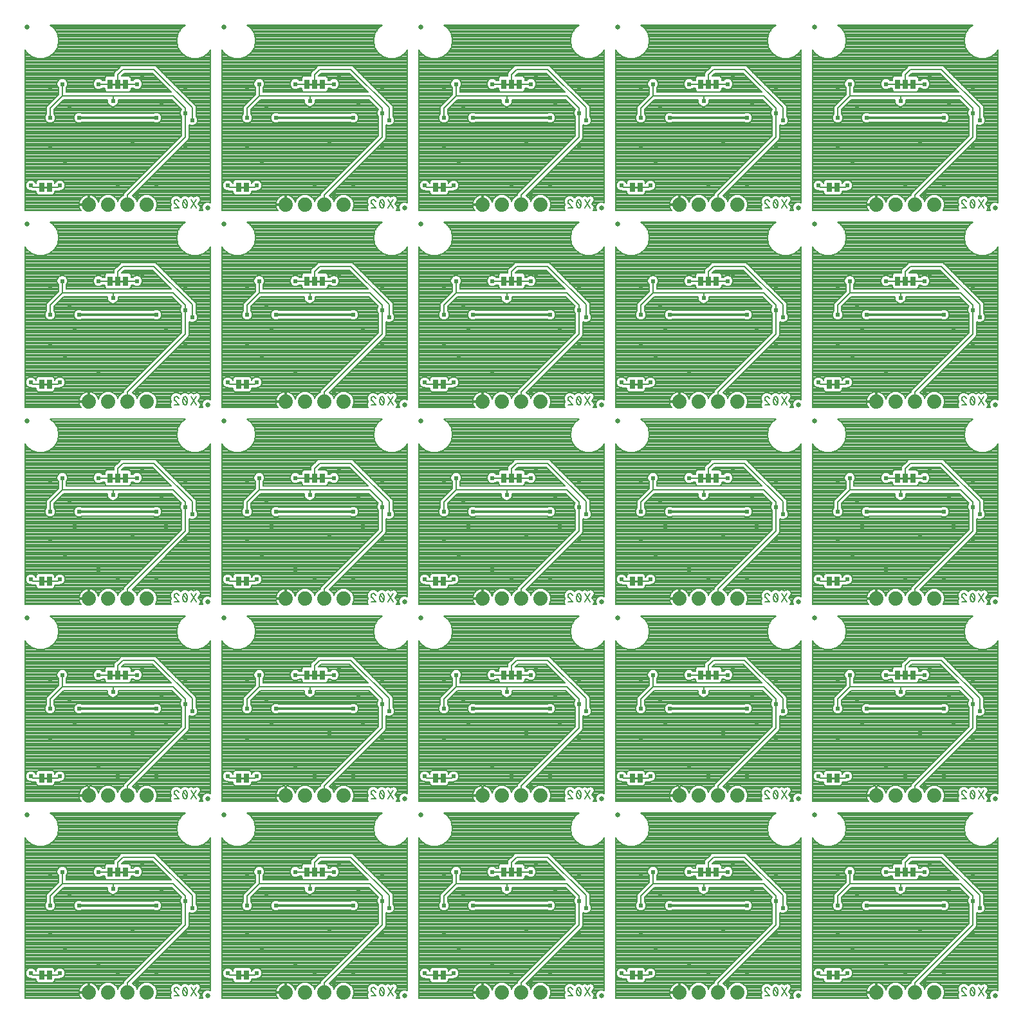
<source format=gbl>
G75*
%MOIN*%
%OFA0B0*%
%FSLAX25Y25*%
%IPPOS*%
%LPD*%
%AMOC8*
5,1,8,0,0,1.08239X$1,22.5*
%
%ADD10C,0.00800*%
%ADD11C,0.01000*%
%ADD12R,0.02500X0.05000*%
%ADD13C,0.07400*%
%ADD14C,0.02500*%
%ADD15C,0.02381*%
%ADD16C,0.01200*%
D10*
X0040342Y0030750D02*
X0040342Y0114006D01*
X0041108Y0112680D01*
X0043620Y0110572D01*
X0043620Y0110572D01*
X0046702Y0109450D01*
X0049982Y0109450D01*
X0053064Y0110572D01*
X0055576Y0112680D01*
X0057216Y0115520D01*
X0057216Y0115520D01*
X0057785Y0118750D01*
X0057216Y0121980D01*
X0055576Y0124820D01*
X0055576Y0124820D01*
X0053276Y0126750D01*
X0123408Y0126750D01*
X0121108Y0124820D01*
X0119468Y0121980D01*
X0119468Y0121980D01*
X0118898Y0118750D01*
X0119468Y0115520D01*
X0121108Y0112680D01*
X0123620Y0110572D01*
X0126702Y0109450D01*
X0129982Y0109450D01*
X0133064Y0110572D01*
X0135576Y0112680D01*
X0136342Y0114006D01*
X0136342Y0034713D01*
X0135409Y0035100D01*
X0134275Y0035100D01*
X0133227Y0034666D01*
X0132426Y0033864D01*
X0131992Y0032817D01*
X0131992Y0031683D01*
X0132378Y0030750D01*
X0130631Y0030750D01*
X0130924Y0030945D01*
X0131249Y0032570D01*
X0130129Y0034250D01*
X0131249Y0035930D01*
X0130924Y0037555D01*
X0129545Y0038474D01*
X0127921Y0038149D01*
X0127725Y0037856D01*
X0127530Y0038149D01*
X0125905Y0038474D01*
X0124904Y0037806D01*
X0124143Y0038350D01*
X0122308Y0038350D01*
X0120964Y0037390D01*
X0120622Y0037770D01*
X0119530Y0038257D01*
X0119437Y0038350D01*
X0119321Y0038350D01*
X0119321Y0038350D01*
X0119321Y0038350D01*
X0118608Y0038350D01*
X0117780Y0038350D01*
X0117765Y0038335D01*
X0116376Y0037533D01*
X0116376Y0037533D01*
X0116376Y0037533D01*
X0115574Y0036144D01*
X0115558Y0036128D01*
X0115558Y0034472D01*
X0115698Y0034332D01*
X0115859Y0033956D01*
X0115848Y0033819D01*
X0115989Y0033653D01*
X0116062Y0033482D01*
X0115558Y0032978D01*
X0115558Y0031322D01*
X0116130Y0030750D01*
X0107836Y0030750D01*
X0108642Y0032696D01*
X0108642Y0034804D01*
X0107835Y0036752D01*
X0106344Y0038243D01*
X0104396Y0039050D01*
X0102288Y0039050D01*
X0100340Y0038243D01*
X0098849Y0036752D01*
X0098342Y0035528D01*
X0097835Y0036752D01*
X0096344Y0038243D01*
X0095863Y0038442D01*
X0124170Y0066750D01*
X0125342Y0067922D01*
X0125342Y0075125D01*
X0126346Y0074709D01*
X0127456Y0074709D01*
X0128482Y0075134D01*
X0129267Y0075919D01*
X0129692Y0076945D01*
X0129692Y0078055D01*
X0129267Y0079081D01*
X0128901Y0079446D01*
X0128901Y0084769D01*
X0107920Y0105750D01*
X0090013Y0105750D01*
X0088842Y0104578D01*
X0087513Y0103250D01*
X0086342Y0102078D01*
X0086342Y0100263D01*
X0086342Y0100263D01*
X0086255Y0100350D01*
X0082429Y0100350D01*
X0081492Y0099413D01*
X0081492Y0098250D01*
X0080288Y0098250D01*
X0079923Y0098616D01*
X0078897Y0099041D01*
X0077787Y0099041D01*
X0076761Y0098616D01*
X0075976Y0097831D01*
X0075551Y0096805D01*
X0075551Y0095695D01*
X0075976Y0094669D01*
X0076761Y0093884D01*
X0077787Y0093459D01*
X0078897Y0093459D01*
X0079923Y0093884D01*
X0080288Y0094250D01*
X0081492Y0094250D01*
X0081492Y0093087D01*
X0082429Y0092150D01*
X0086255Y0092150D01*
X0086342Y0092237D01*
X0086429Y0092150D01*
X0090255Y0092150D01*
X0090342Y0092237D01*
X0090429Y0092150D01*
X0094255Y0092150D01*
X0095192Y0093087D01*
X0095192Y0094250D01*
X0096395Y0094250D01*
X0096761Y0093884D01*
X0097787Y0093459D01*
X0098897Y0093459D01*
X0099923Y0093884D01*
X0100708Y0094669D01*
X0101132Y0095695D01*
X0101132Y0096805D01*
X0100708Y0097831D01*
X0099923Y0098616D01*
X0098897Y0099041D01*
X0097787Y0099041D01*
X0096761Y0098616D01*
X0096395Y0098250D01*
X0095192Y0098250D01*
X0095192Y0099413D01*
X0094255Y0100350D01*
X0090429Y0100350D01*
X0090342Y0100263D01*
X0090342Y0100422D01*
X0091670Y0101750D01*
X0106263Y0101750D01*
X0116013Y0092000D01*
X0061592Y0092000D01*
X0061592Y0094304D01*
X0061958Y0094669D01*
X0062382Y0095695D01*
X0062382Y0096805D01*
X0061958Y0097831D01*
X0061173Y0098616D01*
X0060147Y0099041D01*
X0059037Y0099041D01*
X0058011Y0098616D01*
X0057226Y0097831D01*
X0056801Y0096805D01*
X0056801Y0095695D01*
X0057226Y0094669D01*
X0057592Y0094304D01*
X0057592Y0090828D01*
X0051342Y0084578D01*
X0051342Y0080696D01*
X0050976Y0080331D01*
X0050551Y0079305D01*
X0050551Y0078195D01*
X0050976Y0077169D01*
X0051761Y0076384D01*
X0052787Y0075959D01*
X0053897Y0075959D01*
X0054923Y0076384D01*
X0055708Y0077169D01*
X0056132Y0078195D01*
X0056132Y0079305D01*
X0055708Y0080331D01*
X0055342Y0080696D01*
X0055342Y0082922D01*
X0060420Y0088000D01*
X0083107Y0088000D01*
X0083051Y0087865D01*
X0083051Y0086754D01*
X0083476Y0085729D01*
X0084261Y0084944D01*
X0085287Y0084519D01*
X0086397Y0084519D01*
X0087423Y0084944D01*
X0088208Y0085729D01*
X0088632Y0086754D01*
X0088632Y0087865D01*
X0088576Y0088000D01*
X0116263Y0088000D01*
X0121204Y0083059D01*
X0120976Y0082831D01*
X0120551Y0081805D01*
X0120551Y0080695D01*
X0120976Y0079669D01*
X0121342Y0079304D01*
X0121342Y0069578D01*
X0091342Y0039578D01*
X0091342Y0038658D01*
X0090340Y0038243D01*
X0088849Y0036752D01*
X0088342Y0035528D01*
X0087835Y0036752D01*
X0086344Y0038243D01*
X0084396Y0039050D01*
X0082288Y0039050D01*
X0080340Y0038243D01*
X0078849Y0036752D01*
X0078221Y0035237D01*
X0078068Y0035708D01*
X0077704Y0036423D01*
X0077232Y0037072D01*
X0076664Y0037640D01*
X0076015Y0038112D01*
X0075300Y0038476D01*
X0074536Y0038724D01*
X0073743Y0038850D01*
X0073742Y0038850D01*
X0073742Y0034150D01*
X0072942Y0034150D01*
X0072942Y0038850D01*
X0072940Y0038850D01*
X0072148Y0038724D01*
X0071384Y0038476D01*
X0070669Y0038112D01*
X0070019Y0037640D01*
X0069452Y0037072D01*
X0068980Y0036423D01*
X0068615Y0035708D01*
X0068367Y0034944D01*
X0068242Y0034151D01*
X0068242Y0034150D01*
X0072942Y0034150D01*
X0072942Y0033350D01*
X0068242Y0033350D01*
X0068242Y0033349D01*
X0068367Y0032556D01*
X0068615Y0031792D01*
X0068980Y0031077D01*
X0069218Y0030750D01*
X0040342Y0030750D01*
X0040342Y0031146D02*
X0068945Y0031146D01*
X0068566Y0031944D02*
X0040342Y0031944D01*
X0040342Y0032743D02*
X0068338Y0032743D01*
X0068272Y0034340D02*
X0040342Y0034340D01*
X0040342Y0035138D02*
X0068430Y0035138D01*
X0068732Y0035937D02*
X0040342Y0035937D01*
X0040342Y0036735D02*
X0069207Y0036735D01*
X0069913Y0037534D02*
X0040342Y0037534D01*
X0040342Y0038332D02*
X0071101Y0038332D01*
X0072942Y0038332D02*
X0073742Y0038332D01*
X0073742Y0037534D02*
X0072942Y0037534D01*
X0072942Y0036735D02*
X0073742Y0036735D01*
X0073742Y0035937D02*
X0072942Y0035937D01*
X0072942Y0035138D02*
X0073742Y0035138D01*
X0073742Y0034340D02*
X0072942Y0034340D01*
X0072942Y0033541D02*
X0040342Y0033541D01*
X0040342Y0039131D02*
X0046448Y0039131D01*
X0045992Y0039587D02*
X0046929Y0038650D01*
X0050755Y0038650D01*
X0050842Y0038737D01*
X0050929Y0038650D01*
X0054755Y0038650D01*
X0055692Y0039587D01*
X0055692Y0040750D01*
X0058170Y0040750D01*
X0058380Y0040959D01*
X0058897Y0040959D01*
X0059923Y0041384D01*
X0060708Y0042169D01*
X0061132Y0043195D01*
X0061132Y0044305D01*
X0060708Y0045331D01*
X0059923Y0046116D01*
X0058897Y0046541D01*
X0057787Y0046541D01*
X0056761Y0046116D01*
X0055976Y0045331D01*
X0055736Y0044750D01*
X0055692Y0044750D01*
X0055692Y0045913D01*
X0054755Y0046850D01*
X0050929Y0046850D01*
X0050842Y0046763D01*
X0050755Y0046850D01*
X0046929Y0046850D01*
X0045992Y0045913D01*
X0045992Y0044750D01*
X0045948Y0044750D01*
X0045708Y0045331D01*
X0044923Y0046116D01*
X0043897Y0046541D01*
X0042787Y0046541D01*
X0041761Y0046116D01*
X0040976Y0045331D01*
X0040551Y0044305D01*
X0040551Y0043195D01*
X0040976Y0042169D01*
X0041761Y0041384D01*
X0042787Y0040959D01*
X0043304Y0040959D01*
X0043513Y0040750D01*
X0045992Y0040750D01*
X0045992Y0039587D01*
X0045992Y0039929D02*
X0040342Y0039929D01*
X0040342Y0040728D02*
X0045992Y0040728D01*
X0044342Y0042750D02*
X0043342Y0043750D01*
X0044342Y0042750D02*
X0048842Y0042750D01*
X0045992Y0045519D02*
X0045519Y0045519D01*
X0046396Y0046317D02*
X0044436Y0046317D01*
X0042248Y0046317D02*
X0040342Y0046317D01*
X0040342Y0045519D02*
X0041164Y0045519D01*
X0040723Y0044720D02*
X0040342Y0044720D01*
X0040342Y0043922D02*
X0040551Y0043922D01*
X0040581Y0043123D02*
X0040342Y0043123D01*
X0040342Y0042325D02*
X0040912Y0042325D01*
X0040342Y0041526D02*
X0041619Y0041526D01*
X0040342Y0047116D02*
X0098879Y0047116D01*
X0099678Y0047914D02*
X0040342Y0047914D01*
X0040342Y0048713D02*
X0100476Y0048713D01*
X0101275Y0049511D02*
X0040342Y0049511D01*
X0040342Y0050310D02*
X0102073Y0050310D01*
X0102872Y0051108D02*
X0040342Y0051108D01*
X0040342Y0051907D02*
X0103670Y0051907D01*
X0104469Y0052705D02*
X0040342Y0052705D01*
X0040342Y0053504D02*
X0105267Y0053504D01*
X0106066Y0054302D02*
X0040342Y0054302D01*
X0040342Y0055101D02*
X0106864Y0055101D01*
X0107663Y0055899D02*
X0040342Y0055899D01*
X0040342Y0056698D02*
X0108461Y0056698D01*
X0109260Y0057496D02*
X0040342Y0057496D01*
X0040342Y0058295D02*
X0110058Y0058295D01*
X0110857Y0059093D02*
X0040342Y0059093D01*
X0040342Y0059892D02*
X0111655Y0059892D01*
X0112454Y0060690D02*
X0040342Y0060690D01*
X0040342Y0061489D02*
X0113252Y0061489D01*
X0114051Y0062287D02*
X0040342Y0062287D01*
X0040342Y0063086D02*
X0114849Y0063086D01*
X0115648Y0063884D02*
X0040342Y0063884D01*
X0040342Y0064683D02*
X0116446Y0064683D01*
X0117245Y0065482D02*
X0040342Y0065482D01*
X0040342Y0066280D02*
X0118043Y0066280D01*
X0118842Y0067079D02*
X0040342Y0067079D01*
X0040342Y0067877D02*
X0119640Y0067877D01*
X0120439Y0068676D02*
X0040342Y0068676D01*
X0040342Y0069474D02*
X0121237Y0069474D01*
X0121342Y0070273D02*
X0040342Y0070273D01*
X0040342Y0071071D02*
X0121342Y0071071D01*
X0121342Y0071870D02*
X0040342Y0071870D01*
X0040342Y0072668D02*
X0121342Y0072668D01*
X0121342Y0073467D02*
X0040342Y0073467D01*
X0040342Y0074265D02*
X0121342Y0074265D01*
X0121342Y0075064D02*
X0040342Y0075064D01*
X0040342Y0075862D02*
X0121342Y0075862D01*
X0121342Y0076661D02*
X0110199Y0076661D01*
X0109923Y0076384D02*
X0110708Y0077169D01*
X0111132Y0078195D01*
X0111132Y0079305D01*
X0110708Y0080331D01*
X0109923Y0081116D01*
X0108897Y0081541D01*
X0107787Y0081541D01*
X0106761Y0081116D01*
X0106595Y0080950D01*
X0070088Y0080950D01*
X0069923Y0081116D01*
X0068897Y0081541D01*
X0067787Y0081541D01*
X0066761Y0081116D01*
X0065976Y0080331D01*
X0065551Y0079305D01*
X0065551Y0078195D01*
X0065976Y0077169D01*
X0066761Y0076384D01*
X0067787Y0075959D01*
X0068897Y0075959D01*
X0069923Y0076384D01*
X0070088Y0076550D01*
X0106595Y0076550D01*
X0106761Y0076384D01*
X0107787Y0075959D01*
X0108897Y0075959D01*
X0109923Y0076384D01*
X0110828Y0077459D02*
X0121342Y0077459D01*
X0121342Y0078258D02*
X0111132Y0078258D01*
X0111132Y0079056D02*
X0121342Y0079056D01*
X0120899Y0079855D02*
X0110905Y0079855D01*
X0110385Y0080653D02*
X0120569Y0080653D01*
X0120551Y0081452D02*
X0109111Y0081452D01*
X0107572Y0081452D02*
X0069111Y0081452D01*
X0067572Y0081452D02*
X0055342Y0081452D01*
X0055342Y0082250D02*
X0120736Y0082250D01*
X0121194Y0083049D02*
X0055469Y0083049D01*
X0056268Y0083847D02*
X0120416Y0083847D01*
X0119618Y0084646D02*
X0086703Y0084646D01*
X0087923Y0085444D02*
X0118819Y0085444D01*
X0118021Y0086243D02*
X0088420Y0086243D01*
X0088632Y0087041D02*
X0117222Y0087041D01*
X0116424Y0087840D02*
X0088632Y0087840D01*
X0085842Y0087309D02*
X0085842Y0090000D01*
X0117092Y0090000D01*
X0123342Y0083750D01*
X0123342Y0081250D01*
X0123342Y0068750D01*
X0093342Y0038750D01*
X0093342Y0033750D01*
X0097053Y0037534D02*
X0099630Y0037534D01*
X0098842Y0036735D02*
X0097842Y0036735D01*
X0098173Y0035937D02*
X0098511Y0035937D01*
X0100555Y0038332D02*
X0096129Y0038332D01*
X0096551Y0039131D02*
X0136342Y0039131D01*
X0136342Y0039929D02*
X0097349Y0039929D01*
X0098148Y0040728D02*
X0136342Y0040728D01*
X0136342Y0041526D02*
X0098946Y0041526D01*
X0099745Y0042325D02*
X0136342Y0042325D01*
X0136342Y0043123D02*
X0100543Y0043123D01*
X0101342Y0043922D02*
X0136342Y0043922D01*
X0136342Y0044720D02*
X0102140Y0044720D01*
X0102939Y0045519D02*
X0136342Y0045519D01*
X0136342Y0046317D02*
X0103737Y0046317D01*
X0104536Y0047116D02*
X0136342Y0047116D01*
X0136342Y0047914D02*
X0105334Y0047914D01*
X0106133Y0048713D02*
X0136342Y0048713D01*
X0136342Y0049511D02*
X0106932Y0049511D01*
X0107730Y0050310D02*
X0136342Y0050310D01*
X0136342Y0051108D02*
X0108529Y0051108D01*
X0109327Y0051907D02*
X0136342Y0051907D01*
X0136342Y0052705D02*
X0110126Y0052705D01*
X0110924Y0053504D02*
X0136342Y0053504D01*
X0136342Y0054302D02*
X0111723Y0054302D01*
X0112521Y0055101D02*
X0136342Y0055101D01*
X0136342Y0055899D02*
X0113320Y0055899D01*
X0114118Y0056698D02*
X0136342Y0056698D01*
X0136342Y0057496D02*
X0114917Y0057496D01*
X0115715Y0058295D02*
X0136342Y0058295D01*
X0136342Y0059093D02*
X0116514Y0059093D01*
X0117312Y0059892D02*
X0136342Y0059892D01*
X0136342Y0060690D02*
X0118111Y0060690D01*
X0118909Y0061489D02*
X0136342Y0061489D01*
X0136342Y0062287D02*
X0119708Y0062287D01*
X0120506Y0063086D02*
X0136342Y0063086D01*
X0136342Y0063884D02*
X0121305Y0063884D01*
X0122103Y0064683D02*
X0136342Y0064683D01*
X0136342Y0065482D02*
X0122902Y0065482D01*
X0123700Y0066280D02*
X0136342Y0066280D01*
X0136342Y0067079D02*
X0124499Y0067079D01*
X0125297Y0067877D02*
X0136342Y0067877D01*
X0136342Y0068676D02*
X0125342Y0068676D01*
X0125342Y0069474D02*
X0136342Y0069474D01*
X0136342Y0070273D02*
X0125342Y0070273D01*
X0125342Y0071071D02*
X0136342Y0071071D01*
X0136342Y0071870D02*
X0125342Y0071870D01*
X0125342Y0072668D02*
X0136342Y0072668D01*
X0136342Y0073467D02*
X0125342Y0073467D01*
X0125342Y0074265D02*
X0136342Y0074265D01*
X0136342Y0075064D02*
X0128311Y0075064D01*
X0129210Y0075862D02*
X0136342Y0075862D01*
X0136342Y0076661D02*
X0129574Y0076661D01*
X0129692Y0077459D02*
X0136342Y0077459D01*
X0136342Y0078258D02*
X0129608Y0078258D01*
X0129277Y0079056D02*
X0136342Y0079056D01*
X0136342Y0079855D02*
X0128901Y0079855D01*
X0128901Y0080653D02*
X0136342Y0080653D01*
X0136342Y0081452D02*
X0128901Y0081452D01*
X0128901Y0082250D02*
X0136342Y0082250D01*
X0136342Y0083049D02*
X0128901Y0083049D01*
X0128901Y0083847D02*
X0136342Y0083847D01*
X0136342Y0084646D02*
X0128901Y0084646D01*
X0128226Y0085444D02*
X0136342Y0085444D01*
X0136342Y0086243D02*
X0127427Y0086243D01*
X0126629Y0087041D02*
X0136342Y0087041D01*
X0136342Y0087840D02*
X0125830Y0087840D01*
X0125032Y0088638D02*
X0136342Y0088638D01*
X0136342Y0089437D02*
X0124233Y0089437D01*
X0123435Y0090235D02*
X0136342Y0090235D01*
X0136342Y0091034D02*
X0122636Y0091034D01*
X0121838Y0091832D02*
X0136342Y0091832D01*
X0136342Y0092631D02*
X0121039Y0092631D01*
X0120241Y0093429D02*
X0136342Y0093429D01*
X0136342Y0094228D02*
X0119442Y0094228D01*
X0118644Y0095026D02*
X0136342Y0095026D01*
X0136342Y0095825D02*
X0117845Y0095825D01*
X0117047Y0096623D02*
X0136342Y0096623D01*
X0136342Y0097422D02*
X0116248Y0097422D01*
X0115450Y0098220D02*
X0136342Y0098220D01*
X0136342Y0099019D02*
X0114651Y0099019D01*
X0113853Y0099818D02*
X0136342Y0099818D01*
X0136342Y0100616D02*
X0113054Y0100616D01*
X0112256Y0101415D02*
X0136342Y0101415D01*
X0136342Y0102213D02*
X0111457Y0102213D01*
X0110659Y0103012D02*
X0136342Y0103012D01*
X0136342Y0103810D02*
X0109860Y0103810D01*
X0109062Y0104609D02*
X0136342Y0104609D01*
X0136342Y0105407D02*
X0108263Y0105407D01*
X0107092Y0103750D02*
X0126901Y0083941D01*
X0126901Y0077500D01*
X0125491Y0075064D02*
X0125342Y0075064D01*
X0142342Y0075064D02*
X0223342Y0075064D01*
X0223342Y0075862D02*
X0142342Y0075862D01*
X0142342Y0076661D02*
X0153485Y0076661D01*
X0153761Y0076384D02*
X0154787Y0075959D01*
X0155897Y0075959D01*
X0156923Y0076384D01*
X0157708Y0077169D01*
X0158132Y0078195D01*
X0158132Y0079305D01*
X0157708Y0080331D01*
X0157342Y0080696D01*
X0157342Y0082922D01*
X0162420Y0088000D01*
X0185107Y0088000D01*
X0185051Y0087865D01*
X0185051Y0086754D01*
X0185476Y0085729D01*
X0186261Y0084944D01*
X0187287Y0084519D01*
X0188397Y0084519D01*
X0189423Y0084944D01*
X0190208Y0085729D01*
X0190632Y0086754D01*
X0190632Y0087865D01*
X0190576Y0088000D01*
X0218263Y0088000D01*
X0223204Y0083059D01*
X0222976Y0082831D01*
X0222551Y0081805D01*
X0222551Y0080695D01*
X0222976Y0079669D01*
X0223342Y0079304D01*
X0223342Y0069578D01*
X0193342Y0039578D01*
X0193342Y0038658D01*
X0192340Y0038243D01*
X0190849Y0036752D01*
X0190342Y0035528D01*
X0189835Y0036752D01*
X0188344Y0038243D01*
X0186396Y0039050D01*
X0184288Y0039050D01*
X0182340Y0038243D01*
X0180849Y0036752D01*
X0180221Y0035237D01*
X0180068Y0035708D01*
X0179704Y0036423D01*
X0179232Y0037072D01*
X0178664Y0037640D01*
X0178015Y0038112D01*
X0177300Y0038476D01*
X0176536Y0038724D01*
X0175743Y0038850D01*
X0175742Y0038850D01*
X0175742Y0034150D01*
X0174942Y0034150D01*
X0174942Y0038850D01*
X0174940Y0038850D01*
X0174148Y0038724D01*
X0173384Y0038476D01*
X0172669Y0038112D01*
X0172019Y0037640D01*
X0171452Y0037072D01*
X0170980Y0036423D01*
X0170615Y0035708D01*
X0170367Y0034944D01*
X0170242Y0034151D01*
X0170242Y0034150D01*
X0174942Y0034150D01*
X0174942Y0033350D01*
X0170242Y0033350D01*
X0170242Y0033349D01*
X0170367Y0032556D01*
X0170615Y0031792D01*
X0170980Y0031077D01*
X0171218Y0030750D01*
X0142342Y0030750D01*
X0142342Y0114006D01*
X0143108Y0112680D01*
X0145620Y0110572D01*
X0148702Y0109450D01*
X0151982Y0109450D01*
X0155064Y0110572D01*
X0157576Y0112680D01*
X0159216Y0115520D01*
X0159216Y0115520D01*
X0159785Y0118750D01*
X0159216Y0121980D01*
X0157576Y0124820D01*
X0157576Y0124820D01*
X0155276Y0126750D01*
X0225408Y0126750D01*
X0223108Y0124820D01*
X0221468Y0121980D01*
X0221468Y0121980D01*
X0220898Y0118750D01*
X0221468Y0115520D01*
X0223108Y0112680D01*
X0225620Y0110572D01*
X0228702Y0109450D01*
X0231982Y0109450D01*
X0235064Y0110572D01*
X0237576Y0112680D01*
X0238342Y0114006D01*
X0238342Y0034713D01*
X0237409Y0035100D01*
X0236275Y0035100D01*
X0235227Y0034666D01*
X0234426Y0033864D01*
X0233992Y0032817D01*
X0233992Y0031683D01*
X0234378Y0030750D01*
X0232631Y0030750D01*
X0232924Y0030945D01*
X0233249Y0032570D01*
X0232129Y0034250D01*
X0233249Y0035930D01*
X0232924Y0037555D01*
X0231545Y0038474D01*
X0229921Y0038149D01*
X0229725Y0037856D01*
X0229530Y0038149D01*
X0227905Y0038474D01*
X0226904Y0037806D01*
X0226143Y0038350D01*
X0224308Y0038350D01*
X0222964Y0037390D01*
X0222622Y0037770D01*
X0221530Y0038257D01*
X0221437Y0038350D01*
X0220608Y0038350D01*
X0219791Y0038350D01*
X0219780Y0038350D01*
X0219765Y0038335D01*
X0218376Y0037533D01*
X0218376Y0037533D01*
X0218376Y0037533D01*
X0217574Y0036144D01*
X0217558Y0036128D01*
X0217558Y0034472D01*
X0217698Y0034332D01*
X0217859Y0033956D01*
X0217848Y0033819D01*
X0217989Y0033653D01*
X0218062Y0033482D01*
X0217558Y0032978D01*
X0217558Y0031322D01*
X0218130Y0030750D01*
X0209836Y0030750D01*
X0210642Y0032696D01*
X0210642Y0034804D01*
X0209835Y0036752D01*
X0208344Y0038243D01*
X0206396Y0039050D01*
X0204288Y0039050D01*
X0202340Y0038243D01*
X0200849Y0036752D01*
X0200342Y0035528D01*
X0199835Y0036752D01*
X0198344Y0038243D01*
X0197863Y0038442D01*
X0226170Y0066750D01*
X0227342Y0067922D01*
X0227342Y0075125D01*
X0228346Y0074709D01*
X0229456Y0074709D01*
X0230482Y0075134D01*
X0231267Y0075919D01*
X0231692Y0076945D01*
X0231692Y0078055D01*
X0231267Y0079081D01*
X0230901Y0079446D01*
X0230901Y0084769D01*
X0209920Y0105750D01*
X0192013Y0105750D01*
X0190842Y0104578D01*
X0188342Y0102078D01*
X0188342Y0100263D01*
X0188255Y0100350D01*
X0184429Y0100350D01*
X0183492Y0099413D01*
X0183492Y0098250D01*
X0182288Y0098250D01*
X0181923Y0098616D01*
X0180897Y0099041D01*
X0179787Y0099041D01*
X0178761Y0098616D01*
X0177976Y0097831D01*
X0177551Y0096805D01*
X0177551Y0095695D01*
X0177976Y0094669D01*
X0178761Y0093884D01*
X0179787Y0093459D01*
X0180897Y0093459D01*
X0181923Y0093884D01*
X0182288Y0094250D01*
X0183492Y0094250D01*
X0183492Y0093087D01*
X0184429Y0092150D01*
X0188255Y0092150D01*
X0188342Y0092237D01*
X0188429Y0092150D01*
X0192255Y0092150D01*
X0192342Y0092237D01*
X0192429Y0092150D01*
X0196255Y0092150D01*
X0197192Y0093087D01*
X0197192Y0094250D01*
X0198395Y0094250D01*
X0198761Y0093884D01*
X0199787Y0093459D01*
X0200897Y0093459D01*
X0201923Y0093884D01*
X0202708Y0094669D01*
X0203132Y0095695D01*
X0203132Y0096805D01*
X0202708Y0097831D01*
X0201923Y0098616D01*
X0200897Y0099041D01*
X0199787Y0099041D01*
X0198761Y0098616D01*
X0198395Y0098250D01*
X0197192Y0098250D01*
X0197192Y0099413D01*
X0196255Y0100350D01*
X0192429Y0100350D01*
X0192342Y0100263D01*
X0192342Y0100422D01*
X0193670Y0101750D01*
X0208263Y0101750D01*
X0218013Y0092000D01*
X0163592Y0092000D01*
X0163592Y0094304D01*
X0163958Y0094669D01*
X0164382Y0095695D01*
X0164382Y0096805D01*
X0163958Y0097831D01*
X0163173Y0098616D01*
X0162147Y0099041D01*
X0161037Y0099041D01*
X0160011Y0098616D01*
X0159226Y0097831D01*
X0158801Y0096805D01*
X0158801Y0095695D01*
X0159226Y0094669D01*
X0159592Y0094304D01*
X0159592Y0090828D01*
X0153342Y0084578D01*
X0153342Y0080696D01*
X0152976Y0080331D01*
X0152551Y0079305D01*
X0152551Y0078195D01*
X0152976Y0077169D01*
X0153761Y0076384D01*
X0152856Y0077459D02*
X0142342Y0077459D01*
X0142342Y0078258D02*
X0152551Y0078258D01*
X0152551Y0079056D02*
X0142342Y0079056D01*
X0142342Y0079855D02*
X0152779Y0079855D01*
X0153299Y0080653D02*
X0142342Y0080653D01*
X0142342Y0081452D02*
X0153342Y0081452D01*
X0153342Y0082250D02*
X0142342Y0082250D01*
X0142342Y0083049D02*
X0153342Y0083049D01*
X0153342Y0083847D02*
X0142342Y0083847D01*
X0142342Y0084646D02*
X0153409Y0084646D01*
X0154208Y0085444D02*
X0142342Y0085444D01*
X0142342Y0086243D02*
X0155006Y0086243D01*
X0155805Y0087041D02*
X0142342Y0087041D01*
X0142342Y0087840D02*
X0156603Y0087840D01*
X0157402Y0088638D02*
X0142342Y0088638D01*
X0142342Y0089437D02*
X0158200Y0089437D01*
X0158999Y0090235D02*
X0142342Y0090235D01*
X0142342Y0091034D02*
X0159592Y0091034D01*
X0159592Y0091832D02*
X0142342Y0091832D01*
X0142342Y0092631D02*
X0159592Y0092631D01*
X0159592Y0093429D02*
X0142342Y0093429D01*
X0142342Y0094228D02*
X0159592Y0094228D01*
X0159078Y0095026D02*
X0142342Y0095026D01*
X0142342Y0095825D02*
X0158801Y0095825D01*
X0158801Y0096623D02*
X0142342Y0096623D01*
X0142342Y0097422D02*
X0159057Y0097422D01*
X0159616Y0098220D02*
X0142342Y0098220D01*
X0142342Y0099019D02*
X0160985Y0099019D01*
X0162199Y0099019D02*
X0179735Y0099019D01*
X0180949Y0099019D02*
X0183492Y0099019D01*
X0183897Y0099818D02*
X0142342Y0099818D01*
X0142342Y0100616D02*
X0188342Y0100616D01*
X0188342Y0101415D02*
X0142342Y0101415D01*
X0142342Y0102213D02*
X0188476Y0102213D01*
X0189275Y0103012D02*
X0142342Y0103012D01*
X0142342Y0103810D02*
X0190073Y0103810D01*
X0190872Y0104609D02*
X0142342Y0104609D01*
X0142342Y0105407D02*
X0191670Y0105407D01*
X0192842Y0103750D02*
X0209092Y0103750D01*
X0228901Y0083941D01*
X0228901Y0077500D01*
X0231692Y0077459D02*
X0238342Y0077459D01*
X0238342Y0076661D02*
X0231574Y0076661D01*
X0231210Y0075862D02*
X0238342Y0075862D01*
X0238342Y0075064D02*
X0230311Y0075064D01*
X0227491Y0075064D02*
X0227342Y0075064D01*
X0227342Y0074265D02*
X0238342Y0074265D01*
X0238342Y0073467D02*
X0227342Y0073467D01*
X0227342Y0072668D02*
X0238342Y0072668D01*
X0238342Y0071870D02*
X0227342Y0071870D01*
X0227342Y0071071D02*
X0238342Y0071071D01*
X0238342Y0070273D02*
X0227342Y0070273D01*
X0227342Y0069474D02*
X0238342Y0069474D01*
X0238342Y0068676D02*
X0227342Y0068676D01*
X0227297Y0067877D02*
X0238342Y0067877D01*
X0238342Y0067079D02*
X0226499Y0067079D01*
X0225700Y0066280D02*
X0238342Y0066280D01*
X0238342Y0065482D02*
X0224902Y0065482D01*
X0224103Y0064683D02*
X0238342Y0064683D01*
X0238342Y0063884D02*
X0223305Y0063884D01*
X0222506Y0063086D02*
X0238342Y0063086D01*
X0238342Y0062287D02*
X0221708Y0062287D01*
X0220909Y0061489D02*
X0238342Y0061489D01*
X0238342Y0060690D02*
X0220111Y0060690D01*
X0219312Y0059892D02*
X0238342Y0059892D01*
X0238342Y0059093D02*
X0218514Y0059093D01*
X0217715Y0058295D02*
X0238342Y0058295D01*
X0238342Y0057496D02*
X0216917Y0057496D01*
X0216118Y0056698D02*
X0238342Y0056698D01*
X0238342Y0055899D02*
X0215320Y0055899D01*
X0214521Y0055101D02*
X0238342Y0055101D01*
X0238342Y0054302D02*
X0213723Y0054302D01*
X0212924Y0053504D02*
X0238342Y0053504D01*
X0238342Y0052705D02*
X0212126Y0052705D01*
X0211327Y0051907D02*
X0238342Y0051907D01*
X0238342Y0051108D02*
X0210529Y0051108D01*
X0209730Y0050310D02*
X0238342Y0050310D01*
X0238342Y0049511D02*
X0208932Y0049511D01*
X0208133Y0048713D02*
X0238342Y0048713D01*
X0238342Y0047914D02*
X0207334Y0047914D01*
X0206536Y0047116D02*
X0238342Y0047116D01*
X0238342Y0046317D02*
X0205737Y0046317D01*
X0204939Y0045519D02*
X0238342Y0045519D01*
X0238342Y0044720D02*
X0204140Y0044720D01*
X0203342Y0043922D02*
X0238342Y0043922D01*
X0238342Y0043123D02*
X0202543Y0043123D01*
X0201745Y0042325D02*
X0238342Y0042325D01*
X0238342Y0041526D02*
X0200946Y0041526D01*
X0200148Y0040728D02*
X0238342Y0040728D01*
X0238342Y0039929D02*
X0199349Y0039929D01*
X0198551Y0039131D02*
X0238342Y0039131D01*
X0238342Y0038332D02*
X0231757Y0038332D01*
X0230838Y0038332D02*
X0228612Y0038332D01*
X0227693Y0038332D02*
X0226168Y0038332D01*
X0224283Y0038332D02*
X0221455Y0038332D01*
X0222622Y0037770D02*
X0222622Y0037770D01*
X0222622Y0037770D01*
X0222835Y0037534D02*
X0223165Y0037534D01*
X0224292Y0035417D02*
X0226158Y0033083D01*
X0225225Y0032150D02*
X0225169Y0032152D01*
X0225113Y0032157D01*
X0225057Y0032167D01*
X0225002Y0032179D01*
X0224948Y0032196D01*
X0224896Y0032215D01*
X0224844Y0032239D01*
X0224794Y0032265D01*
X0224747Y0032295D01*
X0224701Y0032327D01*
X0224657Y0032363D01*
X0224616Y0032402D01*
X0224577Y0032443D01*
X0224542Y0032486D01*
X0224509Y0032532D01*
X0224479Y0032580D01*
X0224452Y0032629D01*
X0224429Y0032680D01*
X0224409Y0032733D01*
X0225225Y0032150D02*
X0225281Y0032152D01*
X0225337Y0032157D01*
X0225393Y0032167D01*
X0225448Y0032179D01*
X0225502Y0032196D01*
X0225554Y0032215D01*
X0225606Y0032239D01*
X0225656Y0032265D01*
X0225703Y0032295D01*
X0225749Y0032327D01*
X0225793Y0032363D01*
X0225834Y0032402D01*
X0225873Y0032443D01*
X0225908Y0032486D01*
X0225941Y0032532D01*
X0225971Y0032580D01*
X0225998Y0032629D01*
X0226021Y0032680D01*
X0226041Y0032733D01*
X0224059Y0034250D02*
X0224061Y0034362D01*
X0224066Y0034474D01*
X0224075Y0034586D01*
X0224088Y0034697D01*
X0224104Y0034808D01*
X0224124Y0034919D01*
X0224148Y0035028D01*
X0224175Y0035137D01*
X0224205Y0035245D01*
X0224239Y0035352D01*
X0224276Y0035458D01*
X0224317Y0035562D01*
X0224361Y0035665D01*
X0224409Y0035767D01*
X0225225Y0036350D02*
X0225281Y0036348D01*
X0225337Y0036343D01*
X0225393Y0036333D01*
X0225448Y0036321D01*
X0225502Y0036304D01*
X0225554Y0036285D01*
X0225606Y0036261D01*
X0225656Y0036235D01*
X0225703Y0036205D01*
X0225749Y0036172D01*
X0225793Y0036137D01*
X0225834Y0036098D01*
X0225873Y0036057D01*
X0225908Y0036014D01*
X0225941Y0035968D01*
X0225971Y0035920D01*
X0225998Y0035871D01*
X0226021Y0035820D01*
X0226041Y0035767D01*
X0225225Y0036350D02*
X0225169Y0036348D01*
X0225113Y0036343D01*
X0225057Y0036333D01*
X0225002Y0036321D01*
X0224948Y0036304D01*
X0224896Y0036285D01*
X0224844Y0036261D01*
X0224794Y0036235D01*
X0224747Y0036205D01*
X0224701Y0036173D01*
X0224657Y0036137D01*
X0224616Y0036098D01*
X0224577Y0036057D01*
X0224542Y0036014D01*
X0224509Y0035968D01*
X0224479Y0035920D01*
X0224452Y0035871D01*
X0224429Y0035820D01*
X0224409Y0035767D01*
X0226042Y0035767D02*
X0226090Y0035665D01*
X0226134Y0035562D01*
X0226175Y0035458D01*
X0226212Y0035352D01*
X0226246Y0035245D01*
X0226276Y0035137D01*
X0226303Y0035028D01*
X0226327Y0034919D01*
X0226347Y0034808D01*
X0226363Y0034697D01*
X0226376Y0034586D01*
X0226385Y0034474D01*
X0226390Y0034362D01*
X0226392Y0034250D01*
X0224059Y0034250D02*
X0224061Y0034138D01*
X0224066Y0034026D01*
X0224075Y0033914D01*
X0224088Y0033803D01*
X0224104Y0033692D01*
X0224124Y0033581D01*
X0224148Y0033472D01*
X0224175Y0033363D01*
X0224205Y0033255D01*
X0224239Y0033148D01*
X0224276Y0033042D01*
X0224317Y0032938D01*
X0224361Y0032835D01*
X0224409Y0032733D01*
X0226042Y0032733D02*
X0226090Y0032835D01*
X0226134Y0032938D01*
X0226175Y0033042D01*
X0226212Y0033148D01*
X0226246Y0033255D01*
X0226276Y0033363D01*
X0226303Y0033472D01*
X0226327Y0033581D01*
X0226347Y0033692D01*
X0226363Y0033803D01*
X0226376Y0033914D01*
X0226385Y0034026D01*
X0226390Y0034138D01*
X0226392Y0034250D01*
X0228325Y0032150D02*
X0231125Y0036350D01*
X0233088Y0036735D02*
X0238342Y0036735D01*
X0238342Y0035937D02*
X0233247Y0035937D01*
X0232721Y0035138D02*
X0238342Y0035138D01*
X0238342Y0037534D02*
X0232928Y0037534D01*
X0232189Y0034340D02*
X0234901Y0034340D01*
X0234292Y0033541D02*
X0232601Y0033541D01*
X0233134Y0032743D02*
X0233992Y0032743D01*
X0233992Y0031944D02*
X0233124Y0031944D01*
X0232964Y0031146D02*
X0234214Y0031146D01*
X0231125Y0032150D02*
X0228325Y0036350D01*
X0221892Y0032150D02*
X0219558Y0032150D01*
X0217558Y0031944D02*
X0210330Y0031944D01*
X0210642Y0032743D02*
X0217558Y0032743D01*
X0218037Y0033541D02*
X0210642Y0033541D01*
X0210642Y0034340D02*
X0217690Y0034340D01*
X0217558Y0035138D02*
X0210504Y0035138D01*
X0210173Y0035937D02*
X0217558Y0035937D01*
X0217915Y0036735D02*
X0209842Y0036735D01*
X0209053Y0037534D02*
X0218377Y0037534D01*
X0219760Y0038332D02*
X0208129Y0038332D01*
X0202555Y0038332D02*
X0198129Y0038332D01*
X0199053Y0037534D02*
X0201630Y0037534D01*
X0200842Y0036735D02*
X0199842Y0036735D01*
X0200173Y0035937D02*
X0200511Y0035937D01*
X0195342Y0033750D02*
X0195342Y0038750D01*
X0225342Y0068750D01*
X0225342Y0081250D01*
X0225342Y0083750D01*
X0219092Y0090000D01*
X0187842Y0090000D01*
X0187842Y0087309D01*
X0187842Y0090000D02*
X0161592Y0090000D01*
X0155342Y0083750D01*
X0155342Y0078750D01*
X0157905Y0079855D02*
X0167779Y0079855D01*
X0167976Y0080331D02*
X0167551Y0079305D01*
X0167551Y0078195D01*
X0167976Y0077169D01*
X0168761Y0076384D01*
X0169787Y0075959D01*
X0170897Y0075959D01*
X0171923Y0076384D01*
X0172088Y0076550D01*
X0208595Y0076550D01*
X0208761Y0076384D01*
X0209787Y0075959D01*
X0210897Y0075959D01*
X0211923Y0076384D01*
X0212708Y0077169D01*
X0213132Y0078195D01*
X0213132Y0079305D01*
X0212708Y0080331D01*
X0211923Y0081116D01*
X0210897Y0081541D01*
X0209787Y0081541D01*
X0208761Y0081116D01*
X0208595Y0080950D01*
X0172088Y0080950D01*
X0171923Y0081116D01*
X0170897Y0081541D01*
X0169787Y0081541D01*
X0168761Y0081116D01*
X0167976Y0080331D01*
X0168299Y0080653D02*
X0157385Y0080653D01*
X0157342Y0081452D02*
X0169572Y0081452D01*
X0171111Y0081452D02*
X0209572Y0081452D01*
X0211111Y0081452D02*
X0222551Y0081452D01*
X0222569Y0080653D02*
X0212385Y0080653D01*
X0212905Y0079855D02*
X0222899Y0079855D01*
X0223342Y0079056D02*
X0213132Y0079056D01*
X0213132Y0078258D02*
X0223342Y0078258D01*
X0223342Y0077459D02*
X0212828Y0077459D01*
X0212199Y0076661D02*
X0223342Y0076661D01*
X0223342Y0074265D02*
X0142342Y0074265D01*
X0142342Y0073467D02*
X0223342Y0073467D01*
X0223342Y0072668D02*
X0142342Y0072668D01*
X0142342Y0071870D02*
X0223342Y0071870D01*
X0223342Y0071071D02*
X0142342Y0071071D01*
X0142342Y0070273D02*
X0223342Y0070273D01*
X0223237Y0069474D02*
X0142342Y0069474D01*
X0142342Y0068676D02*
X0222439Y0068676D01*
X0221640Y0067877D02*
X0142342Y0067877D01*
X0142342Y0067079D02*
X0220842Y0067079D01*
X0220043Y0066280D02*
X0142342Y0066280D01*
X0142342Y0065482D02*
X0219245Y0065482D01*
X0218446Y0064683D02*
X0142342Y0064683D01*
X0142342Y0063884D02*
X0217648Y0063884D01*
X0216849Y0063086D02*
X0142342Y0063086D01*
X0142342Y0062287D02*
X0216051Y0062287D01*
X0215252Y0061489D02*
X0142342Y0061489D01*
X0142342Y0060690D02*
X0214454Y0060690D01*
X0213655Y0059892D02*
X0142342Y0059892D01*
X0142342Y0059093D02*
X0212857Y0059093D01*
X0212058Y0058295D02*
X0142342Y0058295D01*
X0142342Y0057496D02*
X0211260Y0057496D01*
X0210461Y0056698D02*
X0142342Y0056698D01*
X0142342Y0055899D02*
X0209663Y0055899D01*
X0208864Y0055101D02*
X0142342Y0055101D01*
X0142342Y0054302D02*
X0208066Y0054302D01*
X0207267Y0053504D02*
X0142342Y0053504D01*
X0142342Y0052705D02*
X0206469Y0052705D01*
X0205670Y0051907D02*
X0142342Y0051907D01*
X0142342Y0051108D02*
X0204872Y0051108D01*
X0204073Y0050310D02*
X0142342Y0050310D01*
X0142342Y0049511D02*
X0203275Y0049511D01*
X0202476Y0048713D02*
X0142342Y0048713D01*
X0142342Y0047914D02*
X0201678Y0047914D01*
X0200879Y0047116D02*
X0142342Y0047116D01*
X0142342Y0046317D02*
X0144248Y0046317D01*
X0143761Y0046116D02*
X0142976Y0045331D01*
X0142551Y0044305D01*
X0142551Y0043195D01*
X0142976Y0042169D01*
X0143761Y0041384D01*
X0144787Y0040959D01*
X0145304Y0040959D01*
X0145513Y0040750D01*
X0147992Y0040750D01*
X0147992Y0039587D01*
X0148929Y0038650D01*
X0152755Y0038650D01*
X0152842Y0038737D01*
X0152929Y0038650D01*
X0156755Y0038650D01*
X0157692Y0039587D01*
X0157692Y0040750D01*
X0160170Y0040750D01*
X0160380Y0040959D01*
X0160897Y0040959D01*
X0161923Y0041384D01*
X0162708Y0042169D01*
X0163132Y0043195D01*
X0163132Y0044305D01*
X0162708Y0045331D01*
X0161923Y0046116D01*
X0160897Y0046541D01*
X0159787Y0046541D01*
X0158761Y0046116D01*
X0157976Y0045331D01*
X0157736Y0044750D01*
X0157692Y0044750D01*
X0157692Y0045913D01*
X0156755Y0046850D01*
X0152929Y0046850D01*
X0152842Y0046763D01*
X0152755Y0046850D01*
X0148929Y0046850D01*
X0147992Y0045913D01*
X0147992Y0044750D01*
X0147948Y0044750D01*
X0147708Y0045331D01*
X0146923Y0046116D01*
X0145897Y0046541D01*
X0144787Y0046541D01*
X0143761Y0046116D01*
X0143164Y0045519D02*
X0142342Y0045519D01*
X0142342Y0044720D02*
X0142723Y0044720D01*
X0142551Y0043922D02*
X0142342Y0043922D01*
X0142342Y0043123D02*
X0142581Y0043123D01*
X0142342Y0042325D02*
X0142912Y0042325D01*
X0142342Y0041526D02*
X0143619Y0041526D01*
X0142342Y0040728D02*
X0147992Y0040728D01*
X0147992Y0039929D02*
X0142342Y0039929D01*
X0142342Y0039131D02*
X0148448Y0039131D01*
X0146342Y0042750D02*
X0145342Y0043750D01*
X0146342Y0042750D02*
X0150842Y0042750D01*
X0147992Y0045519D02*
X0147519Y0045519D01*
X0148396Y0046317D02*
X0146436Y0046317D01*
X0142342Y0038332D02*
X0173101Y0038332D01*
X0171913Y0037534D02*
X0142342Y0037534D01*
X0142342Y0036735D02*
X0171207Y0036735D01*
X0170732Y0035937D02*
X0142342Y0035937D01*
X0142342Y0035138D02*
X0170430Y0035138D01*
X0170272Y0034340D02*
X0142342Y0034340D01*
X0142342Y0033541D02*
X0174942Y0033541D01*
X0174942Y0034340D02*
X0175742Y0034340D01*
X0175742Y0035138D02*
X0174942Y0035138D01*
X0174942Y0035937D02*
X0175742Y0035937D01*
X0175742Y0036735D02*
X0174942Y0036735D01*
X0174942Y0037534D02*
X0175742Y0037534D01*
X0175742Y0038332D02*
X0174942Y0038332D01*
X0177583Y0038332D02*
X0182555Y0038332D01*
X0181630Y0037534D02*
X0178771Y0037534D01*
X0179477Y0036735D02*
X0180842Y0036735D01*
X0180511Y0035937D02*
X0179952Y0035937D01*
X0188129Y0038332D02*
X0192555Y0038332D01*
X0193342Y0039131D02*
X0157235Y0039131D01*
X0157692Y0039929D02*
X0193693Y0039929D01*
X0194491Y0040728D02*
X0157692Y0040728D01*
X0159342Y0042750D02*
X0154842Y0042750D01*
X0157692Y0045519D02*
X0158164Y0045519D01*
X0157287Y0046317D02*
X0159248Y0046317D01*
X0161436Y0046317D02*
X0200081Y0046317D01*
X0199282Y0045519D02*
X0162519Y0045519D01*
X0162960Y0044720D02*
X0198484Y0044720D01*
X0197685Y0043922D02*
X0163132Y0043922D01*
X0163103Y0043123D02*
X0196887Y0043123D01*
X0196088Y0042325D02*
X0162772Y0042325D01*
X0162064Y0041526D02*
X0195290Y0041526D01*
X0191630Y0037534D02*
X0189053Y0037534D01*
X0189842Y0036735D02*
X0190842Y0036735D01*
X0190511Y0035937D02*
X0190173Y0035937D01*
X0170945Y0031146D02*
X0142342Y0031146D01*
X0142342Y0031944D02*
X0170566Y0031944D01*
X0170338Y0032743D02*
X0142342Y0032743D01*
X0136342Y0035138D02*
X0130721Y0035138D01*
X0131247Y0035937D02*
X0136342Y0035937D01*
X0136342Y0036735D02*
X0131088Y0036735D01*
X0130928Y0037534D02*
X0136342Y0037534D01*
X0136342Y0038332D02*
X0129757Y0038332D01*
X0128838Y0038332D02*
X0126612Y0038332D01*
X0125693Y0038332D02*
X0124168Y0038332D01*
X0122283Y0038332D02*
X0119455Y0038332D01*
X0120622Y0037770D02*
X0120622Y0037770D01*
X0120835Y0037534D02*
X0121165Y0037534D01*
X0122292Y0035417D02*
X0124158Y0033083D01*
X0123225Y0032150D02*
X0123169Y0032152D01*
X0123113Y0032157D01*
X0123057Y0032167D01*
X0123002Y0032179D01*
X0122948Y0032196D01*
X0122896Y0032215D01*
X0122844Y0032239D01*
X0122794Y0032265D01*
X0122747Y0032295D01*
X0122701Y0032327D01*
X0122657Y0032363D01*
X0122616Y0032402D01*
X0122577Y0032443D01*
X0122542Y0032486D01*
X0122509Y0032532D01*
X0122479Y0032580D01*
X0122452Y0032629D01*
X0122429Y0032680D01*
X0122409Y0032733D01*
X0123225Y0032150D02*
X0123281Y0032152D01*
X0123337Y0032157D01*
X0123393Y0032167D01*
X0123448Y0032179D01*
X0123502Y0032196D01*
X0123554Y0032215D01*
X0123606Y0032239D01*
X0123656Y0032265D01*
X0123703Y0032295D01*
X0123749Y0032327D01*
X0123793Y0032363D01*
X0123834Y0032402D01*
X0123873Y0032443D01*
X0123908Y0032486D01*
X0123941Y0032532D01*
X0123971Y0032580D01*
X0123998Y0032629D01*
X0124021Y0032680D01*
X0124041Y0032733D01*
X0122059Y0034250D02*
X0122061Y0034362D01*
X0122066Y0034474D01*
X0122075Y0034586D01*
X0122088Y0034697D01*
X0122104Y0034808D01*
X0122124Y0034919D01*
X0122148Y0035028D01*
X0122175Y0035137D01*
X0122205Y0035245D01*
X0122239Y0035352D01*
X0122276Y0035458D01*
X0122317Y0035562D01*
X0122361Y0035665D01*
X0122409Y0035767D01*
X0123225Y0036350D02*
X0123281Y0036348D01*
X0123337Y0036343D01*
X0123393Y0036333D01*
X0123448Y0036321D01*
X0123502Y0036304D01*
X0123554Y0036285D01*
X0123606Y0036261D01*
X0123656Y0036235D01*
X0123703Y0036205D01*
X0123749Y0036172D01*
X0123793Y0036137D01*
X0123834Y0036098D01*
X0123873Y0036057D01*
X0123908Y0036014D01*
X0123941Y0035968D01*
X0123971Y0035920D01*
X0123998Y0035871D01*
X0124021Y0035820D01*
X0124041Y0035767D01*
X0123225Y0036350D02*
X0123169Y0036348D01*
X0123113Y0036343D01*
X0123057Y0036333D01*
X0123002Y0036321D01*
X0122948Y0036304D01*
X0122896Y0036285D01*
X0122844Y0036261D01*
X0122794Y0036235D01*
X0122747Y0036205D01*
X0122701Y0036173D01*
X0122657Y0036137D01*
X0122616Y0036098D01*
X0122577Y0036057D01*
X0122542Y0036014D01*
X0122509Y0035968D01*
X0122479Y0035920D01*
X0122452Y0035871D01*
X0122429Y0035820D01*
X0122409Y0035767D01*
X0124042Y0035767D02*
X0124090Y0035665D01*
X0124134Y0035562D01*
X0124175Y0035458D01*
X0124212Y0035352D01*
X0124246Y0035245D01*
X0124276Y0035137D01*
X0124303Y0035028D01*
X0124327Y0034919D01*
X0124347Y0034808D01*
X0124363Y0034697D01*
X0124376Y0034586D01*
X0124385Y0034474D01*
X0124390Y0034362D01*
X0124392Y0034250D01*
X0122059Y0034250D02*
X0122061Y0034138D01*
X0122066Y0034026D01*
X0122075Y0033914D01*
X0122088Y0033803D01*
X0122104Y0033692D01*
X0122124Y0033581D01*
X0122148Y0033472D01*
X0122175Y0033363D01*
X0122205Y0033255D01*
X0122239Y0033148D01*
X0122276Y0033042D01*
X0122317Y0032938D01*
X0122361Y0032835D01*
X0122409Y0032733D01*
X0124042Y0032733D02*
X0124090Y0032835D01*
X0124134Y0032938D01*
X0124175Y0033042D01*
X0124212Y0033148D01*
X0124246Y0033255D01*
X0124276Y0033363D01*
X0124303Y0033472D01*
X0124327Y0033581D01*
X0124347Y0033692D01*
X0124363Y0033803D01*
X0124376Y0033914D01*
X0124385Y0034026D01*
X0124390Y0034138D01*
X0124392Y0034250D01*
X0126325Y0032150D02*
X0129125Y0036350D01*
X0130189Y0034340D02*
X0132901Y0034340D01*
X0132292Y0033541D02*
X0130601Y0033541D01*
X0131134Y0032743D02*
X0131992Y0032743D01*
X0131992Y0031944D02*
X0131124Y0031944D01*
X0130964Y0031146D02*
X0132214Y0031146D01*
X0129125Y0032150D02*
X0126325Y0036350D01*
X0119892Y0032150D02*
X0117558Y0032150D01*
X0115558Y0031944D02*
X0108330Y0031944D01*
X0108642Y0032743D02*
X0115558Y0032743D01*
X0116037Y0033541D02*
X0108642Y0033541D01*
X0108642Y0034340D02*
X0115690Y0034340D01*
X0115558Y0035138D02*
X0108504Y0035138D01*
X0108173Y0035937D02*
X0115558Y0035937D01*
X0115915Y0036735D02*
X0107842Y0036735D01*
X0107053Y0037534D02*
X0116377Y0037534D01*
X0117760Y0038332D02*
X0106129Y0038332D01*
X0108000Y0031146D02*
X0115735Y0031146D01*
X0117908Y0034483D02*
X0119892Y0032150D01*
X0119891Y0035417D02*
X0119868Y0035483D01*
X0119841Y0035549D01*
X0119810Y0035612D01*
X0119777Y0035675D01*
X0119740Y0035735D01*
X0119700Y0035793D01*
X0119657Y0035849D01*
X0119611Y0035903D01*
X0119562Y0035954D01*
X0119511Y0036003D01*
X0119458Y0036049D01*
X0119401Y0036092D01*
X0119343Y0036132D01*
X0119283Y0036169D01*
X0119221Y0036203D01*
X0119157Y0036233D01*
X0119092Y0036260D01*
X0119025Y0036284D01*
X0118957Y0036304D01*
X0118889Y0036320D01*
X0118819Y0036333D01*
X0118749Y0036343D01*
X0118679Y0036348D01*
X0118608Y0036350D01*
X0118545Y0036348D01*
X0118481Y0036342D01*
X0118419Y0036333D01*
X0118357Y0036319D01*
X0118296Y0036302D01*
X0118236Y0036282D01*
X0118177Y0036257D01*
X0118120Y0036230D01*
X0118065Y0036199D01*
X0118012Y0036164D01*
X0117960Y0036127D01*
X0117912Y0036086D01*
X0117866Y0036042D01*
X0117822Y0035996D01*
X0117781Y0035948D01*
X0117744Y0035896D01*
X0117709Y0035843D01*
X0117678Y0035788D01*
X0117651Y0035731D01*
X0117626Y0035672D01*
X0117606Y0035612D01*
X0117589Y0035551D01*
X0117575Y0035489D01*
X0117566Y0035427D01*
X0117560Y0035363D01*
X0117558Y0035300D01*
X0117560Y0035235D01*
X0117566Y0035170D01*
X0117575Y0035105D01*
X0117588Y0035041D01*
X0117605Y0034978D01*
X0117625Y0034916D01*
X0117649Y0034856D01*
X0117677Y0034796D01*
X0117707Y0034739D01*
X0117741Y0034683D01*
X0117779Y0034630D01*
X0117819Y0034578D01*
X0117862Y0034530D01*
X0117908Y0034483D01*
X0098081Y0046317D02*
X0059436Y0046317D01*
X0060519Y0045519D02*
X0097282Y0045519D01*
X0096484Y0044720D02*
X0060960Y0044720D01*
X0061132Y0043922D02*
X0095685Y0043922D01*
X0094887Y0043123D02*
X0061103Y0043123D01*
X0060772Y0042325D02*
X0094088Y0042325D01*
X0093290Y0041526D02*
X0060064Y0041526D01*
X0058342Y0043750D02*
X0057342Y0042750D01*
X0052842Y0042750D01*
X0055692Y0040728D02*
X0092491Y0040728D01*
X0091693Y0039929D02*
X0055692Y0039929D01*
X0055235Y0039131D02*
X0091342Y0039131D01*
X0090555Y0038332D02*
X0086129Y0038332D01*
X0087053Y0037534D02*
X0089630Y0037534D01*
X0088842Y0036735D02*
X0087842Y0036735D01*
X0088173Y0035937D02*
X0088511Y0035937D01*
X0080555Y0038332D02*
X0075583Y0038332D01*
X0076771Y0037534D02*
X0079630Y0037534D01*
X0078842Y0036735D02*
X0077477Y0036735D01*
X0077952Y0035937D02*
X0078511Y0035937D01*
X0057248Y0046317D02*
X0055287Y0046317D01*
X0055692Y0045519D02*
X0056164Y0045519D01*
X0055199Y0076661D02*
X0066485Y0076661D01*
X0065856Y0077459D02*
X0055828Y0077459D01*
X0056132Y0078258D02*
X0065551Y0078258D01*
X0065551Y0079056D02*
X0056132Y0079056D01*
X0055905Y0079855D02*
X0065779Y0079855D01*
X0066299Y0080653D02*
X0055385Y0080653D01*
X0053342Y0078750D02*
X0053342Y0083750D01*
X0059592Y0090000D01*
X0059592Y0096250D01*
X0061568Y0098220D02*
X0076366Y0098220D01*
X0075807Y0097422D02*
X0062127Y0097422D01*
X0062382Y0096623D02*
X0075551Y0096623D01*
X0075551Y0095825D02*
X0062382Y0095825D01*
X0062105Y0095026D02*
X0075828Y0095026D01*
X0076417Y0094228D02*
X0061592Y0094228D01*
X0061592Y0093429D02*
X0081492Y0093429D01*
X0081492Y0094228D02*
X0080266Y0094228D01*
X0081948Y0092631D02*
X0061592Y0092631D01*
X0059592Y0090000D02*
X0085842Y0090000D01*
X0083051Y0087840D02*
X0060260Y0087840D01*
X0059462Y0087041D02*
X0083051Y0087041D01*
X0083263Y0086243D02*
X0058663Y0086243D01*
X0057865Y0085444D02*
X0083761Y0085444D01*
X0084980Y0084646D02*
X0057066Y0084646D01*
X0054603Y0087840D02*
X0040342Y0087840D01*
X0040342Y0088638D02*
X0055402Y0088638D01*
X0056200Y0089437D02*
X0040342Y0089437D01*
X0040342Y0090235D02*
X0056999Y0090235D01*
X0057592Y0091034D02*
X0040342Y0091034D01*
X0040342Y0091832D02*
X0057592Y0091832D01*
X0057592Y0092631D02*
X0040342Y0092631D01*
X0040342Y0093429D02*
X0057592Y0093429D01*
X0057592Y0094228D02*
X0040342Y0094228D01*
X0040342Y0095026D02*
X0057078Y0095026D01*
X0056801Y0095825D02*
X0040342Y0095825D01*
X0040342Y0096623D02*
X0056801Y0096623D01*
X0057057Y0097422D02*
X0040342Y0097422D01*
X0040342Y0098220D02*
X0057616Y0098220D01*
X0058985Y0099019D02*
X0040342Y0099019D01*
X0040342Y0099818D02*
X0081897Y0099818D01*
X0081492Y0099019D02*
X0078949Y0099019D01*
X0077735Y0099019D02*
X0060199Y0099019D01*
X0053805Y0087041D02*
X0040342Y0087041D01*
X0040342Y0086243D02*
X0053006Y0086243D01*
X0052208Y0085444D02*
X0040342Y0085444D01*
X0040342Y0084646D02*
X0051409Y0084646D01*
X0051342Y0083847D02*
X0040342Y0083847D01*
X0040342Y0083049D02*
X0051342Y0083049D01*
X0051342Y0082250D02*
X0040342Y0082250D01*
X0040342Y0081452D02*
X0051342Y0081452D01*
X0051299Y0080653D02*
X0040342Y0080653D01*
X0040342Y0079855D02*
X0050779Y0079855D01*
X0050551Y0079056D02*
X0040342Y0079056D01*
X0040342Y0078258D02*
X0050551Y0078258D01*
X0050856Y0077459D02*
X0040342Y0077459D01*
X0040342Y0076661D02*
X0051485Y0076661D01*
X0040342Y0100616D02*
X0086342Y0100616D01*
X0086342Y0101415D02*
X0040342Y0101415D01*
X0040342Y0102213D02*
X0086476Y0102213D01*
X0087275Y0103012D02*
X0040342Y0103012D01*
X0040342Y0103810D02*
X0088073Y0103810D01*
X0087513Y0103250D02*
X0087513Y0103250D01*
X0088842Y0104578D02*
X0088842Y0104578D01*
X0088872Y0104609D02*
X0040342Y0104609D01*
X0040342Y0105407D02*
X0089670Y0105407D01*
X0090842Y0103750D02*
X0107092Y0103750D01*
X0106599Y0101415D02*
X0091335Y0101415D01*
X0090536Y0100616D02*
X0107397Y0100616D01*
X0108196Y0099818D02*
X0094787Y0099818D01*
X0095192Y0099019D02*
X0097735Y0099019D01*
X0098949Y0099019D02*
X0108994Y0099019D01*
X0109793Y0098220D02*
X0100318Y0098220D01*
X0100877Y0097422D02*
X0110591Y0097422D01*
X0111390Y0096623D02*
X0101132Y0096623D01*
X0101132Y0095825D02*
X0112188Y0095825D01*
X0112987Y0095026D02*
X0100855Y0095026D01*
X0100266Y0094228D02*
X0113785Y0094228D01*
X0114584Y0093429D02*
X0095192Y0093429D01*
X0095192Y0094228D02*
X0096417Y0094228D01*
X0094735Y0092631D02*
X0115382Y0092631D01*
X0098342Y0096250D02*
X0092342Y0096250D01*
X0088342Y0096250D02*
X0088342Y0101250D01*
X0090842Y0103750D01*
X0090342Y0100263D02*
X0090342Y0100263D01*
X0084342Y0096250D02*
X0078342Y0096250D01*
X0055576Y0112680D02*
X0055576Y0112680D01*
X0055576Y0112680D01*
X0055473Y0112594D02*
X0121210Y0112594D01*
X0121108Y0112680D02*
X0121108Y0112680D01*
X0120696Y0113392D02*
X0055987Y0113392D01*
X0056448Y0114191D02*
X0120235Y0114191D01*
X0119774Y0114989D02*
X0056909Y0114989D01*
X0057263Y0115788D02*
X0119421Y0115788D01*
X0119468Y0115520D02*
X0119468Y0115520D01*
X0119280Y0116586D02*
X0057404Y0116586D01*
X0057545Y0117385D02*
X0119139Y0117385D01*
X0118998Y0118183D02*
X0057685Y0118183D01*
X0057785Y0118750D02*
X0057785Y0118750D01*
X0057744Y0118982D02*
X0118939Y0118982D01*
X0118898Y0118750D02*
X0118898Y0118750D01*
X0119080Y0119780D02*
X0057604Y0119780D01*
X0057463Y0120579D02*
X0119221Y0120579D01*
X0119362Y0121377D02*
X0057322Y0121377D01*
X0057216Y0121980D02*
X0057216Y0121980D01*
X0057103Y0122176D02*
X0119581Y0122176D01*
X0120042Y0122974D02*
X0056642Y0122974D01*
X0056181Y0123773D02*
X0120503Y0123773D01*
X0120964Y0124571D02*
X0055720Y0124571D01*
X0054921Y0125370D02*
X0121763Y0125370D01*
X0121108Y0124820D02*
X0121108Y0124820D01*
X0121108Y0124820D01*
X0122714Y0126168D02*
X0053969Y0126168D01*
X0054522Y0111795D02*
X0122162Y0111795D01*
X0123114Y0110997D02*
X0053570Y0110997D01*
X0053064Y0110572D02*
X0053064Y0110572D01*
X0052037Y0110198D02*
X0124646Y0110198D01*
X0123620Y0110572D02*
X0123620Y0110572D01*
X0132037Y0110198D02*
X0136342Y0110198D01*
X0136342Y0109400D02*
X0040342Y0109400D01*
X0040342Y0110198D02*
X0044646Y0110198D01*
X0043114Y0110997D02*
X0040342Y0110997D01*
X0040342Y0111795D02*
X0042162Y0111795D01*
X0041210Y0112594D02*
X0040342Y0112594D01*
X0041108Y0112680D02*
X0041108Y0112680D01*
X0040696Y0113392D02*
X0040342Y0113392D01*
X0040342Y0108601D02*
X0136342Y0108601D01*
X0136342Y0107803D02*
X0040342Y0107803D01*
X0040342Y0107004D02*
X0136342Y0107004D01*
X0136342Y0106206D02*
X0040342Y0106206D01*
X0040342Y0132750D02*
X0040342Y0216006D01*
X0041108Y0214680D01*
X0043620Y0212572D01*
X0046702Y0211450D01*
X0049982Y0211450D01*
X0053064Y0212572D01*
X0055576Y0214680D01*
X0057216Y0217520D01*
X0057785Y0220750D01*
X0057216Y0223980D01*
X0055576Y0226820D01*
X0055576Y0226820D01*
X0053276Y0228750D01*
X0123408Y0228750D01*
X0121108Y0226820D01*
X0121108Y0226820D01*
X0119468Y0223980D01*
X0118898Y0220750D01*
X0119468Y0217520D01*
X0121108Y0214680D01*
X0123620Y0212572D01*
X0126702Y0211450D01*
X0129982Y0211450D01*
X0133064Y0212572D01*
X0135576Y0214680D01*
X0136342Y0216006D01*
X0136342Y0136713D01*
X0135409Y0137100D01*
X0134275Y0137100D01*
X0133227Y0136666D01*
X0132426Y0135864D01*
X0131992Y0134817D01*
X0131992Y0133683D01*
X0132378Y0132750D01*
X0130631Y0132750D01*
X0130924Y0132945D01*
X0131249Y0134570D01*
X0130129Y0136250D01*
X0131249Y0137930D01*
X0130924Y0139555D01*
X0129545Y0140474D01*
X0127921Y0140149D01*
X0127725Y0139856D01*
X0127530Y0140149D01*
X0125905Y0140474D01*
X0124904Y0139806D01*
X0124143Y0140350D01*
X0122308Y0140350D01*
X0120964Y0139390D01*
X0120622Y0139770D01*
X0119530Y0140257D01*
X0119437Y0140350D01*
X0118608Y0140350D01*
X0117791Y0140350D01*
X0117780Y0140350D01*
X0117765Y0140335D01*
X0116376Y0139533D01*
X0116376Y0139533D01*
X0116376Y0139533D01*
X0115574Y0138144D01*
X0115558Y0138128D01*
X0115558Y0136472D01*
X0115698Y0136332D01*
X0115859Y0135956D01*
X0115848Y0135819D01*
X0115989Y0135653D01*
X0116062Y0135482D01*
X0115558Y0134978D01*
X0115558Y0133322D01*
X0116130Y0132750D01*
X0107836Y0132750D01*
X0108642Y0134696D01*
X0108642Y0136804D01*
X0107835Y0138752D01*
X0106344Y0140243D01*
X0104396Y0141050D01*
X0102288Y0141050D01*
X0100340Y0140243D01*
X0098849Y0138752D01*
X0098342Y0137528D01*
X0097835Y0138752D01*
X0096344Y0140243D01*
X0095863Y0140442D01*
X0124170Y0168750D01*
X0125342Y0169922D01*
X0125342Y0177125D01*
X0126346Y0176709D01*
X0127456Y0176709D01*
X0128482Y0177134D01*
X0129267Y0177919D01*
X0129692Y0178945D01*
X0129692Y0180055D01*
X0129267Y0181081D01*
X0128901Y0181446D01*
X0128901Y0186769D01*
X0107920Y0207750D01*
X0090013Y0207750D01*
X0088842Y0206578D01*
X0086342Y0204078D01*
X0086342Y0202263D01*
X0086255Y0202350D01*
X0082429Y0202350D01*
X0081492Y0201413D01*
X0081492Y0200250D01*
X0080288Y0200250D01*
X0079923Y0200616D01*
X0078897Y0201041D01*
X0077787Y0201041D01*
X0076761Y0200616D01*
X0075976Y0199831D01*
X0075551Y0198805D01*
X0075551Y0197695D01*
X0075976Y0196669D01*
X0076761Y0195884D01*
X0077787Y0195459D01*
X0078897Y0195459D01*
X0079923Y0195884D01*
X0080288Y0196250D01*
X0081492Y0196250D01*
X0081492Y0195087D01*
X0082429Y0194150D01*
X0086255Y0194150D01*
X0086342Y0194237D01*
X0086429Y0194150D01*
X0090255Y0194150D01*
X0090342Y0194237D01*
X0090429Y0194150D01*
X0094255Y0194150D01*
X0095192Y0195087D01*
X0095192Y0196250D01*
X0096395Y0196250D01*
X0096761Y0195884D01*
X0097787Y0195459D01*
X0098897Y0195459D01*
X0099923Y0195884D01*
X0100708Y0196669D01*
X0101132Y0197695D01*
X0101132Y0198805D01*
X0100708Y0199831D01*
X0099923Y0200616D01*
X0098897Y0201041D01*
X0097787Y0201041D01*
X0096761Y0200616D01*
X0096395Y0200250D01*
X0095192Y0200250D01*
X0095192Y0201413D01*
X0094255Y0202350D01*
X0090429Y0202350D01*
X0090342Y0202263D01*
X0090342Y0202422D01*
X0091670Y0203750D01*
X0106263Y0203750D01*
X0116013Y0194000D01*
X0061592Y0194000D01*
X0061592Y0196304D01*
X0061958Y0196669D01*
X0062382Y0197695D01*
X0062382Y0198805D01*
X0061958Y0199831D01*
X0061173Y0200616D01*
X0060147Y0201041D01*
X0059037Y0201041D01*
X0058011Y0200616D01*
X0057226Y0199831D01*
X0056801Y0198805D01*
X0056801Y0197695D01*
X0057226Y0196669D01*
X0057592Y0196304D01*
X0057592Y0192828D01*
X0052513Y0187750D01*
X0051342Y0186578D01*
X0051342Y0182696D01*
X0050976Y0182331D01*
X0050551Y0181305D01*
X0050551Y0180195D01*
X0050976Y0179169D01*
X0051761Y0178384D01*
X0052787Y0177959D01*
X0053897Y0177959D01*
X0054923Y0178384D01*
X0055708Y0179169D01*
X0056132Y0180195D01*
X0056132Y0181305D01*
X0055708Y0182331D01*
X0055342Y0182696D01*
X0055342Y0184922D01*
X0060420Y0190000D01*
X0083107Y0190000D01*
X0083051Y0189865D01*
X0083051Y0188754D01*
X0083476Y0187729D01*
X0084261Y0186944D01*
X0085287Y0186519D01*
X0086397Y0186519D01*
X0087423Y0186944D01*
X0088208Y0187729D01*
X0088632Y0188754D01*
X0088632Y0189865D01*
X0088576Y0190000D01*
X0116263Y0190000D01*
X0121204Y0185059D01*
X0120976Y0184831D01*
X0120551Y0183805D01*
X0120551Y0182695D01*
X0120976Y0181669D01*
X0121342Y0181304D01*
X0121342Y0171578D01*
X0091342Y0141578D01*
X0091342Y0140658D01*
X0090340Y0140243D01*
X0088849Y0138752D01*
X0088342Y0137528D01*
X0087835Y0138752D01*
X0086344Y0140243D01*
X0084396Y0141050D01*
X0082288Y0141050D01*
X0080340Y0140243D01*
X0078849Y0138752D01*
X0078221Y0137237D01*
X0078068Y0137708D01*
X0077704Y0138423D01*
X0077232Y0139072D01*
X0076664Y0139640D01*
X0076015Y0140112D01*
X0075300Y0140476D01*
X0074536Y0140724D01*
X0073743Y0140850D01*
X0073742Y0140850D01*
X0073742Y0136150D01*
X0072942Y0136150D01*
X0072942Y0140850D01*
X0072940Y0140850D01*
X0072148Y0140724D01*
X0071384Y0140476D01*
X0070669Y0140112D01*
X0070019Y0139640D01*
X0069452Y0139072D01*
X0068980Y0138423D01*
X0068615Y0137708D01*
X0068367Y0136944D01*
X0068242Y0136151D01*
X0068242Y0136150D01*
X0072942Y0136150D01*
X0072942Y0135350D01*
X0068242Y0135350D01*
X0068242Y0135349D01*
X0068367Y0134556D01*
X0068615Y0133792D01*
X0068980Y0133077D01*
X0069218Y0132750D01*
X0040342Y0132750D01*
X0040342Y0133355D02*
X0068838Y0133355D01*
X0068498Y0134153D02*
X0040342Y0134153D01*
X0040342Y0134952D02*
X0068305Y0134952D01*
X0068305Y0136549D02*
X0040342Y0136549D01*
X0040342Y0135751D02*
X0072942Y0135751D01*
X0072942Y0136549D02*
X0073742Y0136549D01*
X0073742Y0137348D02*
X0072942Y0137348D01*
X0072942Y0138146D02*
X0073742Y0138146D01*
X0073742Y0138945D02*
X0072942Y0138945D01*
X0072942Y0139743D02*
X0073742Y0139743D01*
X0073742Y0140542D02*
X0072942Y0140542D01*
X0071585Y0140542D02*
X0040342Y0140542D01*
X0040342Y0141340D02*
X0046239Y0141340D01*
X0045992Y0141587D02*
X0046929Y0140650D01*
X0050755Y0140650D01*
X0050842Y0140737D01*
X0050929Y0140650D01*
X0054755Y0140650D01*
X0055692Y0141587D01*
X0055692Y0142750D01*
X0058170Y0142750D01*
X0058380Y0142959D01*
X0058897Y0142959D01*
X0059923Y0143384D01*
X0060708Y0144169D01*
X0061132Y0145195D01*
X0061132Y0146305D01*
X0060708Y0147331D01*
X0059923Y0148116D01*
X0058897Y0148541D01*
X0057787Y0148541D01*
X0056761Y0148116D01*
X0055976Y0147331D01*
X0055736Y0146750D01*
X0055692Y0146750D01*
X0055692Y0147913D01*
X0054755Y0148850D01*
X0050929Y0148850D01*
X0050842Y0148763D01*
X0050755Y0148850D01*
X0046929Y0148850D01*
X0045992Y0147913D01*
X0045992Y0146750D01*
X0045948Y0146750D01*
X0045708Y0147331D01*
X0044923Y0148116D01*
X0043897Y0148541D01*
X0042787Y0148541D01*
X0041761Y0148116D01*
X0040976Y0147331D01*
X0040551Y0146305D01*
X0040551Y0145195D01*
X0040976Y0144169D01*
X0041761Y0143384D01*
X0042787Y0142959D01*
X0043304Y0142959D01*
X0043513Y0142750D01*
X0045992Y0142750D01*
X0045992Y0141587D01*
X0045992Y0142139D02*
X0040342Y0142139D01*
X0040342Y0142937D02*
X0043326Y0142937D01*
X0041410Y0143736D02*
X0040342Y0143736D01*
X0040342Y0144534D02*
X0040825Y0144534D01*
X0040551Y0145333D02*
X0040342Y0145333D01*
X0040342Y0146131D02*
X0040551Y0146131D01*
X0040342Y0146930D02*
X0040810Y0146930D01*
X0040342Y0147728D02*
X0041374Y0147728D01*
X0040342Y0148527D02*
X0042753Y0148527D01*
X0043930Y0148527D02*
X0046606Y0148527D01*
X0045992Y0147728D02*
X0045310Y0147728D01*
X0045874Y0146930D02*
X0045992Y0146930D01*
X0044342Y0144750D02*
X0043342Y0145750D01*
X0044342Y0144750D02*
X0048842Y0144750D01*
X0052842Y0144750D02*
X0057342Y0144750D01*
X0058342Y0145750D01*
X0060310Y0147728D02*
X0097492Y0147728D01*
X0098290Y0148527D02*
X0058930Y0148527D01*
X0057753Y0148527D02*
X0055078Y0148527D01*
X0055692Y0147728D02*
X0056374Y0147728D01*
X0055810Y0146930D02*
X0055692Y0146930D01*
X0055692Y0142139D02*
X0091902Y0142139D01*
X0091342Y0141340D02*
X0055445Y0141340D01*
X0058357Y0142937D02*
X0092701Y0142937D01*
X0093499Y0143736D02*
X0060274Y0143736D01*
X0060859Y0144534D02*
X0094298Y0144534D01*
X0095096Y0145333D02*
X0061132Y0145333D01*
X0061132Y0146131D02*
X0095895Y0146131D01*
X0096693Y0146930D02*
X0060874Y0146930D01*
X0070161Y0139743D02*
X0040342Y0139743D01*
X0040342Y0138945D02*
X0069359Y0138945D01*
X0068839Y0138146D02*
X0040342Y0138146D01*
X0040342Y0137348D02*
X0068498Y0137348D01*
X0075099Y0140542D02*
X0081060Y0140542D01*
X0079840Y0139743D02*
X0076522Y0139743D01*
X0077325Y0138945D02*
X0079041Y0138945D01*
X0078598Y0138146D02*
X0077845Y0138146D01*
X0078185Y0137348D02*
X0078267Y0137348D01*
X0085623Y0140542D02*
X0091060Y0140542D01*
X0089840Y0139743D02*
X0086844Y0139743D01*
X0087643Y0138945D02*
X0089041Y0138945D01*
X0088598Y0138146D02*
X0088086Y0138146D01*
X0093342Y0135750D02*
X0093342Y0140750D01*
X0123342Y0170750D01*
X0123342Y0183250D01*
X0123342Y0185750D01*
X0117092Y0192000D01*
X0085842Y0192000D01*
X0085842Y0189309D01*
X0085842Y0192000D02*
X0059592Y0192000D01*
X0053342Y0185750D01*
X0053342Y0180750D01*
X0055914Y0179669D02*
X0065769Y0179669D01*
X0065976Y0179169D02*
X0066761Y0178384D01*
X0067787Y0177959D01*
X0068897Y0177959D01*
X0069923Y0178384D01*
X0070088Y0178550D01*
X0106595Y0178550D01*
X0106761Y0178384D01*
X0107787Y0177959D01*
X0108897Y0177959D01*
X0109923Y0178384D01*
X0110708Y0179169D01*
X0111132Y0180195D01*
X0111132Y0181305D01*
X0110708Y0182331D01*
X0109923Y0183116D01*
X0108897Y0183541D01*
X0107787Y0183541D01*
X0106761Y0183116D01*
X0106595Y0182950D01*
X0070088Y0182950D01*
X0069923Y0183116D01*
X0068897Y0183541D01*
X0067787Y0183541D01*
X0066761Y0183116D01*
X0065976Y0182331D01*
X0065551Y0181305D01*
X0065551Y0180195D01*
X0065976Y0179169D01*
X0066275Y0178870D02*
X0055408Y0178870D01*
X0054168Y0178072D02*
X0067516Y0178072D01*
X0069168Y0178072D02*
X0107516Y0178072D01*
X0109168Y0178072D02*
X0121342Y0178072D01*
X0121342Y0178870D02*
X0110408Y0178870D01*
X0110914Y0179669D02*
X0121342Y0179669D01*
X0121342Y0180467D02*
X0111132Y0180467D01*
X0111132Y0181266D02*
X0121342Y0181266D01*
X0120813Y0182064D02*
X0110818Y0182064D01*
X0110176Y0182863D02*
X0120551Y0182863D01*
X0120551Y0183661D02*
X0055342Y0183661D01*
X0055342Y0182863D02*
X0066508Y0182863D01*
X0065866Y0182064D02*
X0055818Y0182064D01*
X0056132Y0181266D02*
X0065551Y0181266D01*
X0065551Y0180467D02*
X0056132Y0180467D01*
X0055342Y0184460D02*
X0120822Y0184460D01*
X0121005Y0185258D02*
X0055678Y0185258D01*
X0056477Y0186057D02*
X0120207Y0186057D01*
X0119408Y0186855D02*
X0087209Y0186855D01*
X0088133Y0187654D02*
X0118610Y0187654D01*
X0117811Y0188452D02*
X0088507Y0188452D01*
X0088632Y0189251D02*
X0117013Y0189251D01*
X0115972Y0194042D02*
X0061592Y0194042D01*
X0061592Y0194840D02*
X0081739Y0194840D01*
X0081492Y0195639D02*
X0079330Y0195639D01*
X0077354Y0195639D02*
X0061592Y0195639D01*
X0061726Y0196437D02*
X0076208Y0196437D01*
X0075741Y0197236D02*
X0062192Y0197236D01*
X0062382Y0198034D02*
X0075551Y0198034D01*
X0075563Y0198833D02*
X0062371Y0198833D01*
X0062040Y0199631D02*
X0075894Y0199631D01*
X0076575Y0200430D02*
X0061358Y0200430D01*
X0059592Y0198250D02*
X0059592Y0192000D01*
X0057592Y0193243D02*
X0040342Y0193243D01*
X0040342Y0192445D02*
X0057208Y0192445D01*
X0056410Y0191646D02*
X0040342Y0191646D01*
X0040342Y0190848D02*
X0055611Y0190848D01*
X0054813Y0190049D02*
X0040342Y0190049D01*
X0040342Y0189251D02*
X0054014Y0189251D01*
X0053216Y0188452D02*
X0040342Y0188452D01*
X0040342Y0187654D02*
X0052417Y0187654D01*
X0052513Y0187750D02*
X0052513Y0187750D01*
X0051619Y0186855D02*
X0040342Y0186855D01*
X0040342Y0186057D02*
X0051342Y0186057D01*
X0051342Y0185258D02*
X0040342Y0185258D01*
X0040342Y0184460D02*
X0051342Y0184460D01*
X0051342Y0183661D02*
X0040342Y0183661D01*
X0040342Y0182863D02*
X0051342Y0182863D01*
X0050866Y0182064D02*
X0040342Y0182064D01*
X0040342Y0181266D02*
X0050551Y0181266D01*
X0050551Y0180467D02*
X0040342Y0180467D01*
X0040342Y0179669D02*
X0050769Y0179669D01*
X0051275Y0178870D02*
X0040342Y0178870D01*
X0040342Y0178072D02*
X0052516Y0178072D01*
X0057275Y0186855D02*
X0084475Y0186855D01*
X0083551Y0187654D02*
X0058074Y0187654D01*
X0058872Y0188452D02*
X0083176Y0188452D01*
X0083051Y0189251D02*
X0059671Y0189251D01*
X0057592Y0194042D02*
X0040342Y0194042D01*
X0040342Y0194840D02*
X0057592Y0194840D01*
X0057592Y0195639D02*
X0040342Y0195639D01*
X0040342Y0196437D02*
X0057458Y0196437D01*
X0056991Y0197236D02*
X0040342Y0197236D01*
X0040342Y0198034D02*
X0056801Y0198034D01*
X0056813Y0198833D02*
X0040342Y0198833D01*
X0040342Y0199631D02*
X0057144Y0199631D01*
X0057825Y0200430D02*
X0040342Y0200430D01*
X0040342Y0201228D02*
X0081492Y0201228D01*
X0081492Y0200430D02*
X0080108Y0200430D01*
X0082106Y0202027D02*
X0040342Y0202027D01*
X0040342Y0202825D02*
X0086342Y0202825D01*
X0086342Y0203624D02*
X0040342Y0203624D01*
X0040342Y0204422D02*
X0086686Y0204422D01*
X0087484Y0205221D02*
X0040342Y0205221D01*
X0040342Y0206020D02*
X0088283Y0206020D01*
X0089081Y0206818D02*
X0040342Y0206818D01*
X0040342Y0207617D02*
X0089880Y0207617D01*
X0090842Y0205750D02*
X0107092Y0205750D01*
X0126901Y0185941D01*
X0126901Y0179500D01*
X0129521Y0180467D02*
X0136342Y0180467D01*
X0136342Y0179669D02*
X0129692Y0179669D01*
X0129661Y0178870D02*
X0136342Y0178870D01*
X0136342Y0178072D02*
X0129330Y0178072D01*
X0128621Y0177273D02*
X0136342Y0177273D01*
X0136342Y0176475D02*
X0125342Y0176475D01*
X0125342Y0175676D02*
X0136342Y0175676D01*
X0136342Y0174878D02*
X0125342Y0174878D01*
X0125342Y0174079D02*
X0136342Y0174079D01*
X0136342Y0173281D02*
X0125342Y0173281D01*
X0125342Y0172482D02*
X0136342Y0172482D01*
X0136342Y0171684D02*
X0125342Y0171684D01*
X0125342Y0170885D02*
X0136342Y0170885D01*
X0136342Y0170087D02*
X0125342Y0170087D01*
X0124708Y0169288D02*
X0136342Y0169288D01*
X0136342Y0168489D02*
X0123910Y0168489D01*
X0123111Y0167691D02*
X0136342Y0167691D01*
X0136342Y0166892D02*
X0122313Y0166892D01*
X0121514Y0166094D02*
X0136342Y0166094D01*
X0136342Y0165295D02*
X0120716Y0165295D01*
X0119917Y0164497D02*
X0136342Y0164497D01*
X0136342Y0163698D02*
X0119119Y0163698D01*
X0118320Y0162900D02*
X0136342Y0162900D01*
X0136342Y0162101D02*
X0117522Y0162101D01*
X0116723Y0161303D02*
X0136342Y0161303D01*
X0136342Y0160504D02*
X0115925Y0160504D01*
X0115126Y0159706D02*
X0136342Y0159706D01*
X0136342Y0158907D02*
X0114328Y0158907D01*
X0113529Y0158109D02*
X0136342Y0158109D01*
X0136342Y0157310D02*
X0112731Y0157310D01*
X0111932Y0156512D02*
X0136342Y0156512D01*
X0136342Y0155713D02*
X0111134Y0155713D01*
X0110335Y0154915D02*
X0136342Y0154915D01*
X0136342Y0154116D02*
X0109536Y0154116D01*
X0108738Y0153318D02*
X0136342Y0153318D01*
X0136342Y0152519D02*
X0107939Y0152519D01*
X0107141Y0151721D02*
X0136342Y0151721D01*
X0136342Y0150922D02*
X0106342Y0150922D01*
X0105544Y0150124D02*
X0136342Y0150124D01*
X0136342Y0149325D02*
X0104745Y0149325D01*
X0103947Y0148527D02*
X0136342Y0148527D01*
X0136342Y0147728D02*
X0103148Y0147728D01*
X0102350Y0146930D02*
X0136342Y0146930D01*
X0136342Y0146131D02*
X0101551Y0146131D01*
X0100753Y0145333D02*
X0136342Y0145333D01*
X0136342Y0144534D02*
X0099954Y0144534D01*
X0099156Y0143736D02*
X0136342Y0143736D01*
X0136342Y0142937D02*
X0098357Y0142937D01*
X0097559Y0142139D02*
X0136342Y0142139D01*
X0136342Y0141340D02*
X0096760Y0141340D01*
X0095962Y0140542D02*
X0101060Y0140542D01*
X0099840Y0139743D02*
X0096844Y0139743D01*
X0097643Y0138945D02*
X0099041Y0138945D01*
X0098598Y0138146D02*
X0098086Y0138146D01*
X0105623Y0140542D02*
X0136342Y0140542D01*
X0136342Y0139743D02*
X0130641Y0139743D01*
X0131046Y0138945D02*
X0136342Y0138945D01*
X0136342Y0138146D02*
X0131206Y0138146D01*
X0130861Y0137348D02*
X0136342Y0137348D01*
X0133110Y0136549D02*
X0130328Y0136549D01*
X0130462Y0135751D02*
X0132379Y0135751D01*
X0132048Y0134952D02*
X0130994Y0134952D01*
X0131165Y0134153D02*
X0131992Y0134153D01*
X0132128Y0133355D02*
X0131006Y0133355D01*
X0129125Y0134150D02*
X0126325Y0138350D01*
X0122059Y0136250D02*
X0122061Y0136138D01*
X0122066Y0136026D01*
X0122075Y0135914D01*
X0122088Y0135803D01*
X0122104Y0135692D01*
X0122124Y0135581D01*
X0122148Y0135472D01*
X0122175Y0135363D01*
X0122205Y0135255D01*
X0122239Y0135148D01*
X0122276Y0135042D01*
X0122317Y0134938D01*
X0122361Y0134835D01*
X0122409Y0134733D01*
X0123225Y0134150D02*
X0123281Y0134152D01*
X0123337Y0134157D01*
X0123393Y0134167D01*
X0123448Y0134179D01*
X0123502Y0134196D01*
X0123554Y0134215D01*
X0123606Y0134239D01*
X0123656Y0134265D01*
X0123703Y0134295D01*
X0123749Y0134327D01*
X0123793Y0134363D01*
X0123834Y0134402D01*
X0123873Y0134443D01*
X0123908Y0134486D01*
X0123941Y0134532D01*
X0123971Y0134580D01*
X0123998Y0134629D01*
X0124021Y0134680D01*
X0124041Y0134733D01*
X0124158Y0135083D02*
X0122292Y0137417D01*
X0122409Y0137767D02*
X0122429Y0137820D01*
X0122452Y0137871D01*
X0122479Y0137920D01*
X0122509Y0137968D01*
X0122542Y0138014D01*
X0122577Y0138057D01*
X0122616Y0138098D01*
X0122657Y0138137D01*
X0122701Y0138173D01*
X0122747Y0138205D01*
X0122794Y0138235D01*
X0122844Y0138261D01*
X0122896Y0138285D01*
X0122948Y0138304D01*
X0123002Y0138321D01*
X0123057Y0138333D01*
X0123113Y0138343D01*
X0123169Y0138348D01*
X0123225Y0138350D01*
X0123281Y0138348D01*
X0123337Y0138343D01*
X0123393Y0138333D01*
X0123448Y0138321D01*
X0123502Y0138304D01*
X0123554Y0138285D01*
X0123606Y0138261D01*
X0123656Y0138235D01*
X0123703Y0138205D01*
X0123749Y0138172D01*
X0123793Y0138137D01*
X0123834Y0138098D01*
X0123873Y0138057D01*
X0123908Y0138014D01*
X0123941Y0137968D01*
X0123971Y0137920D01*
X0123998Y0137871D01*
X0124021Y0137820D01*
X0124041Y0137767D01*
X0122409Y0137767D02*
X0122361Y0137665D01*
X0122317Y0137562D01*
X0122276Y0137458D01*
X0122239Y0137352D01*
X0122205Y0137245D01*
X0122175Y0137137D01*
X0122148Y0137028D01*
X0122124Y0136919D01*
X0122104Y0136808D01*
X0122088Y0136697D01*
X0122075Y0136586D01*
X0122066Y0136474D01*
X0122061Y0136362D01*
X0122059Y0136250D01*
X0124392Y0136250D02*
X0124390Y0136362D01*
X0124385Y0136474D01*
X0124376Y0136586D01*
X0124363Y0136697D01*
X0124347Y0136808D01*
X0124327Y0136919D01*
X0124303Y0137028D01*
X0124276Y0137137D01*
X0124246Y0137245D01*
X0124212Y0137352D01*
X0124175Y0137458D01*
X0124134Y0137562D01*
X0124090Y0137665D01*
X0124042Y0137767D01*
X0122409Y0134733D02*
X0122429Y0134680D01*
X0122452Y0134629D01*
X0122479Y0134580D01*
X0122509Y0134532D01*
X0122542Y0134486D01*
X0122577Y0134443D01*
X0122616Y0134402D01*
X0122657Y0134363D01*
X0122701Y0134327D01*
X0122747Y0134295D01*
X0122794Y0134265D01*
X0122844Y0134239D01*
X0122896Y0134215D01*
X0122948Y0134196D01*
X0123002Y0134179D01*
X0123057Y0134167D01*
X0123113Y0134157D01*
X0123169Y0134152D01*
X0123225Y0134150D01*
X0126325Y0134150D02*
X0129125Y0138350D01*
X0121458Y0139743D02*
X0120647Y0139743D01*
X0120622Y0139770D02*
X0120622Y0139770D01*
X0117558Y0137300D02*
X0117560Y0137235D01*
X0117566Y0137170D01*
X0117575Y0137105D01*
X0117588Y0137041D01*
X0117605Y0136978D01*
X0117625Y0136916D01*
X0117649Y0136856D01*
X0117677Y0136796D01*
X0117707Y0136739D01*
X0117741Y0136683D01*
X0117779Y0136630D01*
X0117819Y0136578D01*
X0117862Y0136530D01*
X0117908Y0136483D01*
X0119892Y0134150D01*
X0117558Y0134150D01*
X0115558Y0134153D02*
X0108417Y0134153D01*
X0108642Y0134952D02*
X0115558Y0134952D01*
X0115906Y0135751D02*
X0108642Y0135751D01*
X0108642Y0136549D02*
X0115558Y0136549D01*
X0115558Y0137348D02*
X0108417Y0137348D01*
X0108086Y0138146D02*
X0115575Y0138146D01*
X0116036Y0138945D02*
X0107643Y0138945D01*
X0106844Y0139743D02*
X0116740Y0139743D01*
X0118608Y0138350D02*
X0118545Y0138348D01*
X0118481Y0138342D01*
X0118419Y0138333D01*
X0118357Y0138319D01*
X0118296Y0138302D01*
X0118236Y0138282D01*
X0118177Y0138257D01*
X0118120Y0138230D01*
X0118065Y0138199D01*
X0118012Y0138164D01*
X0117960Y0138127D01*
X0117912Y0138086D01*
X0117866Y0138042D01*
X0117822Y0137996D01*
X0117781Y0137948D01*
X0117744Y0137896D01*
X0117709Y0137843D01*
X0117678Y0137788D01*
X0117651Y0137731D01*
X0117626Y0137672D01*
X0117606Y0137612D01*
X0117589Y0137551D01*
X0117575Y0137489D01*
X0117566Y0137427D01*
X0117560Y0137363D01*
X0117558Y0137300D01*
X0118608Y0138350D02*
X0118679Y0138348D01*
X0118749Y0138343D01*
X0118819Y0138333D01*
X0118889Y0138320D01*
X0118957Y0138304D01*
X0119025Y0138284D01*
X0119092Y0138260D01*
X0119157Y0138233D01*
X0119221Y0138203D01*
X0119283Y0138169D01*
X0119343Y0138132D01*
X0119401Y0138092D01*
X0119458Y0138049D01*
X0119511Y0138003D01*
X0119562Y0137954D01*
X0119611Y0137903D01*
X0119657Y0137849D01*
X0119700Y0137793D01*
X0119740Y0137735D01*
X0119777Y0137675D01*
X0119810Y0137612D01*
X0119841Y0137549D01*
X0119868Y0137483D01*
X0119891Y0137417D01*
X0124392Y0136250D02*
X0124390Y0136138D01*
X0124385Y0136026D01*
X0124376Y0135914D01*
X0124363Y0135803D01*
X0124347Y0135692D01*
X0124327Y0135581D01*
X0124303Y0135472D01*
X0124276Y0135363D01*
X0124246Y0135255D01*
X0124212Y0135148D01*
X0124175Y0135042D01*
X0124134Y0134938D01*
X0124090Y0134835D01*
X0124042Y0134733D01*
X0115558Y0133355D02*
X0108086Y0133355D01*
X0099089Y0149325D02*
X0040342Y0149325D01*
X0040342Y0150124D02*
X0099887Y0150124D01*
X0100686Y0150922D02*
X0040342Y0150922D01*
X0040342Y0151721D02*
X0101484Y0151721D01*
X0102283Y0152519D02*
X0040342Y0152519D01*
X0040342Y0153318D02*
X0103081Y0153318D01*
X0103880Y0154116D02*
X0040342Y0154116D01*
X0040342Y0154915D02*
X0104678Y0154915D01*
X0105477Y0155713D02*
X0040342Y0155713D01*
X0040342Y0156512D02*
X0106275Y0156512D01*
X0107074Y0157310D02*
X0040342Y0157310D01*
X0040342Y0158109D02*
X0107872Y0158109D01*
X0108671Y0158907D02*
X0040342Y0158907D01*
X0040342Y0159706D02*
X0109469Y0159706D01*
X0110268Y0160504D02*
X0040342Y0160504D01*
X0040342Y0161303D02*
X0111066Y0161303D01*
X0111865Y0162101D02*
X0040342Y0162101D01*
X0040342Y0162900D02*
X0112663Y0162900D01*
X0113462Y0163698D02*
X0040342Y0163698D01*
X0040342Y0164497D02*
X0114260Y0164497D01*
X0115059Y0165295D02*
X0040342Y0165295D01*
X0040342Y0166094D02*
X0115857Y0166094D01*
X0116656Y0166892D02*
X0040342Y0166892D01*
X0040342Y0167691D02*
X0117454Y0167691D01*
X0118253Y0168489D02*
X0040342Y0168489D01*
X0040342Y0169288D02*
X0119051Y0169288D01*
X0119850Y0170087D02*
X0040342Y0170087D01*
X0040342Y0170885D02*
X0120648Y0170885D01*
X0121342Y0171684D02*
X0040342Y0171684D01*
X0040342Y0172482D02*
X0121342Y0172482D01*
X0121342Y0173281D02*
X0040342Y0173281D01*
X0040342Y0174079D02*
X0121342Y0174079D01*
X0121342Y0174878D02*
X0040342Y0174878D01*
X0040342Y0175676D02*
X0121342Y0175676D01*
X0121342Y0176475D02*
X0040342Y0176475D01*
X0040342Y0177273D02*
X0121342Y0177273D01*
X0129082Y0181266D02*
X0136342Y0181266D01*
X0136342Y0182064D02*
X0128901Y0182064D01*
X0128901Y0182863D02*
X0136342Y0182863D01*
X0136342Y0183661D02*
X0128901Y0183661D01*
X0128901Y0184460D02*
X0136342Y0184460D01*
X0136342Y0185258D02*
X0128901Y0185258D01*
X0128901Y0186057D02*
X0136342Y0186057D01*
X0136342Y0186855D02*
X0128815Y0186855D01*
X0128016Y0187654D02*
X0136342Y0187654D01*
X0136342Y0188452D02*
X0127218Y0188452D01*
X0126419Y0189251D02*
X0136342Y0189251D01*
X0136342Y0190049D02*
X0125621Y0190049D01*
X0124822Y0190848D02*
X0136342Y0190848D01*
X0136342Y0191646D02*
X0124024Y0191646D01*
X0123225Y0192445D02*
X0136342Y0192445D01*
X0136342Y0193243D02*
X0122427Y0193243D01*
X0121628Y0194042D02*
X0136342Y0194042D01*
X0136342Y0194840D02*
X0120830Y0194840D01*
X0120031Y0195639D02*
X0136342Y0195639D01*
X0136342Y0196437D02*
X0119233Y0196437D01*
X0118434Y0197236D02*
X0136342Y0197236D01*
X0136342Y0198034D02*
X0117636Y0198034D01*
X0116837Y0198833D02*
X0136342Y0198833D01*
X0136342Y0199631D02*
X0116039Y0199631D01*
X0115240Y0200430D02*
X0136342Y0200430D01*
X0136342Y0201228D02*
X0114442Y0201228D01*
X0113643Y0202027D02*
X0136342Y0202027D01*
X0136342Y0202825D02*
X0112845Y0202825D01*
X0112046Y0203624D02*
X0136342Y0203624D01*
X0136342Y0204422D02*
X0111248Y0204422D01*
X0110449Y0205221D02*
X0136342Y0205221D01*
X0136342Y0206020D02*
X0109651Y0206020D01*
X0108852Y0206818D02*
X0136342Y0206818D01*
X0136342Y0207617D02*
X0108054Y0207617D01*
X0106389Y0203624D02*
X0091544Y0203624D01*
X0090746Y0202825D02*
X0107188Y0202825D01*
X0107986Y0202027D02*
X0094578Y0202027D01*
X0095192Y0201228D02*
X0108785Y0201228D01*
X0109583Y0200430D02*
X0100108Y0200430D01*
X0100790Y0199631D02*
X0110382Y0199631D01*
X0111180Y0198833D02*
X0101121Y0198833D01*
X0101132Y0198034D02*
X0111979Y0198034D01*
X0112777Y0197236D02*
X0100942Y0197236D01*
X0100476Y0196437D02*
X0113576Y0196437D01*
X0114375Y0195639D02*
X0099330Y0195639D01*
X0097354Y0195639D02*
X0095192Y0195639D01*
X0094945Y0194840D02*
X0115173Y0194840D01*
X0098342Y0198250D02*
X0092342Y0198250D01*
X0095192Y0200430D02*
X0096575Y0200430D01*
X0090342Y0202263D02*
X0090342Y0202263D01*
X0088342Y0203250D02*
X0090842Y0205750D01*
X0088342Y0203250D02*
X0088342Y0198250D01*
X0084342Y0198250D02*
X0078342Y0198250D01*
X0055576Y0214680D02*
X0055576Y0214680D01*
X0055647Y0214803D02*
X0121037Y0214803D01*
X0121108Y0214680D02*
X0121108Y0214680D01*
X0121912Y0214005D02*
X0054771Y0214005D01*
X0053820Y0213206D02*
X0122864Y0213206D01*
X0123620Y0212572D02*
X0123620Y0212572D01*
X0124071Y0212408D02*
X0052613Y0212408D01*
X0053064Y0212572D02*
X0053064Y0212572D01*
X0050419Y0211609D02*
X0126265Y0211609D01*
X0130419Y0211609D02*
X0136342Y0211609D01*
X0136342Y0210811D02*
X0040342Y0210811D01*
X0040342Y0211609D02*
X0046265Y0211609D01*
X0044071Y0212408D02*
X0040342Y0212408D01*
X0040342Y0213206D02*
X0042864Y0213206D01*
X0043620Y0212572D02*
X0043620Y0212572D01*
X0041912Y0214005D02*
X0040342Y0214005D01*
X0040342Y0214803D02*
X0041037Y0214803D01*
X0041108Y0214680D02*
X0041108Y0214680D01*
X0040575Y0215602D02*
X0040342Y0215602D01*
X0040342Y0210012D02*
X0136342Y0210012D01*
X0136342Y0209214D02*
X0040342Y0209214D01*
X0040342Y0208415D02*
X0136342Y0208415D01*
X0136342Y0212408D02*
X0132613Y0212408D01*
X0133064Y0212572D02*
X0133064Y0212572D01*
X0133820Y0213206D02*
X0136342Y0213206D01*
X0136342Y0214005D02*
X0134771Y0214005D01*
X0135576Y0214680D02*
X0135576Y0214680D01*
X0135576Y0214680D01*
X0135647Y0214803D02*
X0136342Y0214803D01*
X0136342Y0215602D02*
X0136108Y0215602D01*
X0142342Y0215602D02*
X0142575Y0215602D01*
X0142342Y0216006D02*
X0143108Y0214680D01*
X0145620Y0212572D01*
X0148702Y0211450D01*
X0151982Y0211450D01*
X0155064Y0212572D01*
X0157576Y0214680D01*
X0159216Y0217520D01*
X0159216Y0217520D01*
X0159785Y0220750D01*
X0159216Y0223980D01*
X0159216Y0223980D01*
X0157576Y0226820D01*
X0157576Y0226820D01*
X0155276Y0228750D01*
X0225408Y0228750D01*
X0223108Y0226820D01*
X0221468Y0223980D01*
X0221468Y0223980D01*
X0220898Y0220750D01*
X0220898Y0220750D01*
X0221468Y0217520D01*
X0223108Y0214680D01*
X0225620Y0212572D01*
X0225620Y0212572D01*
X0228702Y0211450D01*
X0231982Y0211450D01*
X0235064Y0212572D01*
X0237576Y0214680D01*
X0238342Y0216006D01*
X0238342Y0136713D01*
X0237409Y0137100D01*
X0236275Y0137100D01*
X0235227Y0136666D01*
X0234426Y0135864D01*
X0233992Y0134817D01*
X0233992Y0133683D01*
X0234378Y0132750D01*
X0232631Y0132750D01*
X0232924Y0132945D01*
X0233249Y0134570D01*
X0232129Y0136250D01*
X0233249Y0137930D01*
X0232924Y0139555D01*
X0231545Y0140474D01*
X0229921Y0140149D01*
X0229725Y0139856D01*
X0229530Y0140149D01*
X0227905Y0140474D01*
X0226904Y0139806D01*
X0226143Y0140350D01*
X0224308Y0140350D01*
X0222964Y0139390D01*
X0222622Y0139770D01*
X0221530Y0140257D01*
X0221437Y0140350D01*
X0221321Y0140350D01*
X0220608Y0140350D01*
X0219780Y0140350D01*
X0219765Y0140335D01*
X0218376Y0139533D01*
X0218376Y0139533D01*
X0218376Y0139533D01*
X0217574Y0138144D01*
X0217558Y0138128D01*
X0217558Y0136472D01*
X0217698Y0136332D01*
X0217859Y0135956D01*
X0217848Y0135819D01*
X0217989Y0135653D01*
X0218062Y0135482D01*
X0217558Y0134978D01*
X0217558Y0133322D01*
X0218130Y0132750D01*
X0209836Y0132750D01*
X0210642Y0134696D01*
X0210642Y0136804D01*
X0209835Y0138752D01*
X0208344Y0140243D01*
X0206396Y0141050D01*
X0204288Y0141050D01*
X0202340Y0140243D01*
X0200849Y0138752D01*
X0200342Y0137528D01*
X0199835Y0138752D01*
X0198344Y0140243D01*
X0197863Y0140442D01*
X0226170Y0168750D01*
X0227342Y0169922D01*
X0227342Y0177125D01*
X0228346Y0176709D01*
X0229456Y0176709D01*
X0230482Y0177134D01*
X0231267Y0177919D01*
X0231692Y0178945D01*
X0231692Y0180055D01*
X0231267Y0181081D01*
X0230901Y0181446D01*
X0230901Y0186769D01*
X0209920Y0207750D01*
X0192013Y0207750D01*
X0190842Y0206578D01*
X0188342Y0204078D01*
X0188342Y0202263D01*
X0188255Y0202350D01*
X0184429Y0202350D01*
X0183492Y0201413D01*
X0183492Y0200250D01*
X0182288Y0200250D01*
X0181923Y0200616D01*
X0180897Y0201041D01*
X0179787Y0201041D01*
X0178761Y0200616D01*
X0177976Y0199831D01*
X0177551Y0198805D01*
X0177551Y0197695D01*
X0177976Y0196669D01*
X0178761Y0195884D01*
X0179787Y0195459D01*
X0180897Y0195459D01*
X0181923Y0195884D01*
X0182288Y0196250D01*
X0183492Y0196250D01*
X0183492Y0195087D01*
X0184429Y0194150D01*
X0188255Y0194150D01*
X0188342Y0194237D01*
X0188429Y0194150D01*
X0192255Y0194150D01*
X0192342Y0194237D01*
X0192429Y0194150D01*
X0196255Y0194150D01*
X0197192Y0195087D01*
X0197192Y0196250D01*
X0198395Y0196250D01*
X0198761Y0195884D01*
X0199787Y0195459D01*
X0200897Y0195459D01*
X0201923Y0195884D01*
X0202708Y0196669D01*
X0203132Y0197695D01*
X0203132Y0198805D01*
X0202708Y0199831D01*
X0201923Y0200616D01*
X0200897Y0201041D01*
X0199787Y0201041D01*
X0198761Y0200616D01*
X0198395Y0200250D01*
X0197192Y0200250D01*
X0197192Y0201413D01*
X0196255Y0202350D01*
X0192429Y0202350D01*
X0192342Y0202263D01*
X0192342Y0202422D01*
X0193670Y0203750D01*
X0208263Y0203750D01*
X0218013Y0194000D01*
X0163592Y0194000D01*
X0163592Y0196304D01*
X0163958Y0196669D01*
X0164382Y0197695D01*
X0164382Y0198805D01*
X0163958Y0199831D01*
X0163173Y0200616D01*
X0162147Y0201041D01*
X0161037Y0201041D01*
X0160011Y0200616D01*
X0159226Y0199831D01*
X0158801Y0198805D01*
X0158801Y0197695D01*
X0159226Y0196669D01*
X0159592Y0196304D01*
X0159592Y0192828D01*
X0153342Y0186578D01*
X0153342Y0182696D01*
X0152976Y0182331D01*
X0152551Y0181305D01*
X0152551Y0180195D01*
X0152976Y0179169D01*
X0153761Y0178384D01*
X0154787Y0177959D01*
X0155897Y0177959D01*
X0156923Y0178384D01*
X0157708Y0179169D01*
X0158132Y0180195D01*
X0158132Y0181305D01*
X0157708Y0182331D01*
X0157342Y0182696D01*
X0157342Y0184922D01*
X0162420Y0190000D01*
X0185107Y0190000D01*
X0185051Y0189865D01*
X0185051Y0188754D01*
X0185476Y0187729D01*
X0186261Y0186944D01*
X0187287Y0186519D01*
X0188397Y0186519D01*
X0189423Y0186944D01*
X0190208Y0187729D01*
X0190632Y0188754D01*
X0190632Y0189865D01*
X0190576Y0190000D01*
X0218263Y0190000D01*
X0223204Y0185059D01*
X0222976Y0184831D01*
X0222551Y0183805D01*
X0222551Y0182695D01*
X0222976Y0181669D01*
X0223342Y0181304D01*
X0223342Y0171578D01*
X0193342Y0141578D01*
X0193342Y0140658D01*
X0192340Y0140243D01*
X0190849Y0138752D01*
X0190342Y0137528D01*
X0189835Y0138752D01*
X0188344Y0140243D01*
X0186396Y0141050D01*
X0184288Y0141050D01*
X0182340Y0140243D01*
X0180849Y0138752D01*
X0180221Y0137237D01*
X0180068Y0137708D01*
X0179704Y0138423D01*
X0179232Y0139072D01*
X0178664Y0139640D01*
X0178015Y0140112D01*
X0177300Y0140476D01*
X0176536Y0140724D01*
X0175743Y0140850D01*
X0175742Y0140850D01*
X0175742Y0136150D01*
X0174942Y0136150D01*
X0174942Y0140850D01*
X0174940Y0140850D01*
X0174148Y0140724D01*
X0173384Y0140476D01*
X0172669Y0140112D01*
X0172019Y0139640D01*
X0171452Y0139072D01*
X0170980Y0138423D01*
X0170615Y0137708D01*
X0170367Y0136944D01*
X0170242Y0136151D01*
X0170242Y0136150D01*
X0174942Y0136150D01*
X0174942Y0135350D01*
X0170242Y0135350D01*
X0170242Y0135349D01*
X0170367Y0134556D01*
X0170615Y0133792D01*
X0170980Y0133077D01*
X0171218Y0132750D01*
X0142342Y0132750D01*
X0142342Y0216006D01*
X0142342Y0214803D02*
X0143037Y0214803D01*
X0143108Y0214680D02*
X0143108Y0214680D01*
X0142342Y0214005D02*
X0143912Y0214005D01*
X0144864Y0213206D02*
X0142342Y0213206D01*
X0142342Y0212408D02*
X0146071Y0212408D01*
X0145620Y0212572D02*
X0145620Y0212572D01*
X0148265Y0211609D02*
X0142342Y0211609D01*
X0142342Y0210811D02*
X0238342Y0210811D01*
X0238342Y0211609D02*
X0232419Y0211609D01*
X0234613Y0212408D02*
X0238342Y0212408D01*
X0238342Y0213206D02*
X0235820Y0213206D01*
X0235064Y0212572D02*
X0235064Y0212572D01*
X0236771Y0214005D02*
X0238342Y0214005D01*
X0238342Y0214803D02*
X0237647Y0214803D01*
X0237576Y0214680D02*
X0237576Y0214680D01*
X0237576Y0214680D01*
X0238108Y0215602D02*
X0238342Y0215602D01*
X0238342Y0210012D02*
X0142342Y0210012D01*
X0142342Y0209214D02*
X0238342Y0209214D01*
X0238342Y0208415D02*
X0142342Y0208415D01*
X0142342Y0207617D02*
X0191880Y0207617D01*
X0191081Y0206818D02*
X0142342Y0206818D01*
X0142342Y0206020D02*
X0190283Y0206020D01*
X0190842Y0206578D02*
X0190842Y0206578D01*
X0189484Y0205221D02*
X0142342Y0205221D01*
X0142342Y0204422D02*
X0188686Y0204422D01*
X0188342Y0203624D02*
X0142342Y0203624D01*
X0142342Y0202825D02*
X0188342Y0202825D01*
X0190342Y0203250D02*
X0192842Y0205750D01*
X0209092Y0205750D01*
X0228901Y0185941D01*
X0228901Y0179500D01*
X0231521Y0180467D02*
X0238342Y0180467D01*
X0238342Y0179669D02*
X0231692Y0179669D01*
X0231661Y0178870D02*
X0238342Y0178870D01*
X0238342Y0178072D02*
X0231330Y0178072D01*
X0230621Y0177273D02*
X0238342Y0177273D01*
X0238342Y0176475D02*
X0227342Y0176475D01*
X0227342Y0175676D02*
X0238342Y0175676D01*
X0238342Y0174878D02*
X0227342Y0174878D01*
X0227342Y0174079D02*
X0238342Y0174079D01*
X0238342Y0173281D02*
X0227342Y0173281D01*
X0227342Y0172482D02*
X0238342Y0172482D01*
X0238342Y0171684D02*
X0227342Y0171684D01*
X0227342Y0170885D02*
X0238342Y0170885D01*
X0238342Y0170087D02*
X0227342Y0170087D01*
X0226708Y0169288D02*
X0238342Y0169288D01*
X0238342Y0168489D02*
X0225910Y0168489D01*
X0225111Y0167691D02*
X0238342Y0167691D01*
X0238342Y0166892D02*
X0224313Y0166892D01*
X0223514Y0166094D02*
X0238342Y0166094D01*
X0238342Y0165295D02*
X0222716Y0165295D01*
X0221917Y0164497D02*
X0238342Y0164497D01*
X0238342Y0163698D02*
X0221119Y0163698D01*
X0220320Y0162900D02*
X0238342Y0162900D01*
X0238342Y0162101D02*
X0219522Y0162101D01*
X0218723Y0161303D02*
X0238342Y0161303D01*
X0238342Y0160504D02*
X0217925Y0160504D01*
X0217126Y0159706D02*
X0238342Y0159706D01*
X0238342Y0158907D02*
X0216328Y0158907D01*
X0215529Y0158109D02*
X0238342Y0158109D01*
X0238342Y0157310D02*
X0214731Y0157310D01*
X0213932Y0156512D02*
X0238342Y0156512D01*
X0238342Y0155713D02*
X0213134Y0155713D01*
X0212335Y0154915D02*
X0238342Y0154915D01*
X0238342Y0154116D02*
X0211537Y0154116D01*
X0210738Y0153318D02*
X0238342Y0153318D01*
X0238342Y0152519D02*
X0209939Y0152519D01*
X0209141Y0151721D02*
X0238342Y0151721D01*
X0238342Y0150922D02*
X0208342Y0150922D01*
X0207544Y0150124D02*
X0238342Y0150124D01*
X0238342Y0149325D02*
X0206745Y0149325D01*
X0205947Y0148527D02*
X0238342Y0148527D01*
X0238342Y0147728D02*
X0205148Y0147728D01*
X0204350Y0146930D02*
X0238342Y0146930D01*
X0238342Y0146131D02*
X0203551Y0146131D01*
X0202753Y0145333D02*
X0238342Y0145333D01*
X0238342Y0144534D02*
X0201954Y0144534D01*
X0201156Y0143736D02*
X0238342Y0143736D01*
X0238342Y0142937D02*
X0200357Y0142937D01*
X0199559Y0142139D02*
X0238342Y0142139D01*
X0238342Y0141340D02*
X0198760Y0141340D01*
X0197962Y0140542D02*
X0203060Y0140542D01*
X0201840Y0139743D02*
X0198844Y0139743D01*
X0199643Y0138945D02*
X0201041Y0138945D01*
X0200598Y0138146D02*
X0200086Y0138146D01*
X0195342Y0135750D02*
X0195342Y0140750D01*
X0225342Y0170750D01*
X0225342Y0183250D01*
X0225342Y0185750D01*
X0219092Y0192000D01*
X0187842Y0192000D01*
X0187842Y0189309D01*
X0187842Y0192000D02*
X0161592Y0192000D01*
X0155342Y0185750D01*
X0155342Y0180750D01*
X0157914Y0179669D02*
X0167769Y0179669D01*
X0167976Y0179169D02*
X0168761Y0178384D01*
X0169787Y0177959D01*
X0170897Y0177959D01*
X0171923Y0178384D01*
X0172088Y0178550D01*
X0208595Y0178550D01*
X0208761Y0178384D01*
X0209787Y0177959D01*
X0210897Y0177959D01*
X0211923Y0178384D01*
X0212708Y0179169D01*
X0213132Y0180195D01*
X0213132Y0181305D01*
X0212708Y0182331D01*
X0211923Y0183116D01*
X0210897Y0183541D01*
X0209787Y0183541D01*
X0208761Y0183116D01*
X0208595Y0182950D01*
X0172088Y0182950D01*
X0171923Y0183116D01*
X0170897Y0183541D01*
X0169787Y0183541D01*
X0168761Y0183116D01*
X0167976Y0182331D01*
X0167551Y0181305D01*
X0167551Y0180195D01*
X0167976Y0179169D01*
X0168275Y0178870D02*
X0157408Y0178870D01*
X0156168Y0178072D02*
X0169516Y0178072D01*
X0171168Y0178072D02*
X0209516Y0178072D01*
X0211168Y0178072D02*
X0223342Y0178072D01*
X0223342Y0178870D02*
X0212408Y0178870D01*
X0212914Y0179669D02*
X0223342Y0179669D01*
X0223342Y0180467D02*
X0213132Y0180467D01*
X0213132Y0181266D02*
X0223342Y0181266D01*
X0222813Y0182064D02*
X0212818Y0182064D01*
X0212176Y0182863D02*
X0222551Y0182863D01*
X0222551Y0183661D02*
X0157342Y0183661D01*
X0157342Y0182863D02*
X0168508Y0182863D01*
X0167866Y0182064D02*
X0157818Y0182064D01*
X0158132Y0181266D02*
X0167551Y0181266D01*
X0167551Y0180467D02*
X0158132Y0180467D01*
X0157342Y0184460D02*
X0222822Y0184460D01*
X0223005Y0185258D02*
X0157678Y0185258D01*
X0158477Y0186057D02*
X0222207Y0186057D01*
X0221408Y0186855D02*
X0189209Y0186855D01*
X0190133Y0187654D02*
X0220610Y0187654D01*
X0219811Y0188452D02*
X0190507Y0188452D01*
X0190632Y0189251D02*
X0219013Y0189251D01*
X0217972Y0194042D02*
X0163592Y0194042D01*
X0163592Y0194840D02*
X0183739Y0194840D01*
X0183492Y0195639D02*
X0181330Y0195639D01*
X0179354Y0195639D02*
X0163592Y0195639D01*
X0163726Y0196437D02*
X0178208Y0196437D01*
X0177741Y0197236D02*
X0164192Y0197236D01*
X0164382Y0198034D02*
X0177551Y0198034D01*
X0177563Y0198833D02*
X0164371Y0198833D01*
X0164040Y0199631D02*
X0177894Y0199631D01*
X0178575Y0200430D02*
X0163358Y0200430D01*
X0161592Y0198250D02*
X0161592Y0192000D01*
X0159592Y0193243D02*
X0142342Y0193243D01*
X0142342Y0192445D02*
X0159208Y0192445D01*
X0158410Y0191646D02*
X0142342Y0191646D01*
X0142342Y0190848D02*
X0157611Y0190848D01*
X0156813Y0190049D02*
X0142342Y0190049D01*
X0142342Y0189251D02*
X0156014Y0189251D01*
X0155216Y0188452D02*
X0142342Y0188452D01*
X0142342Y0187654D02*
X0154417Y0187654D01*
X0153619Y0186855D02*
X0142342Y0186855D01*
X0142342Y0186057D02*
X0153342Y0186057D01*
X0153342Y0185258D02*
X0142342Y0185258D01*
X0142342Y0184460D02*
X0153342Y0184460D01*
X0153342Y0183661D02*
X0142342Y0183661D01*
X0142342Y0182863D02*
X0153342Y0182863D01*
X0152866Y0182064D02*
X0142342Y0182064D01*
X0142342Y0181266D02*
X0152551Y0181266D01*
X0152551Y0180467D02*
X0142342Y0180467D01*
X0142342Y0179669D02*
X0152769Y0179669D01*
X0153275Y0178870D02*
X0142342Y0178870D01*
X0142342Y0178072D02*
X0154516Y0178072D01*
X0159275Y0186855D02*
X0186475Y0186855D01*
X0185551Y0187654D02*
X0160074Y0187654D01*
X0160872Y0188452D02*
X0185176Y0188452D01*
X0185051Y0189251D02*
X0161671Y0189251D01*
X0159592Y0194042D02*
X0142342Y0194042D01*
X0142342Y0194840D02*
X0159592Y0194840D01*
X0159592Y0195639D02*
X0142342Y0195639D01*
X0142342Y0196437D02*
X0159458Y0196437D01*
X0158991Y0197236D02*
X0142342Y0197236D01*
X0142342Y0198034D02*
X0158801Y0198034D01*
X0158813Y0198833D02*
X0142342Y0198833D01*
X0142342Y0199631D02*
X0159144Y0199631D01*
X0159825Y0200430D02*
X0142342Y0200430D01*
X0142342Y0201228D02*
X0183492Y0201228D01*
X0183492Y0200430D02*
X0182108Y0200430D01*
X0184106Y0202027D02*
X0142342Y0202027D01*
X0152419Y0211609D02*
X0228265Y0211609D01*
X0226071Y0212408D02*
X0154613Y0212408D01*
X0155064Y0212572D02*
X0155064Y0212572D01*
X0155820Y0213206D02*
X0224864Y0213206D01*
X0223912Y0214005D02*
X0156771Y0214005D01*
X0157576Y0214680D02*
X0157576Y0214680D01*
X0157576Y0214680D01*
X0157647Y0214803D02*
X0223037Y0214803D01*
X0223108Y0214680D02*
X0223108Y0214680D01*
X0222575Y0215602D02*
X0158108Y0215602D01*
X0158569Y0216400D02*
X0222114Y0216400D01*
X0221653Y0217199D02*
X0159030Y0217199D01*
X0159300Y0217997D02*
X0221384Y0217997D01*
X0221243Y0218796D02*
X0159441Y0218796D01*
X0159581Y0219594D02*
X0221102Y0219594D01*
X0220961Y0220393D02*
X0159722Y0220393D01*
X0159785Y0220750D02*
X0159785Y0220750D01*
X0159707Y0221191D02*
X0220976Y0221191D01*
X0221117Y0221990D02*
X0159567Y0221990D01*
X0159426Y0222788D02*
X0221258Y0222788D01*
X0221399Y0223587D02*
X0159285Y0223587D01*
X0158982Y0224385D02*
X0221702Y0224385D01*
X0222163Y0225184D02*
X0158521Y0225184D01*
X0158060Y0225982D02*
X0222624Y0225982D01*
X0223085Y0226781D02*
X0157599Y0226781D01*
X0156671Y0227579D02*
X0224012Y0227579D01*
X0223108Y0226820D02*
X0223108Y0226820D01*
X0223108Y0226820D01*
X0224964Y0228378D02*
X0155720Y0228378D01*
X0142342Y0234750D02*
X0142342Y0318006D01*
X0143108Y0316680D01*
X0145620Y0314572D01*
X0148702Y0313450D01*
X0151982Y0313450D01*
X0155064Y0314572D01*
X0157576Y0316680D01*
X0159216Y0319520D01*
X0159216Y0319520D01*
X0159785Y0322750D01*
X0159216Y0325980D01*
X0157576Y0328820D01*
X0157576Y0328820D01*
X0155276Y0330750D01*
X0225408Y0330750D01*
X0223108Y0328820D01*
X0221468Y0325980D01*
X0221468Y0325980D01*
X0220898Y0322750D01*
X0221468Y0319520D01*
X0223108Y0316680D01*
X0225620Y0314572D01*
X0228702Y0313450D01*
X0231982Y0313450D01*
X0235064Y0314572D01*
X0237576Y0316680D01*
X0238342Y0318006D01*
X0238342Y0238713D01*
X0237409Y0239100D01*
X0236275Y0239100D01*
X0235227Y0238666D01*
X0234426Y0237864D01*
X0233992Y0236817D01*
X0233992Y0235683D01*
X0234378Y0234750D01*
X0232631Y0234750D01*
X0232924Y0234945D01*
X0233249Y0236570D01*
X0232129Y0238250D01*
X0233249Y0239930D01*
X0232924Y0241555D01*
X0231545Y0242474D01*
X0229921Y0242149D01*
X0229725Y0241856D01*
X0229530Y0242149D01*
X0227905Y0242474D01*
X0226904Y0241806D01*
X0226143Y0242350D01*
X0224308Y0242350D01*
X0222964Y0241390D01*
X0222622Y0241770D01*
X0221530Y0242257D01*
X0221437Y0242350D01*
X0221321Y0242350D01*
X0221321Y0242350D01*
X0221321Y0242350D01*
X0220608Y0242350D01*
X0219780Y0242350D01*
X0219765Y0242335D01*
X0218376Y0241533D01*
X0218376Y0241533D01*
X0218376Y0241533D01*
X0217574Y0240144D01*
X0217558Y0240128D01*
X0217558Y0238472D01*
X0217698Y0238332D01*
X0217859Y0237956D01*
X0217848Y0237819D01*
X0217989Y0237653D01*
X0218062Y0237482D01*
X0217558Y0236978D01*
X0217558Y0235322D01*
X0218130Y0234750D01*
X0209836Y0234750D01*
X0210642Y0236696D01*
X0210642Y0238804D01*
X0209835Y0240752D01*
X0208344Y0242243D01*
X0206396Y0243050D01*
X0204288Y0243050D01*
X0202340Y0242243D01*
X0200849Y0240752D01*
X0200342Y0239528D01*
X0199835Y0240752D01*
X0198344Y0242243D01*
X0197863Y0242442D01*
X0226170Y0270750D01*
X0227342Y0271922D01*
X0227342Y0279125D01*
X0228346Y0278709D01*
X0229456Y0278709D01*
X0230482Y0279134D01*
X0231267Y0279919D01*
X0231692Y0280945D01*
X0231692Y0282055D01*
X0231267Y0283081D01*
X0230901Y0283446D01*
X0230901Y0288769D01*
X0209920Y0309750D01*
X0192013Y0309750D01*
X0188342Y0306078D01*
X0188342Y0304263D01*
X0188255Y0304350D01*
X0184429Y0304350D01*
X0183492Y0303413D01*
X0183492Y0302250D01*
X0182288Y0302250D01*
X0181923Y0302616D01*
X0180897Y0303041D01*
X0179787Y0303041D01*
X0178761Y0302616D01*
X0177976Y0301831D01*
X0177551Y0300805D01*
X0177551Y0299695D01*
X0177976Y0298669D01*
X0178761Y0297884D01*
X0179787Y0297459D01*
X0180897Y0297459D01*
X0181923Y0297884D01*
X0182288Y0298250D01*
X0183492Y0298250D01*
X0183492Y0297087D01*
X0184429Y0296150D01*
X0188255Y0296150D01*
X0188342Y0296237D01*
X0188429Y0296150D01*
X0192255Y0296150D01*
X0192342Y0296237D01*
X0192429Y0296150D01*
X0196255Y0296150D01*
X0197192Y0297087D01*
X0197192Y0298250D01*
X0198395Y0298250D01*
X0198761Y0297884D01*
X0199787Y0297459D01*
X0200897Y0297459D01*
X0201923Y0297884D01*
X0202708Y0298669D01*
X0203132Y0299695D01*
X0203132Y0300805D01*
X0202708Y0301831D01*
X0201923Y0302616D01*
X0200897Y0303041D01*
X0199787Y0303041D01*
X0198761Y0302616D01*
X0198395Y0302250D01*
X0197192Y0302250D01*
X0197192Y0303413D01*
X0196255Y0304350D01*
X0192429Y0304350D01*
X0192342Y0304263D01*
X0192342Y0304422D01*
X0193670Y0305750D01*
X0208263Y0305750D01*
X0218013Y0296000D01*
X0163592Y0296000D01*
X0163592Y0298304D01*
X0163958Y0298669D01*
X0164382Y0299695D01*
X0164382Y0300805D01*
X0163958Y0301831D01*
X0163173Y0302616D01*
X0162147Y0303041D01*
X0161037Y0303041D01*
X0160011Y0302616D01*
X0159226Y0301831D01*
X0158801Y0300805D01*
X0158801Y0299695D01*
X0159226Y0298669D01*
X0159592Y0298304D01*
X0159592Y0294828D01*
X0153342Y0288578D01*
X0153342Y0284696D01*
X0152976Y0284331D01*
X0152551Y0283305D01*
X0152551Y0282195D01*
X0152976Y0281169D01*
X0153761Y0280384D01*
X0154787Y0279959D01*
X0155897Y0279959D01*
X0156923Y0280384D01*
X0157708Y0281169D01*
X0158132Y0282195D01*
X0158132Y0283305D01*
X0157708Y0284331D01*
X0157342Y0284696D01*
X0157342Y0286922D01*
X0162420Y0292000D01*
X0185107Y0292000D01*
X0185051Y0291865D01*
X0185051Y0290754D01*
X0185476Y0289729D01*
X0186261Y0288944D01*
X0187287Y0288519D01*
X0188397Y0288519D01*
X0189423Y0288944D01*
X0190208Y0289729D01*
X0190632Y0290754D01*
X0190632Y0291865D01*
X0190576Y0292000D01*
X0218263Y0292000D01*
X0223204Y0287059D01*
X0222976Y0286831D01*
X0222551Y0285805D01*
X0222551Y0284695D01*
X0222976Y0283669D01*
X0223342Y0283304D01*
X0223342Y0273578D01*
X0193342Y0243578D01*
X0193342Y0242658D01*
X0192340Y0242243D01*
X0190849Y0240752D01*
X0190342Y0239528D01*
X0189835Y0240752D01*
X0188344Y0242243D01*
X0186396Y0243050D01*
X0184288Y0243050D01*
X0182340Y0242243D01*
X0180849Y0240752D01*
X0180221Y0239237D01*
X0180068Y0239708D01*
X0179704Y0240423D01*
X0179232Y0241072D01*
X0178664Y0241640D01*
X0178015Y0242112D01*
X0177300Y0242476D01*
X0176536Y0242724D01*
X0175743Y0242850D01*
X0175742Y0242850D01*
X0175742Y0238150D01*
X0174942Y0238150D01*
X0174942Y0242850D01*
X0174940Y0242850D01*
X0174148Y0242724D01*
X0173384Y0242476D01*
X0172669Y0242112D01*
X0172019Y0241640D01*
X0171452Y0241072D01*
X0170980Y0240423D01*
X0170615Y0239708D01*
X0170367Y0238944D01*
X0170242Y0238151D01*
X0170242Y0238150D01*
X0174942Y0238150D01*
X0174942Y0237350D01*
X0170242Y0237350D01*
X0170242Y0237349D01*
X0170367Y0236556D01*
X0170615Y0235792D01*
X0170980Y0235077D01*
X0171218Y0234750D01*
X0142342Y0234750D01*
X0142342Y0234766D02*
X0171206Y0234766D01*
X0170732Y0235564D02*
X0142342Y0235564D01*
X0142342Y0236363D02*
X0170430Y0236363D01*
X0170271Y0237161D02*
X0142342Y0237161D01*
X0142342Y0237960D02*
X0174942Y0237960D01*
X0174942Y0238758D02*
X0175742Y0238758D01*
X0175742Y0239557D02*
X0174942Y0239557D01*
X0174942Y0240355D02*
X0175742Y0240355D01*
X0175742Y0241154D02*
X0174942Y0241154D01*
X0174942Y0241953D02*
X0175742Y0241953D01*
X0175742Y0242751D02*
X0174942Y0242751D01*
X0174316Y0242751D02*
X0156856Y0242751D01*
X0156755Y0242650D02*
X0157692Y0243587D01*
X0157692Y0244750D01*
X0160170Y0244750D01*
X0160380Y0244959D01*
X0160897Y0244959D01*
X0161923Y0245384D01*
X0162708Y0246169D01*
X0163132Y0247195D01*
X0163132Y0248305D01*
X0162708Y0249331D01*
X0161923Y0250116D01*
X0160897Y0250541D01*
X0159787Y0250541D01*
X0158761Y0250116D01*
X0157976Y0249331D01*
X0157736Y0248750D01*
X0157692Y0248750D01*
X0157692Y0249913D01*
X0156755Y0250850D01*
X0152929Y0250850D01*
X0152842Y0250763D01*
X0152755Y0250850D01*
X0148929Y0250850D01*
X0147992Y0249913D01*
X0147992Y0248750D01*
X0147948Y0248750D01*
X0147708Y0249331D01*
X0146923Y0250116D01*
X0145897Y0250541D01*
X0144787Y0250541D01*
X0143761Y0250116D01*
X0142976Y0249331D01*
X0142551Y0248305D01*
X0142551Y0247195D01*
X0142976Y0246169D01*
X0143761Y0245384D01*
X0144787Y0244959D01*
X0145304Y0244959D01*
X0145513Y0244750D01*
X0147992Y0244750D01*
X0147992Y0243587D01*
X0148929Y0242650D01*
X0152755Y0242650D01*
X0152842Y0242737D01*
X0152929Y0242650D01*
X0156755Y0242650D01*
X0157654Y0243550D02*
X0193342Y0243550D01*
X0193342Y0242751D02*
X0187118Y0242751D01*
X0188635Y0241953D02*
X0192049Y0241953D01*
X0191250Y0241154D02*
X0189433Y0241154D01*
X0189999Y0240355D02*
X0190684Y0240355D01*
X0190354Y0239557D02*
X0190330Y0239557D01*
X0195342Y0237750D02*
X0195342Y0242750D01*
X0225342Y0272750D01*
X0225342Y0285250D01*
X0225342Y0287750D01*
X0219092Y0294000D01*
X0187842Y0294000D01*
X0187842Y0291309D01*
X0187842Y0294000D02*
X0161592Y0294000D01*
X0155342Y0287750D01*
X0155342Y0282750D01*
X0158132Y0282677D02*
X0167551Y0282677D01*
X0167551Y0282195D02*
X0167976Y0281169D01*
X0168761Y0280384D01*
X0169787Y0279959D01*
X0170897Y0279959D01*
X0171923Y0280384D01*
X0172088Y0280550D01*
X0208595Y0280550D01*
X0208761Y0280384D01*
X0209787Y0279959D01*
X0210897Y0279959D01*
X0211923Y0280384D01*
X0212708Y0281169D01*
X0213132Y0282195D01*
X0213132Y0283305D01*
X0212708Y0284331D01*
X0211923Y0285116D01*
X0210897Y0285541D01*
X0209787Y0285541D01*
X0208761Y0285116D01*
X0208595Y0284950D01*
X0172088Y0284950D01*
X0171923Y0285116D01*
X0170897Y0285541D01*
X0169787Y0285541D01*
X0168761Y0285116D01*
X0167976Y0284331D01*
X0167551Y0283305D01*
X0167551Y0282195D01*
X0167682Y0281878D02*
X0158001Y0281878D01*
X0157618Y0281080D02*
X0168066Y0281080D01*
X0169010Y0280281D02*
X0156673Y0280281D01*
X0154010Y0280281D02*
X0142342Y0280281D01*
X0142342Y0279483D02*
X0223342Y0279483D01*
X0223342Y0280281D02*
X0211673Y0280281D01*
X0212618Y0281080D02*
X0223342Y0281080D01*
X0223342Y0281878D02*
X0213001Y0281878D01*
X0213132Y0282677D02*
X0223342Y0282677D01*
X0223170Y0283475D02*
X0213062Y0283475D01*
X0212731Y0284274D02*
X0222726Y0284274D01*
X0222551Y0285072D02*
X0211966Y0285072D01*
X0208718Y0285072D02*
X0171966Y0285072D01*
X0168718Y0285072D02*
X0157342Y0285072D01*
X0157342Y0285871D02*
X0222578Y0285871D01*
X0222909Y0286669D02*
X0157342Y0286669D01*
X0157888Y0287468D02*
X0222796Y0287468D01*
X0221997Y0288266D02*
X0158686Y0288266D01*
X0159485Y0289065D02*
X0186140Y0289065D01*
X0185420Y0289863D02*
X0160283Y0289863D01*
X0161082Y0290662D02*
X0185090Y0290662D01*
X0185051Y0291460D02*
X0161880Y0291460D01*
X0161592Y0294000D02*
X0161592Y0300250D01*
X0164382Y0300244D02*
X0177551Y0300244D01*
X0177650Y0301042D02*
X0164284Y0301042D01*
X0163947Y0301841D02*
X0177986Y0301841D01*
X0178818Y0302639D02*
X0163115Y0302639D01*
X0160068Y0302639D02*
X0142342Y0302639D01*
X0142342Y0301841D02*
X0159236Y0301841D01*
X0158900Y0301042D02*
X0142342Y0301042D01*
X0142342Y0300244D02*
X0158801Y0300244D01*
X0158905Y0299445D02*
X0142342Y0299445D01*
X0142342Y0298647D02*
X0159249Y0298647D01*
X0159592Y0297848D02*
X0142342Y0297848D01*
X0142342Y0297050D02*
X0159592Y0297050D01*
X0159592Y0296251D02*
X0142342Y0296251D01*
X0142342Y0295453D02*
X0159592Y0295453D01*
X0159418Y0294654D02*
X0142342Y0294654D01*
X0142342Y0293856D02*
X0158619Y0293856D01*
X0157821Y0293057D02*
X0142342Y0293057D01*
X0142342Y0292259D02*
X0157022Y0292259D01*
X0156224Y0291460D02*
X0142342Y0291460D01*
X0142342Y0290662D02*
X0155425Y0290662D01*
X0154627Y0289863D02*
X0142342Y0289863D01*
X0142342Y0289065D02*
X0153828Y0289065D01*
X0153342Y0288266D02*
X0142342Y0288266D01*
X0142342Y0287468D02*
X0153342Y0287468D01*
X0153342Y0286669D02*
X0142342Y0286669D01*
X0142342Y0285871D02*
X0153342Y0285871D01*
X0153342Y0285072D02*
X0142342Y0285072D01*
X0142342Y0284274D02*
X0152952Y0284274D01*
X0152622Y0283475D02*
X0142342Y0283475D01*
X0142342Y0282677D02*
X0152551Y0282677D01*
X0152682Y0281878D02*
X0142342Y0281878D01*
X0142342Y0281080D02*
X0153066Y0281080D01*
X0158062Y0283475D02*
X0167622Y0283475D01*
X0167952Y0284274D02*
X0157731Y0284274D01*
X0163592Y0296251D02*
X0184328Y0296251D01*
X0183529Y0297050D02*
X0163592Y0297050D01*
X0163592Y0297848D02*
X0178848Y0297848D01*
X0177999Y0298647D02*
X0163935Y0298647D01*
X0164279Y0299445D02*
X0177655Y0299445D01*
X0180342Y0300250D02*
X0186342Y0300250D01*
X0183492Y0302639D02*
X0181865Y0302639D01*
X0183517Y0303438D02*
X0142342Y0303438D01*
X0142342Y0304236D02*
X0184315Y0304236D01*
X0188342Y0305035D02*
X0142342Y0305035D01*
X0142342Y0305833D02*
X0188342Y0305833D01*
X0188895Y0306632D02*
X0142342Y0306632D01*
X0142342Y0307430D02*
X0189694Y0307430D01*
X0190492Y0308229D02*
X0142342Y0308229D01*
X0142342Y0309027D02*
X0191291Y0309027D01*
X0192842Y0307750D02*
X0209092Y0307750D01*
X0228901Y0287941D01*
X0228901Y0281500D01*
X0230830Y0279483D02*
X0238342Y0279483D01*
X0238342Y0280281D02*
X0231417Y0280281D01*
X0231692Y0281080D02*
X0238342Y0281080D01*
X0238342Y0281878D02*
X0231692Y0281878D01*
X0231434Y0282677D02*
X0238342Y0282677D01*
X0238342Y0283475D02*
X0230901Y0283475D01*
X0230901Y0284274D02*
X0238342Y0284274D01*
X0238342Y0285072D02*
X0230901Y0285072D01*
X0230901Y0285871D02*
X0238342Y0285871D01*
X0238342Y0286669D02*
X0230901Y0286669D01*
X0230901Y0287468D02*
X0238342Y0287468D01*
X0238342Y0288266D02*
X0230901Y0288266D01*
X0230606Y0289065D02*
X0238342Y0289065D01*
X0238342Y0289863D02*
X0229807Y0289863D01*
X0229009Y0290662D02*
X0238342Y0290662D01*
X0238342Y0291460D02*
X0228210Y0291460D01*
X0227411Y0292259D02*
X0238342Y0292259D01*
X0238342Y0293057D02*
X0226613Y0293057D01*
X0225814Y0293856D02*
X0238342Y0293856D01*
X0238342Y0294654D02*
X0225016Y0294654D01*
X0224217Y0295453D02*
X0238342Y0295453D01*
X0238342Y0296251D02*
X0223419Y0296251D01*
X0222620Y0297050D02*
X0238342Y0297050D01*
X0238342Y0297848D02*
X0221822Y0297848D01*
X0221023Y0298647D02*
X0238342Y0298647D01*
X0238342Y0299445D02*
X0220225Y0299445D01*
X0219426Y0300244D02*
X0238342Y0300244D01*
X0238342Y0301042D02*
X0218628Y0301042D01*
X0217829Y0301841D02*
X0238342Y0301841D01*
X0238342Y0302639D02*
X0217031Y0302639D01*
X0216232Y0303438D02*
X0238342Y0303438D01*
X0238342Y0304236D02*
X0215434Y0304236D01*
X0214635Y0305035D02*
X0238342Y0305035D01*
X0238342Y0305833D02*
X0213837Y0305833D01*
X0213038Y0306632D02*
X0238342Y0306632D01*
X0238342Y0307430D02*
X0212240Y0307430D01*
X0211441Y0308229D02*
X0238342Y0308229D01*
X0238342Y0309027D02*
X0210643Y0309027D01*
X0208978Y0305035D02*
X0192955Y0305035D01*
X0192342Y0304263D02*
X0192342Y0304263D01*
X0190342Y0305250D02*
X0192842Y0307750D01*
X0190342Y0305250D02*
X0190342Y0300250D01*
X0194342Y0300250D02*
X0200342Y0300250D01*
X0203132Y0300244D02*
X0213770Y0300244D01*
X0214568Y0299445D02*
X0203029Y0299445D01*
X0202685Y0298647D02*
X0215367Y0298647D01*
X0216165Y0297848D02*
X0201836Y0297848D01*
X0198848Y0297848D02*
X0197192Y0297848D01*
X0197154Y0297050D02*
X0216964Y0297050D01*
X0217762Y0296251D02*
X0196356Y0296251D01*
X0197192Y0302639D02*
X0198818Y0302639D01*
X0197167Y0303438D02*
X0210575Y0303438D01*
X0209777Y0304236D02*
X0196368Y0304236D01*
X0201865Y0302639D02*
X0211374Y0302639D01*
X0212173Y0301841D02*
X0202697Y0301841D01*
X0203034Y0301042D02*
X0212971Y0301042D01*
X0218803Y0291460D02*
X0190632Y0291460D01*
X0190594Y0290662D02*
X0219602Y0290662D01*
X0220400Y0289863D02*
X0190263Y0289863D01*
X0189543Y0289065D02*
X0221199Y0289065D01*
X0223342Y0278684D02*
X0142342Y0278684D01*
X0142342Y0277886D02*
X0223342Y0277886D01*
X0223342Y0277087D02*
X0142342Y0277087D01*
X0142342Y0276289D02*
X0223342Y0276289D01*
X0223342Y0275490D02*
X0142342Y0275490D01*
X0142342Y0274691D02*
X0223342Y0274691D01*
X0223342Y0273893D02*
X0142342Y0273893D01*
X0142342Y0273094D02*
X0222858Y0273094D01*
X0222059Y0272296D02*
X0142342Y0272296D01*
X0142342Y0271497D02*
X0221261Y0271497D01*
X0220462Y0270699D02*
X0142342Y0270699D01*
X0142342Y0269900D02*
X0219664Y0269900D01*
X0218865Y0269102D02*
X0142342Y0269102D01*
X0142342Y0268303D02*
X0218067Y0268303D01*
X0217268Y0267505D02*
X0142342Y0267505D01*
X0142342Y0266706D02*
X0216470Y0266706D01*
X0215671Y0265908D02*
X0142342Y0265908D01*
X0142342Y0265109D02*
X0214873Y0265109D01*
X0214074Y0264311D02*
X0142342Y0264311D01*
X0142342Y0263512D02*
X0213276Y0263512D01*
X0212477Y0262714D02*
X0142342Y0262714D01*
X0142342Y0261915D02*
X0211679Y0261915D01*
X0210880Y0261117D02*
X0142342Y0261117D01*
X0142342Y0260318D02*
X0210082Y0260318D01*
X0209283Y0259520D02*
X0142342Y0259520D01*
X0142342Y0258721D02*
X0208485Y0258721D01*
X0207686Y0257923D02*
X0142342Y0257923D01*
X0142342Y0257124D02*
X0206888Y0257124D01*
X0206089Y0256326D02*
X0142342Y0256326D01*
X0142342Y0255527D02*
X0205291Y0255527D01*
X0204492Y0254729D02*
X0142342Y0254729D01*
X0142342Y0253930D02*
X0203694Y0253930D01*
X0202895Y0253132D02*
X0142342Y0253132D01*
X0142342Y0252333D02*
X0202097Y0252333D01*
X0201298Y0251535D02*
X0142342Y0251535D01*
X0142342Y0250736D02*
X0148815Y0250736D01*
X0148017Y0249938D02*
X0147101Y0249938D01*
X0147787Y0249139D02*
X0147992Y0249139D01*
X0146342Y0246750D02*
X0145342Y0247750D01*
X0146342Y0246750D02*
X0150842Y0246750D01*
X0147992Y0244348D02*
X0142342Y0244348D01*
X0142342Y0243550D02*
X0148030Y0243550D01*
X0148828Y0242751D02*
X0142342Y0242751D01*
X0142342Y0241953D02*
X0172449Y0241953D01*
X0171533Y0241154D02*
X0142342Y0241154D01*
X0142342Y0240355D02*
X0170946Y0240355D01*
X0170566Y0239557D02*
X0142342Y0239557D01*
X0142342Y0238758D02*
X0170338Y0238758D01*
X0176368Y0242751D02*
X0183566Y0242751D01*
X0182049Y0241953D02*
X0178234Y0241953D01*
X0179150Y0241154D02*
X0181250Y0241154D01*
X0180684Y0240355D02*
X0179738Y0240355D01*
X0180117Y0239557D02*
X0180354Y0239557D01*
X0194111Y0244348D02*
X0157692Y0244348D01*
X0159342Y0246750D02*
X0160342Y0247750D01*
X0159342Y0246750D02*
X0154842Y0246750D01*
X0157692Y0249139D02*
X0157897Y0249139D01*
X0157667Y0249938D02*
X0158583Y0249938D01*
X0156868Y0250736D02*
X0200500Y0250736D01*
X0199701Y0249938D02*
X0162101Y0249938D01*
X0162787Y0249139D02*
X0198903Y0249139D01*
X0198104Y0248341D02*
X0163118Y0248341D01*
X0163132Y0247542D02*
X0197305Y0247542D01*
X0196507Y0246744D02*
X0162945Y0246744D01*
X0162483Y0245945D02*
X0195708Y0245945D01*
X0194910Y0245147D02*
X0161349Y0245147D01*
X0144335Y0245147D02*
X0142342Y0245147D01*
X0142342Y0245945D02*
X0143200Y0245945D01*
X0142738Y0246744D02*
X0142342Y0246744D01*
X0142342Y0247542D02*
X0142551Y0247542D01*
X0142566Y0248341D02*
X0142342Y0248341D01*
X0142342Y0249139D02*
X0142897Y0249139D01*
X0142342Y0249938D02*
X0143583Y0249938D01*
X0136342Y0249938D02*
X0103358Y0249938D01*
X0104156Y0250736D02*
X0136342Y0250736D01*
X0136342Y0251535D02*
X0104955Y0251535D01*
X0105753Y0252333D02*
X0136342Y0252333D01*
X0136342Y0253132D02*
X0106552Y0253132D01*
X0107350Y0253930D02*
X0136342Y0253930D01*
X0136342Y0254729D02*
X0108149Y0254729D01*
X0108947Y0255527D02*
X0136342Y0255527D01*
X0136342Y0256326D02*
X0109746Y0256326D01*
X0110544Y0257124D02*
X0136342Y0257124D01*
X0136342Y0257923D02*
X0111343Y0257923D01*
X0112141Y0258721D02*
X0136342Y0258721D01*
X0136342Y0259520D02*
X0112940Y0259520D01*
X0113739Y0260318D02*
X0136342Y0260318D01*
X0136342Y0261117D02*
X0114537Y0261117D01*
X0115336Y0261915D02*
X0136342Y0261915D01*
X0136342Y0262714D02*
X0116134Y0262714D01*
X0116933Y0263512D02*
X0136342Y0263512D01*
X0136342Y0264311D02*
X0117731Y0264311D01*
X0118530Y0265109D02*
X0136342Y0265109D01*
X0136342Y0265908D02*
X0119328Y0265908D01*
X0120127Y0266706D02*
X0136342Y0266706D01*
X0136342Y0267505D02*
X0120925Y0267505D01*
X0121724Y0268303D02*
X0136342Y0268303D01*
X0136342Y0269102D02*
X0122522Y0269102D01*
X0123321Y0269900D02*
X0136342Y0269900D01*
X0136342Y0270699D02*
X0124119Y0270699D01*
X0124918Y0271497D02*
X0136342Y0271497D01*
X0136342Y0272296D02*
X0125342Y0272296D01*
X0125342Y0271922D02*
X0125342Y0279125D01*
X0126346Y0278709D01*
X0127456Y0278709D01*
X0128482Y0279134D01*
X0129267Y0279919D01*
X0129692Y0280945D01*
X0129692Y0282055D01*
X0129267Y0283081D01*
X0128901Y0283446D01*
X0128901Y0288769D01*
X0107920Y0309750D01*
X0090013Y0309750D01*
X0088842Y0308578D01*
X0086342Y0306078D01*
X0086342Y0304263D01*
X0086255Y0304350D01*
X0082429Y0304350D01*
X0081492Y0303413D01*
X0081492Y0302250D01*
X0080288Y0302250D01*
X0079923Y0302616D01*
X0078897Y0303041D01*
X0077787Y0303041D01*
X0076761Y0302616D01*
X0075976Y0301831D01*
X0075551Y0300805D01*
X0075551Y0299695D01*
X0075976Y0298669D01*
X0076761Y0297884D01*
X0077787Y0297459D01*
X0078897Y0297459D01*
X0079923Y0297884D01*
X0080288Y0298250D01*
X0081492Y0298250D01*
X0081492Y0297087D01*
X0082429Y0296150D01*
X0086255Y0296150D01*
X0086342Y0296237D01*
X0086429Y0296150D01*
X0090255Y0296150D01*
X0090342Y0296237D01*
X0090429Y0296150D01*
X0094255Y0296150D01*
X0095192Y0297087D01*
X0095192Y0298250D01*
X0096395Y0298250D01*
X0096761Y0297884D01*
X0097787Y0297459D01*
X0098897Y0297459D01*
X0099923Y0297884D01*
X0100708Y0298669D01*
X0101132Y0299695D01*
X0101132Y0300805D01*
X0100708Y0301831D01*
X0099923Y0302616D01*
X0098897Y0303041D01*
X0097787Y0303041D01*
X0096761Y0302616D01*
X0096395Y0302250D01*
X0095192Y0302250D01*
X0095192Y0303413D01*
X0094255Y0304350D01*
X0090429Y0304350D01*
X0090342Y0304263D01*
X0090342Y0304422D01*
X0091670Y0305750D01*
X0106263Y0305750D01*
X0116013Y0296000D01*
X0061592Y0296000D01*
X0061592Y0298304D01*
X0061958Y0298669D01*
X0062382Y0299695D01*
X0062382Y0300805D01*
X0061958Y0301831D01*
X0061173Y0302616D01*
X0060147Y0303041D01*
X0059037Y0303041D01*
X0058011Y0302616D01*
X0057226Y0301831D01*
X0056801Y0300805D01*
X0056801Y0299695D01*
X0057226Y0298669D01*
X0057592Y0298304D01*
X0057592Y0294828D01*
X0052513Y0289750D01*
X0051342Y0288578D01*
X0051342Y0284696D01*
X0050976Y0284331D01*
X0050551Y0283305D01*
X0050551Y0282195D01*
X0050976Y0281169D01*
X0051761Y0280384D01*
X0052787Y0279959D01*
X0053897Y0279959D01*
X0054923Y0280384D01*
X0055708Y0281169D01*
X0056132Y0282195D01*
X0056132Y0283305D01*
X0055708Y0284331D01*
X0055342Y0284696D01*
X0055342Y0286922D01*
X0060420Y0292000D01*
X0083107Y0292000D01*
X0083051Y0291865D01*
X0083051Y0290754D01*
X0083476Y0289729D01*
X0084261Y0288944D01*
X0085287Y0288519D01*
X0086397Y0288519D01*
X0087423Y0288944D01*
X0088208Y0289729D01*
X0088632Y0290754D01*
X0088632Y0291865D01*
X0088576Y0292000D01*
X0116263Y0292000D01*
X0121204Y0287059D01*
X0120976Y0286831D01*
X0120551Y0285805D01*
X0120551Y0284695D01*
X0120976Y0283669D01*
X0121342Y0283304D01*
X0121342Y0273578D01*
X0091342Y0243578D01*
X0091342Y0242658D01*
X0090340Y0242243D01*
X0088849Y0240752D01*
X0088342Y0239528D01*
X0087835Y0240752D01*
X0086344Y0242243D01*
X0084396Y0243050D01*
X0082288Y0243050D01*
X0080340Y0242243D01*
X0078849Y0240752D01*
X0078221Y0239237D01*
X0078068Y0239708D01*
X0077704Y0240423D01*
X0077232Y0241072D01*
X0076664Y0241640D01*
X0076015Y0242112D01*
X0075300Y0242476D01*
X0074536Y0242724D01*
X0073743Y0242850D01*
X0073742Y0242850D01*
X0073742Y0238150D01*
X0072942Y0238150D01*
X0072942Y0242850D01*
X0072940Y0242850D01*
X0072148Y0242724D01*
X0071384Y0242476D01*
X0070669Y0242112D01*
X0070019Y0241640D01*
X0069452Y0241072D01*
X0068980Y0240423D01*
X0068615Y0239708D01*
X0068367Y0238944D01*
X0068242Y0238151D01*
X0068242Y0238150D01*
X0072942Y0238150D01*
X0072942Y0237350D01*
X0068242Y0237350D01*
X0068242Y0237349D01*
X0068367Y0236556D01*
X0068615Y0235792D01*
X0068980Y0235077D01*
X0069218Y0234750D01*
X0040342Y0234750D01*
X0040342Y0318006D01*
X0041108Y0316680D01*
X0043620Y0314572D01*
X0046702Y0313450D01*
X0049982Y0313450D01*
X0053064Y0314572D01*
X0055576Y0316680D01*
X0057216Y0319520D01*
X0057216Y0319520D01*
X0057785Y0322750D01*
X0057216Y0325980D01*
X0055576Y0328820D01*
X0055576Y0328820D01*
X0053276Y0330750D01*
X0123408Y0330750D01*
X0121108Y0328820D01*
X0119468Y0325980D01*
X0119468Y0325980D01*
X0118898Y0322750D01*
X0119468Y0319520D01*
X0121108Y0316680D01*
X0123620Y0314572D01*
X0126702Y0313450D01*
X0129982Y0313450D01*
X0133064Y0314572D01*
X0135576Y0316680D01*
X0136342Y0318006D01*
X0136342Y0238713D01*
X0135409Y0239100D01*
X0134275Y0239100D01*
X0133227Y0238666D01*
X0132426Y0237864D01*
X0131992Y0236817D01*
X0131992Y0235683D01*
X0132378Y0234750D01*
X0130631Y0234750D01*
X0130924Y0234945D01*
X0131249Y0236570D01*
X0130129Y0238250D01*
X0131249Y0239930D01*
X0130924Y0241555D01*
X0129545Y0242474D01*
X0127921Y0242149D01*
X0127725Y0241856D01*
X0127530Y0242149D01*
X0125905Y0242474D01*
X0124904Y0241806D01*
X0124143Y0242350D01*
X0122308Y0242350D01*
X0120964Y0241390D01*
X0120622Y0241770D01*
X0119530Y0242257D01*
X0119437Y0242350D01*
X0119321Y0242350D01*
X0118608Y0242350D01*
X0117780Y0242350D01*
X0117765Y0242335D01*
X0116376Y0241533D01*
X0116376Y0241533D01*
X0116376Y0241533D01*
X0115574Y0240144D01*
X0115558Y0240128D01*
X0115558Y0238472D01*
X0115698Y0238332D01*
X0115859Y0237956D01*
X0115848Y0237819D01*
X0115989Y0237653D01*
X0116062Y0237482D01*
X0115558Y0236978D01*
X0115558Y0235322D01*
X0116130Y0234750D01*
X0107836Y0234750D01*
X0108642Y0236696D01*
X0108642Y0238804D01*
X0107835Y0240752D01*
X0106344Y0242243D01*
X0104396Y0243050D01*
X0102288Y0243050D01*
X0100340Y0242243D01*
X0098849Y0240752D01*
X0098342Y0239528D01*
X0097835Y0240752D01*
X0096344Y0242243D01*
X0095863Y0242442D01*
X0125342Y0271922D01*
X0125342Y0273094D02*
X0136342Y0273094D01*
X0136342Y0273893D02*
X0125342Y0273893D01*
X0125342Y0274691D02*
X0136342Y0274691D01*
X0136342Y0275490D02*
X0125342Y0275490D01*
X0125342Y0276289D02*
X0136342Y0276289D01*
X0136342Y0277087D02*
X0125342Y0277087D01*
X0125342Y0277886D02*
X0136342Y0277886D01*
X0136342Y0278684D02*
X0125342Y0278684D01*
X0126901Y0281500D02*
X0126901Y0287941D01*
X0107092Y0307750D01*
X0090842Y0307750D01*
X0088342Y0305250D01*
X0088342Y0300250D01*
X0092342Y0300250D02*
X0098342Y0300250D01*
X0101132Y0300244D02*
X0111770Y0300244D01*
X0112568Y0299445D02*
X0101029Y0299445D01*
X0100685Y0298647D02*
X0113367Y0298647D01*
X0114165Y0297848D02*
X0099836Y0297848D01*
X0096848Y0297848D02*
X0095192Y0297848D01*
X0095154Y0297050D02*
X0114964Y0297050D01*
X0115762Y0296251D02*
X0094356Y0296251D01*
X0095192Y0302639D02*
X0096818Y0302639D01*
X0095167Y0303438D02*
X0108575Y0303438D01*
X0107777Y0304236D02*
X0094368Y0304236D01*
X0090955Y0305035D02*
X0106978Y0305035D01*
X0109374Y0302639D02*
X0099865Y0302639D01*
X0100697Y0301841D02*
X0110173Y0301841D01*
X0110971Y0301042D02*
X0101034Y0301042D01*
X0109441Y0308229D02*
X0136342Y0308229D01*
X0136342Y0309027D02*
X0108643Y0309027D01*
X0110240Y0307430D02*
X0136342Y0307430D01*
X0136342Y0306632D02*
X0111038Y0306632D01*
X0111837Y0305833D02*
X0136342Y0305833D01*
X0136342Y0305035D02*
X0112635Y0305035D01*
X0113434Y0304236D02*
X0136342Y0304236D01*
X0136342Y0303438D02*
X0114232Y0303438D01*
X0115031Y0302639D02*
X0136342Y0302639D01*
X0136342Y0301841D02*
X0115829Y0301841D01*
X0116628Y0301042D02*
X0136342Y0301042D01*
X0136342Y0300244D02*
X0117426Y0300244D01*
X0118225Y0299445D02*
X0136342Y0299445D01*
X0136342Y0298647D02*
X0119023Y0298647D01*
X0119822Y0297848D02*
X0136342Y0297848D01*
X0136342Y0297050D02*
X0120620Y0297050D01*
X0121419Y0296251D02*
X0136342Y0296251D01*
X0136342Y0295453D02*
X0122217Y0295453D01*
X0123016Y0294654D02*
X0136342Y0294654D01*
X0136342Y0293856D02*
X0123814Y0293856D01*
X0124613Y0293057D02*
X0136342Y0293057D01*
X0136342Y0292259D02*
X0125411Y0292259D01*
X0126210Y0291460D02*
X0136342Y0291460D01*
X0136342Y0290662D02*
X0127009Y0290662D01*
X0127807Y0289863D02*
X0136342Y0289863D01*
X0136342Y0289065D02*
X0128606Y0289065D01*
X0128901Y0288266D02*
X0136342Y0288266D01*
X0136342Y0287468D02*
X0128901Y0287468D01*
X0128901Y0286669D02*
X0136342Y0286669D01*
X0136342Y0285871D02*
X0128901Y0285871D01*
X0128901Y0285072D02*
X0136342Y0285072D01*
X0136342Y0284274D02*
X0128901Y0284274D01*
X0128901Y0283475D02*
X0136342Y0283475D01*
X0136342Y0282677D02*
X0129434Y0282677D01*
X0129692Y0281878D02*
X0136342Y0281878D01*
X0136342Y0281080D02*
X0129692Y0281080D01*
X0129417Y0280281D02*
X0136342Y0280281D01*
X0136342Y0279483D02*
X0128830Y0279483D01*
X0121342Y0279483D02*
X0040342Y0279483D01*
X0040342Y0280281D02*
X0052010Y0280281D01*
X0051066Y0281080D02*
X0040342Y0281080D01*
X0040342Y0281878D02*
X0050682Y0281878D01*
X0050551Y0282677D02*
X0040342Y0282677D01*
X0040342Y0283475D02*
X0050622Y0283475D01*
X0050952Y0284274D02*
X0040342Y0284274D01*
X0040342Y0285072D02*
X0051342Y0285072D01*
X0051342Y0285871D02*
X0040342Y0285871D01*
X0040342Y0286669D02*
X0051342Y0286669D01*
X0051342Y0287468D02*
X0040342Y0287468D01*
X0040342Y0288266D02*
X0051342Y0288266D01*
X0051828Y0289065D02*
X0040342Y0289065D01*
X0040342Y0289863D02*
X0052627Y0289863D01*
X0052513Y0289750D02*
X0052513Y0289750D01*
X0053425Y0290662D02*
X0040342Y0290662D01*
X0040342Y0291460D02*
X0054224Y0291460D01*
X0055022Y0292259D02*
X0040342Y0292259D01*
X0040342Y0293057D02*
X0055821Y0293057D01*
X0056619Y0293856D02*
X0040342Y0293856D01*
X0040342Y0294654D02*
X0057418Y0294654D01*
X0057592Y0295453D02*
X0040342Y0295453D01*
X0040342Y0296251D02*
X0057592Y0296251D01*
X0057592Y0297050D02*
X0040342Y0297050D01*
X0040342Y0297848D02*
X0057592Y0297848D01*
X0057249Y0298647D02*
X0040342Y0298647D01*
X0040342Y0299445D02*
X0056905Y0299445D01*
X0056801Y0300244D02*
X0040342Y0300244D01*
X0040342Y0301042D02*
X0056900Y0301042D01*
X0057236Y0301841D02*
X0040342Y0301841D01*
X0040342Y0302639D02*
X0058068Y0302639D01*
X0059592Y0300250D02*
X0059592Y0294000D01*
X0053342Y0287750D01*
X0053342Y0282750D01*
X0056132Y0282677D02*
X0065551Y0282677D01*
X0065551Y0282195D02*
X0065976Y0281169D01*
X0066761Y0280384D01*
X0067787Y0279959D01*
X0068897Y0279959D01*
X0069923Y0280384D01*
X0070088Y0280550D01*
X0106595Y0280550D01*
X0106761Y0280384D01*
X0107787Y0279959D01*
X0108897Y0279959D01*
X0109923Y0280384D01*
X0110708Y0281169D01*
X0111132Y0282195D01*
X0111132Y0283305D01*
X0110708Y0284331D01*
X0109923Y0285116D01*
X0108897Y0285541D01*
X0107787Y0285541D01*
X0106761Y0285116D01*
X0106595Y0284950D01*
X0070088Y0284950D01*
X0069923Y0285116D01*
X0068897Y0285541D01*
X0067787Y0285541D01*
X0066761Y0285116D01*
X0065976Y0284331D01*
X0065551Y0283305D01*
X0065551Y0282195D01*
X0065682Y0281878D02*
X0056001Y0281878D01*
X0055618Y0281080D02*
X0066066Y0281080D01*
X0067010Y0280281D02*
X0054673Y0280281D01*
X0056062Y0283475D02*
X0065622Y0283475D01*
X0065952Y0284274D02*
X0055731Y0284274D01*
X0055342Y0285072D02*
X0066718Y0285072D01*
X0069966Y0285072D02*
X0106718Y0285072D01*
X0109966Y0285072D02*
X0120551Y0285072D01*
X0120578Y0285871D02*
X0055342Y0285871D01*
X0055342Y0286669D02*
X0120909Y0286669D01*
X0120796Y0287468D02*
X0055888Y0287468D01*
X0056686Y0288266D02*
X0119997Y0288266D01*
X0119199Y0289065D02*
X0087543Y0289065D01*
X0088263Y0289863D02*
X0118400Y0289863D01*
X0117602Y0290662D02*
X0088594Y0290662D01*
X0088632Y0291460D02*
X0116803Y0291460D01*
X0117092Y0294000D02*
X0123342Y0287750D01*
X0123342Y0285250D01*
X0123342Y0272750D01*
X0093342Y0242750D01*
X0093342Y0237750D01*
X0098330Y0239557D02*
X0098354Y0239557D01*
X0098684Y0240355D02*
X0097999Y0240355D01*
X0097433Y0241154D02*
X0099250Y0241154D01*
X0100049Y0241953D02*
X0096635Y0241953D01*
X0096171Y0242751D02*
X0101566Y0242751D01*
X0105118Y0242751D02*
X0136342Y0242751D01*
X0136342Y0241953D02*
X0130327Y0241953D01*
X0131004Y0241154D02*
X0136342Y0241154D01*
X0136342Y0240355D02*
X0131164Y0240355D01*
X0131000Y0239557D02*
X0136342Y0239557D01*
X0136342Y0238758D02*
X0136233Y0238758D01*
X0133450Y0238758D02*
X0130468Y0238758D01*
X0130322Y0237960D02*
X0132521Y0237960D01*
X0132135Y0237161D02*
X0130855Y0237161D01*
X0131207Y0236363D02*
X0131992Y0236363D01*
X0132041Y0235564D02*
X0131048Y0235564D01*
X0130655Y0234766D02*
X0132372Y0234766D01*
X0129125Y0236150D02*
X0126325Y0240350D01*
X0125123Y0241953D02*
X0124699Y0241953D01*
X0123225Y0240350D02*
X0123281Y0240348D01*
X0123337Y0240343D01*
X0123393Y0240333D01*
X0123448Y0240321D01*
X0123502Y0240304D01*
X0123554Y0240285D01*
X0123606Y0240261D01*
X0123656Y0240235D01*
X0123703Y0240205D01*
X0123749Y0240172D01*
X0123793Y0240137D01*
X0123834Y0240098D01*
X0123873Y0240057D01*
X0123908Y0240014D01*
X0123941Y0239968D01*
X0123971Y0239920D01*
X0123998Y0239871D01*
X0124021Y0239820D01*
X0124041Y0239767D01*
X0123225Y0240350D02*
X0123169Y0240348D01*
X0123113Y0240343D01*
X0123057Y0240333D01*
X0123002Y0240321D01*
X0122948Y0240304D01*
X0122896Y0240285D01*
X0122844Y0240261D01*
X0122794Y0240235D01*
X0122747Y0240205D01*
X0122701Y0240173D01*
X0122657Y0240137D01*
X0122616Y0240098D01*
X0122577Y0240057D01*
X0122542Y0240014D01*
X0122509Y0239968D01*
X0122479Y0239920D01*
X0122452Y0239871D01*
X0122429Y0239820D01*
X0122409Y0239767D01*
X0122292Y0239417D02*
X0124158Y0237083D01*
X0123225Y0236150D02*
X0123169Y0236152D01*
X0123113Y0236157D01*
X0123057Y0236167D01*
X0123002Y0236179D01*
X0122948Y0236196D01*
X0122896Y0236215D01*
X0122844Y0236239D01*
X0122794Y0236265D01*
X0122747Y0236295D01*
X0122701Y0236327D01*
X0122657Y0236363D01*
X0122616Y0236402D01*
X0122577Y0236443D01*
X0122542Y0236486D01*
X0122509Y0236532D01*
X0122479Y0236580D01*
X0122452Y0236629D01*
X0122429Y0236680D01*
X0122409Y0236733D01*
X0123225Y0236150D02*
X0123281Y0236152D01*
X0123337Y0236157D01*
X0123393Y0236167D01*
X0123448Y0236179D01*
X0123502Y0236196D01*
X0123554Y0236215D01*
X0123606Y0236239D01*
X0123656Y0236265D01*
X0123703Y0236295D01*
X0123749Y0236327D01*
X0123793Y0236363D01*
X0123834Y0236402D01*
X0123873Y0236443D01*
X0123908Y0236486D01*
X0123941Y0236532D01*
X0123971Y0236580D01*
X0123998Y0236629D01*
X0124021Y0236680D01*
X0124041Y0236733D01*
X0122059Y0238250D02*
X0122061Y0238362D01*
X0122066Y0238474D01*
X0122075Y0238586D01*
X0122088Y0238697D01*
X0122104Y0238808D01*
X0122124Y0238919D01*
X0122148Y0239028D01*
X0122175Y0239137D01*
X0122205Y0239245D01*
X0122239Y0239352D01*
X0122276Y0239458D01*
X0122317Y0239562D01*
X0122361Y0239665D01*
X0122409Y0239767D01*
X0124042Y0239767D02*
X0124090Y0239665D01*
X0124134Y0239562D01*
X0124175Y0239458D01*
X0124212Y0239352D01*
X0124246Y0239245D01*
X0124276Y0239137D01*
X0124303Y0239028D01*
X0124327Y0238919D01*
X0124347Y0238808D01*
X0124363Y0238697D01*
X0124376Y0238586D01*
X0124385Y0238474D01*
X0124390Y0238362D01*
X0124392Y0238250D01*
X0122059Y0238250D02*
X0122061Y0238138D01*
X0122066Y0238026D01*
X0122075Y0237914D01*
X0122088Y0237803D01*
X0122104Y0237692D01*
X0122124Y0237581D01*
X0122148Y0237472D01*
X0122175Y0237363D01*
X0122205Y0237255D01*
X0122239Y0237148D01*
X0122276Y0237042D01*
X0122317Y0236938D01*
X0122361Y0236835D01*
X0122409Y0236733D01*
X0124042Y0236733D02*
X0124090Y0236835D01*
X0124134Y0236938D01*
X0124175Y0237042D01*
X0124212Y0237148D01*
X0124246Y0237255D01*
X0124276Y0237363D01*
X0124303Y0237472D01*
X0124327Y0237581D01*
X0124347Y0237692D01*
X0124363Y0237803D01*
X0124376Y0237914D01*
X0124385Y0238026D01*
X0124390Y0238138D01*
X0124392Y0238250D01*
X0126325Y0236150D02*
X0129125Y0240350D01*
X0127790Y0241953D02*
X0127660Y0241953D01*
X0121751Y0241953D02*
X0120213Y0241953D01*
X0120622Y0241770D02*
X0120622Y0241770D01*
X0117558Y0239300D02*
X0117560Y0239235D01*
X0117566Y0239170D01*
X0117575Y0239105D01*
X0117588Y0239041D01*
X0117605Y0238978D01*
X0117625Y0238916D01*
X0117649Y0238856D01*
X0117677Y0238796D01*
X0117707Y0238739D01*
X0117741Y0238683D01*
X0117779Y0238630D01*
X0117819Y0238578D01*
X0117862Y0238530D01*
X0117908Y0238483D01*
X0119892Y0236150D01*
X0117558Y0236150D01*
X0116114Y0234766D02*
X0107842Y0234766D01*
X0108173Y0235564D02*
X0115558Y0235564D01*
X0115558Y0236363D02*
X0108504Y0236363D01*
X0108642Y0237161D02*
X0115742Y0237161D01*
X0115858Y0237960D02*
X0108642Y0237960D01*
X0108642Y0238758D02*
X0115558Y0238758D01*
X0115558Y0239557D02*
X0108330Y0239557D01*
X0107999Y0240355D02*
X0115696Y0240355D01*
X0116157Y0241154D02*
X0107433Y0241154D01*
X0106635Y0241953D02*
X0117103Y0241953D01*
X0118608Y0240350D02*
X0118545Y0240348D01*
X0118481Y0240342D01*
X0118419Y0240333D01*
X0118357Y0240319D01*
X0118296Y0240302D01*
X0118236Y0240282D01*
X0118177Y0240257D01*
X0118120Y0240230D01*
X0118065Y0240199D01*
X0118012Y0240164D01*
X0117960Y0240127D01*
X0117912Y0240086D01*
X0117866Y0240042D01*
X0117822Y0239996D01*
X0117781Y0239948D01*
X0117744Y0239896D01*
X0117709Y0239843D01*
X0117678Y0239788D01*
X0117651Y0239731D01*
X0117626Y0239672D01*
X0117606Y0239612D01*
X0117589Y0239551D01*
X0117575Y0239489D01*
X0117566Y0239427D01*
X0117560Y0239363D01*
X0117558Y0239300D01*
X0118608Y0240350D02*
X0118679Y0240348D01*
X0118749Y0240343D01*
X0118819Y0240333D01*
X0118889Y0240320D01*
X0118957Y0240304D01*
X0119025Y0240284D01*
X0119092Y0240260D01*
X0119157Y0240233D01*
X0119221Y0240203D01*
X0119283Y0240169D01*
X0119343Y0240132D01*
X0119401Y0240092D01*
X0119458Y0240049D01*
X0119511Y0240003D01*
X0119562Y0239954D01*
X0119611Y0239903D01*
X0119657Y0239849D01*
X0119700Y0239793D01*
X0119740Y0239735D01*
X0119777Y0239675D01*
X0119810Y0239612D01*
X0119841Y0239549D01*
X0119868Y0239483D01*
X0119891Y0239417D01*
X0122964Y0228378D02*
X0053720Y0228378D01*
X0054671Y0227579D02*
X0122012Y0227579D01*
X0121085Y0226781D02*
X0055599Y0226781D01*
X0056060Y0225982D02*
X0120624Y0225982D01*
X0120163Y0225184D02*
X0056521Y0225184D01*
X0056982Y0224385D02*
X0119702Y0224385D01*
X0119399Y0223587D02*
X0057285Y0223587D01*
X0057216Y0223980D02*
X0057216Y0223980D01*
X0057426Y0222788D02*
X0119258Y0222788D01*
X0119117Y0221990D02*
X0057567Y0221990D01*
X0057707Y0221191D02*
X0118976Y0221191D01*
X0118898Y0220750D02*
X0118898Y0220750D01*
X0118961Y0220393D02*
X0057722Y0220393D01*
X0057581Y0219594D02*
X0119102Y0219594D01*
X0119243Y0218796D02*
X0057441Y0218796D01*
X0057300Y0217997D02*
X0119384Y0217997D01*
X0119468Y0217520D02*
X0119468Y0217520D01*
X0119653Y0217199D02*
X0057030Y0217199D01*
X0056569Y0216400D02*
X0120114Y0216400D01*
X0120575Y0215602D02*
X0056108Y0215602D01*
X0069206Y0234766D02*
X0040342Y0234766D01*
X0040342Y0235564D02*
X0068732Y0235564D01*
X0068430Y0236363D02*
X0040342Y0236363D01*
X0040342Y0237161D02*
X0068271Y0237161D01*
X0068338Y0238758D02*
X0040342Y0238758D01*
X0040342Y0237960D02*
X0072942Y0237960D01*
X0072942Y0238758D02*
X0073742Y0238758D01*
X0073742Y0239557D02*
X0072942Y0239557D01*
X0072942Y0240355D02*
X0073742Y0240355D01*
X0073742Y0241154D02*
X0072942Y0241154D01*
X0072942Y0241953D02*
X0073742Y0241953D01*
X0073742Y0242751D02*
X0072942Y0242751D01*
X0072316Y0242751D02*
X0054856Y0242751D01*
X0054755Y0242650D02*
X0055692Y0243587D01*
X0055692Y0244750D01*
X0058170Y0244750D01*
X0058380Y0244959D01*
X0058897Y0244959D01*
X0059923Y0245384D01*
X0060708Y0246169D01*
X0061132Y0247195D01*
X0061132Y0248305D01*
X0060708Y0249331D01*
X0059923Y0250116D01*
X0058897Y0250541D01*
X0057787Y0250541D01*
X0056761Y0250116D01*
X0055976Y0249331D01*
X0055736Y0248750D01*
X0055692Y0248750D01*
X0055692Y0249913D01*
X0054755Y0250850D01*
X0050929Y0250850D01*
X0050842Y0250763D01*
X0050755Y0250850D01*
X0046929Y0250850D01*
X0045992Y0249913D01*
X0045992Y0248750D01*
X0045948Y0248750D01*
X0045708Y0249331D01*
X0044923Y0250116D01*
X0043897Y0250541D01*
X0042787Y0250541D01*
X0041761Y0250116D01*
X0040976Y0249331D01*
X0040551Y0248305D01*
X0040551Y0247195D01*
X0040976Y0246169D01*
X0041761Y0245384D01*
X0042787Y0244959D01*
X0043304Y0244959D01*
X0043513Y0244750D01*
X0045992Y0244750D01*
X0045992Y0243587D01*
X0046929Y0242650D01*
X0050755Y0242650D01*
X0050842Y0242737D01*
X0050929Y0242650D01*
X0054755Y0242650D01*
X0055654Y0243550D02*
X0091342Y0243550D01*
X0091342Y0242751D02*
X0085118Y0242751D01*
X0086635Y0241953D02*
X0090049Y0241953D01*
X0089250Y0241154D02*
X0087433Y0241154D01*
X0087999Y0240355D02*
X0088684Y0240355D01*
X0088354Y0239557D02*
X0088330Y0239557D01*
X0092111Y0244348D02*
X0055692Y0244348D01*
X0057342Y0246750D02*
X0058342Y0247750D01*
X0057342Y0246750D02*
X0052842Y0246750D01*
X0055692Y0249139D02*
X0055897Y0249139D01*
X0055667Y0249938D02*
X0056583Y0249938D01*
X0054868Y0250736D02*
X0098500Y0250736D01*
X0099298Y0251535D02*
X0040342Y0251535D01*
X0040342Y0252333D02*
X0100097Y0252333D01*
X0100895Y0253132D02*
X0040342Y0253132D01*
X0040342Y0253930D02*
X0101694Y0253930D01*
X0102492Y0254729D02*
X0040342Y0254729D01*
X0040342Y0255527D02*
X0103291Y0255527D01*
X0104089Y0256326D02*
X0040342Y0256326D01*
X0040342Y0257124D02*
X0104888Y0257124D01*
X0105686Y0257923D02*
X0040342Y0257923D01*
X0040342Y0258721D02*
X0106485Y0258721D01*
X0107283Y0259520D02*
X0040342Y0259520D01*
X0040342Y0260318D02*
X0108082Y0260318D01*
X0108880Y0261117D02*
X0040342Y0261117D01*
X0040342Y0261915D02*
X0109679Y0261915D01*
X0110477Y0262714D02*
X0040342Y0262714D01*
X0040342Y0263512D02*
X0111276Y0263512D01*
X0112074Y0264311D02*
X0040342Y0264311D01*
X0040342Y0265109D02*
X0112873Y0265109D01*
X0113671Y0265908D02*
X0040342Y0265908D01*
X0040342Y0266706D02*
X0114470Y0266706D01*
X0115268Y0267505D02*
X0040342Y0267505D01*
X0040342Y0268303D02*
X0116067Y0268303D01*
X0116865Y0269102D02*
X0040342Y0269102D01*
X0040342Y0269900D02*
X0117664Y0269900D01*
X0118462Y0270699D02*
X0040342Y0270699D01*
X0040342Y0271497D02*
X0119261Y0271497D01*
X0120059Y0272296D02*
X0040342Y0272296D01*
X0040342Y0273094D02*
X0120858Y0273094D01*
X0121342Y0273893D02*
X0040342Y0273893D01*
X0040342Y0274691D02*
X0121342Y0274691D01*
X0121342Y0275490D02*
X0040342Y0275490D01*
X0040342Y0276289D02*
X0121342Y0276289D01*
X0121342Y0277087D02*
X0040342Y0277087D01*
X0040342Y0277886D02*
X0121342Y0277886D01*
X0121342Y0278684D02*
X0040342Y0278684D01*
X0057485Y0289065D02*
X0084140Y0289065D01*
X0083420Y0289863D02*
X0058283Y0289863D01*
X0059082Y0290662D02*
X0083090Y0290662D01*
X0083051Y0291460D02*
X0059880Y0291460D01*
X0059592Y0294000D02*
X0085842Y0294000D01*
X0085842Y0291309D01*
X0085842Y0294000D02*
X0117092Y0294000D01*
X0120726Y0284274D02*
X0110731Y0284274D01*
X0111062Y0283475D02*
X0121170Y0283475D01*
X0121342Y0282677D02*
X0111132Y0282677D01*
X0111001Y0281878D02*
X0121342Y0281878D01*
X0121342Y0281080D02*
X0110618Y0281080D01*
X0109673Y0280281D02*
X0121342Y0280281D01*
X0107010Y0280281D02*
X0069673Y0280281D01*
X0061592Y0296251D02*
X0082328Y0296251D01*
X0081529Y0297050D02*
X0061592Y0297050D01*
X0061592Y0297848D02*
X0076848Y0297848D01*
X0075999Y0298647D02*
X0061935Y0298647D01*
X0062279Y0299445D02*
X0075655Y0299445D01*
X0075551Y0300244D02*
X0062382Y0300244D01*
X0062284Y0301042D02*
X0075650Y0301042D01*
X0075986Y0301841D02*
X0061947Y0301841D01*
X0061115Y0302639D02*
X0076818Y0302639D01*
X0078342Y0300250D02*
X0084342Y0300250D01*
X0081492Y0302639D02*
X0079865Y0302639D01*
X0081517Y0303438D02*
X0040342Y0303438D01*
X0040342Y0304236D02*
X0082315Y0304236D01*
X0086342Y0305035D02*
X0040342Y0305035D01*
X0040342Y0305833D02*
X0086342Y0305833D01*
X0086895Y0306632D02*
X0040342Y0306632D01*
X0040342Y0307430D02*
X0087694Y0307430D01*
X0088492Y0308229D02*
X0040342Y0308229D01*
X0040342Y0309027D02*
X0089291Y0309027D01*
X0090342Y0304263D02*
X0090342Y0304263D01*
X0081492Y0297848D02*
X0079836Y0297848D01*
X0055576Y0316680D02*
X0055576Y0316680D01*
X0055576Y0316680D01*
X0055768Y0317013D02*
X0120916Y0317013D01*
X0121108Y0316680D02*
X0121108Y0316680D01*
X0121663Y0316214D02*
X0055021Y0316214D01*
X0054069Y0315416D02*
X0122614Y0315416D01*
X0123566Y0314617D02*
X0053118Y0314617D01*
X0053064Y0314572D02*
X0053064Y0314572D01*
X0050994Y0313819D02*
X0125689Y0313819D01*
X0123620Y0314572D02*
X0123620Y0314572D01*
X0120455Y0317811D02*
X0056229Y0317811D01*
X0056690Y0318610D02*
X0119994Y0318610D01*
X0119533Y0319408D02*
X0057151Y0319408D01*
X0057337Y0320207D02*
X0119347Y0320207D01*
X0119468Y0319520D02*
X0119468Y0319520D01*
X0119206Y0321005D02*
X0057478Y0321005D01*
X0057618Y0321804D02*
X0119065Y0321804D01*
X0118924Y0322602D02*
X0057759Y0322602D01*
X0057785Y0322750D02*
X0057785Y0322750D01*
X0057671Y0323401D02*
X0119013Y0323401D01*
X0118898Y0322750D02*
X0118898Y0322750D01*
X0119154Y0324199D02*
X0057530Y0324199D01*
X0057389Y0324998D02*
X0119295Y0324998D01*
X0119435Y0325796D02*
X0057248Y0325796D01*
X0057216Y0325980D02*
X0057216Y0325980D01*
X0056861Y0326595D02*
X0119823Y0326595D01*
X0120284Y0327393D02*
X0056400Y0327393D01*
X0055939Y0328192D02*
X0120745Y0328192D01*
X0121108Y0328820D02*
X0121108Y0328820D01*
X0121108Y0328820D01*
X0121310Y0328990D02*
X0055373Y0328990D01*
X0054422Y0329789D02*
X0122262Y0329789D01*
X0123214Y0330587D02*
X0053470Y0330587D01*
X0054755Y0344650D02*
X0050929Y0344650D01*
X0050842Y0344737D01*
X0050755Y0344650D01*
X0046929Y0344650D01*
X0045992Y0345587D01*
X0045992Y0346750D01*
X0043513Y0346750D01*
X0043304Y0346959D01*
X0042787Y0346959D01*
X0041761Y0347384D01*
X0040976Y0348169D01*
X0040551Y0349195D01*
X0040551Y0350305D01*
X0040976Y0351331D01*
X0041761Y0352116D01*
X0042787Y0352541D01*
X0043897Y0352541D01*
X0044923Y0352116D01*
X0045708Y0351331D01*
X0045948Y0350750D01*
X0045992Y0350750D01*
X0045992Y0351913D01*
X0046929Y0352850D01*
X0050755Y0352850D01*
X0050842Y0352763D01*
X0050929Y0352850D01*
X0054755Y0352850D01*
X0055692Y0351913D01*
X0055692Y0350750D01*
X0055736Y0350750D01*
X0055976Y0351331D01*
X0056761Y0352116D01*
X0057787Y0352541D01*
X0058897Y0352541D01*
X0059923Y0352116D01*
X0060708Y0351331D01*
X0061132Y0350305D01*
X0061132Y0349195D01*
X0060708Y0348169D01*
X0059923Y0347384D01*
X0058897Y0346959D01*
X0058380Y0346959D01*
X0058170Y0346750D01*
X0055692Y0346750D01*
X0055692Y0345587D01*
X0054755Y0344650D01*
X0055065Y0344960D02*
X0082071Y0344960D01*
X0082288Y0345050D02*
X0080340Y0344243D01*
X0078849Y0342752D01*
X0078221Y0341237D01*
X0078068Y0341708D01*
X0077704Y0342423D01*
X0077232Y0343072D01*
X0076664Y0343640D01*
X0076015Y0344112D01*
X0075300Y0344476D01*
X0074536Y0344724D01*
X0073743Y0344850D01*
X0073742Y0344850D01*
X0073742Y0340150D01*
X0072942Y0340150D01*
X0072942Y0344850D01*
X0072940Y0344850D01*
X0072148Y0344724D01*
X0071384Y0344476D01*
X0070669Y0344112D01*
X0070019Y0343640D01*
X0069452Y0343072D01*
X0068980Y0342423D01*
X0068615Y0341708D01*
X0068367Y0340944D01*
X0068242Y0340151D01*
X0068242Y0340150D01*
X0072942Y0340150D01*
X0072942Y0339350D01*
X0068242Y0339350D01*
X0068242Y0339349D01*
X0068367Y0338556D01*
X0068615Y0337792D01*
X0068980Y0337077D01*
X0069218Y0336750D01*
X0040342Y0336750D01*
X0040342Y0420006D01*
X0041108Y0418680D01*
X0043620Y0416572D01*
X0046702Y0415450D01*
X0049982Y0415450D01*
X0053064Y0416572D01*
X0055576Y0418680D01*
X0057216Y0421520D01*
X0057216Y0421520D01*
X0057785Y0424750D01*
X0057216Y0427980D01*
X0057216Y0427980D01*
X0055576Y0430820D01*
X0055576Y0430820D01*
X0053276Y0432750D01*
X0123408Y0432750D01*
X0121108Y0430820D01*
X0119468Y0427980D01*
X0119468Y0427980D01*
X0118898Y0424750D01*
X0118898Y0424750D01*
X0119468Y0421520D01*
X0121108Y0418680D01*
X0123620Y0416572D01*
X0123620Y0416572D01*
X0126702Y0415450D01*
X0129982Y0415450D01*
X0133064Y0416572D01*
X0135576Y0418680D01*
X0136342Y0420006D01*
X0136342Y0340713D01*
X0135409Y0341100D01*
X0134275Y0341100D01*
X0133227Y0340666D01*
X0132426Y0339864D01*
X0131992Y0338817D01*
X0131992Y0337683D01*
X0132378Y0336750D01*
X0130631Y0336750D01*
X0130924Y0336945D01*
X0131249Y0338570D01*
X0130129Y0340250D01*
X0131249Y0341930D01*
X0130924Y0343555D01*
X0129545Y0344474D01*
X0127921Y0344149D01*
X0127725Y0343856D01*
X0127530Y0344149D01*
X0125905Y0344474D01*
X0124904Y0343806D01*
X0124143Y0344350D01*
X0122308Y0344350D01*
X0120964Y0343390D01*
X0120622Y0343770D01*
X0119530Y0344257D01*
X0119437Y0344350D01*
X0119321Y0344350D01*
X0119321Y0344350D01*
X0119321Y0344350D01*
X0118608Y0344350D01*
X0117780Y0344350D01*
X0117765Y0344335D01*
X0116376Y0343533D01*
X0115574Y0342144D01*
X0115558Y0342128D01*
X0115558Y0340472D01*
X0115698Y0340332D01*
X0115859Y0339956D01*
X0115848Y0339819D01*
X0115989Y0339653D01*
X0116062Y0339482D01*
X0115558Y0338978D01*
X0115558Y0337322D01*
X0116130Y0336750D01*
X0107836Y0336750D01*
X0108642Y0338696D01*
X0108642Y0340804D01*
X0107835Y0342752D01*
X0106344Y0344243D01*
X0104396Y0345050D01*
X0102288Y0345050D01*
X0100340Y0344243D01*
X0098849Y0342752D01*
X0098342Y0341528D01*
X0097835Y0342752D01*
X0096344Y0344243D01*
X0095863Y0344442D01*
X0124170Y0372750D01*
X0125342Y0373922D01*
X0125342Y0381125D01*
X0126346Y0380709D01*
X0127456Y0380709D01*
X0128482Y0381134D01*
X0129267Y0381919D01*
X0129692Y0382945D01*
X0129692Y0384055D01*
X0129267Y0385081D01*
X0128901Y0385446D01*
X0128901Y0390769D01*
X0107920Y0411750D01*
X0090013Y0411750D01*
X0088842Y0410578D01*
X0086342Y0408078D01*
X0086342Y0406263D01*
X0086255Y0406350D01*
X0082429Y0406350D01*
X0081492Y0405413D01*
X0081492Y0404250D01*
X0080288Y0404250D01*
X0079923Y0404616D01*
X0078897Y0405041D01*
X0077787Y0405041D01*
X0076761Y0404616D01*
X0075976Y0403831D01*
X0075551Y0402805D01*
X0075551Y0401695D01*
X0075976Y0400669D01*
X0076761Y0399884D01*
X0077787Y0399459D01*
X0078897Y0399459D01*
X0079923Y0399884D01*
X0080288Y0400250D01*
X0081492Y0400250D01*
X0081492Y0399087D01*
X0082429Y0398150D01*
X0086255Y0398150D01*
X0086342Y0398237D01*
X0086429Y0398150D01*
X0090255Y0398150D01*
X0090342Y0398237D01*
X0090429Y0398150D01*
X0094255Y0398150D01*
X0095192Y0399087D01*
X0095192Y0400250D01*
X0096395Y0400250D01*
X0096761Y0399884D01*
X0097787Y0399459D01*
X0098897Y0399459D01*
X0099923Y0399884D01*
X0100708Y0400669D01*
X0101132Y0401695D01*
X0101132Y0402805D01*
X0100708Y0403831D01*
X0099923Y0404616D01*
X0098897Y0405041D01*
X0097787Y0405041D01*
X0096761Y0404616D01*
X0096395Y0404250D01*
X0095192Y0404250D01*
X0095192Y0405413D01*
X0094255Y0406350D01*
X0090429Y0406350D01*
X0090342Y0406263D01*
X0090342Y0406422D01*
X0091670Y0407750D01*
X0106263Y0407750D01*
X0116013Y0398000D01*
X0061592Y0398000D01*
X0061592Y0400304D01*
X0061958Y0400669D01*
X0062382Y0401695D01*
X0062382Y0402805D01*
X0061958Y0403831D01*
X0061173Y0404616D01*
X0060147Y0405041D01*
X0059037Y0405041D01*
X0058011Y0404616D01*
X0057226Y0403831D01*
X0056801Y0402805D01*
X0056801Y0401695D01*
X0057226Y0400669D01*
X0057592Y0400304D01*
X0057592Y0396828D01*
X0051342Y0390578D01*
X0051342Y0386696D01*
X0050976Y0386331D01*
X0050551Y0385305D01*
X0050551Y0384195D01*
X0050976Y0383169D01*
X0051761Y0382384D01*
X0052787Y0381959D01*
X0053897Y0381959D01*
X0054923Y0382384D01*
X0055708Y0383169D01*
X0056132Y0384195D01*
X0056132Y0385305D01*
X0055708Y0386331D01*
X0055342Y0386696D01*
X0055342Y0388922D01*
X0060420Y0394000D01*
X0083107Y0394000D01*
X0083051Y0393865D01*
X0083051Y0392754D01*
X0083476Y0391729D01*
X0084261Y0390944D01*
X0085287Y0390519D01*
X0086397Y0390519D01*
X0087423Y0390944D01*
X0088208Y0391729D01*
X0088632Y0392754D01*
X0088632Y0393865D01*
X0088576Y0394000D01*
X0116263Y0394000D01*
X0121204Y0389059D01*
X0120976Y0388831D01*
X0120551Y0387805D01*
X0120551Y0386695D01*
X0120976Y0385669D01*
X0121342Y0385304D01*
X0121342Y0375578D01*
X0091342Y0345578D01*
X0091342Y0344658D01*
X0090340Y0344243D01*
X0088849Y0342752D01*
X0088342Y0341528D01*
X0087835Y0342752D01*
X0086344Y0344243D01*
X0084396Y0345050D01*
X0082288Y0345050D01*
X0080258Y0344162D02*
X0075917Y0344162D01*
X0076941Y0343363D02*
X0079460Y0343363D01*
X0078771Y0342565D02*
X0077601Y0342565D01*
X0078038Y0341766D02*
X0078440Y0341766D01*
X0073742Y0341766D02*
X0072942Y0341766D01*
X0072942Y0340968D02*
X0073742Y0340968D01*
X0073742Y0340169D02*
X0072942Y0340169D01*
X0072942Y0339371D02*
X0040342Y0339371D01*
X0040342Y0340169D02*
X0068245Y0340169D01*
X0068375Y0340968D02*
X0040342Y0340968D01*
X0040342Y0341766D02*
X0068645Y0341766D01*
X0069083Y0342565D02*
X0040342Y0342565D01*
X0040342Y0343363D02*
X0069743Y0343363D01*
X0070767Y0344162D02*
X0040342Y0344162D01*
X0040342Y0344960D02*
X0046619Y0344960D01*
X0045992Y0345759D02*
X0040342Y0345759D01*
X0040342Y0346558D02*
X0045992Y0346558D01*
X0044342Y0348750D02*
X0048842Y0348750D01*
X0045992Y0351349D02*
X0045690Y0351349D01*
X0046226Y0352147D02*
X0044847Y0352147D01*
X0043342Y0349750D02*
X0044342Y0348750D01*
X0041829Y0347356D02*
X0040342Y0347356D01*
X0040342Y0348155D02*
X0040991Y0348155D01*
X0040651Y0348953D02*
X0040342Y0348953D01*
X0040342Y0349752D02*
X0040551Y0349752D01*
X0040653Y0350550D02*
X0040342Y0350550D01*
X0040342Y0351349D02*
X0040994Y0351349D01*
X0040342Y0352147D02*
X0041837Y0352147D01*
X0040342Y0352946D02*
X0098709Y0352946D01*
X0099507Y0353744D02*
X0040342Y0353744D01*
X0040342Y0354543D02*
X0100306Y0354543D01*
X0101105Y0355341D02*
X0040342Y0355341D01*
X0040342Y0356140D02*
X0101903Y0356140D01*
X0102702Y0356938D02*
X0040342Y0356938D01*
X0040342Y0357737D02*
X0103500Y0357737D01*
X0104299Y0358535D02*
X0040342Y0358535D01*
X0040342Y0359334D02*
X0105097Y0359334D01*
X0105896Y0360132D02*
X0040342Y0360132D01*
X0040342Y0360931D02*
X0106694Y0360931D01*
X0107493Y0361729D02*
X0040342Y0361729D01*
X0040342Y0362528D02*
X0108291Y0362528D01*
X0109090Y0363326D02*
X0040342Y0363326D01*
X0040342Y0364125D02*
X0109888Y0364125D01*
X0110687Y0364923D02*
X0040342Y0364923D01*
X0040342Y0365722D02*
X0111485Y0365722D01*
X0112284Y0366520D02*
X0040342Y0366520D01*
X0040342Y0367319D02*
X0113082Y0367319D01*
X0113881Y0368117D02*
X0040342Y0368117D01*
X0040342Y0368916D02*
X0114679Y0368916D01*
X0115478Y0369714D02*
X0040342Y0369714D01*
X0040342Y0370513D02*
X0116276Y0370513D01*
X0117075Y0371311D02*
X0040342Y0371311D01*
X0040342Y0372110D02*
X0117873Y0372110D01*
X0118672Y0372908D02*
X0040342Y0372908D01*
X0040342Y0373707D02*
X0119470Y0373707D01*
X0120269Y0374505D02*
X0040342Y0374505D01*
X0040342Y0375304D02*
X0121067Y0375304D01*
X0121342Y0376102D02*
X0040342Y0376102D01*
X0040342Y0376901D02*
X0121342Y0376901D01*
X0121342Y0377699D02*
X0040342Y0377699D01*
X0040342Y0378498D02*
X0121342Y0378498D01*
X0121342Y0379296D02*
X0040342Y0379296D01*
X0040342Y0380095D02*
X0121342Y0380095D01*
X0121342Y0380893D02*
X0040342Y0380893D01*
X0040342Y0381692D02*
X0121342Y0381692D01*
X0121342Y0382491D02*
X0110029Y0382491D01*
X0109923Y0382384D02*
X0110708Y0383169D01*
X0111132Y0384195D01*
X0111132Y0385305D01*
X0110708Y0386331D01*
X0109923Y0387116D01*
X0108897Y0387541D01*
X0107787Y0387541D01*
X0106761Y0387116D01*
X0106595Y0386950D01*
X0070088Y0386950D01*
X0069923Y0387116D01*
X0068897Y0387541D01*
X0067787Y0387541D01*
X0066761Y0387116D01*
X0065976Y0386331D01*
X0065551Y0385305D01*
X0065551Y0384195D01*
X0065976Y0383169D01*
X0066761Y0382384D01*
X0067787Y0381959D01*
X0068897Y0381959D01*
X0069923Y0382384D01*
X0070088Y0382550D01*
X0106595Y0382550D01*
X0106761Y0382384D01*
X0107787Y0381959D01*
X0108897Y0381959D01*
X0109923Y0382384D01*
X0110757Y0383289D02*
X0121342Y0383289D01*
X0121342Y0384088D02*
X0111088Y0384088D01*
X0111132Y0384886D02*
X0121342Y0384886D01*
X0120970Y0385685D02*
X0110975Y0385685D01*
X0110555Y0386483D02*
X0120639Y0386483D01*
X0120551Y0387282D02*
X0109522Y0387282D01*
X0107162Y0387282D02*
X0069522Y0387282D01*
X0067162Y0387282D02*
X0055342Y0387282D01*
X0055342Y0388080D02*
X0120665Y0388080D01*
X0121024Y0388879D02*
X0055342Y0388879D01*
X0056097Y0389677D02*
X0120586Y0389677D01*
X0119788Y0390476D02*
X0056896Y0390476D01*
X0057694Y0391274D02*
X0083931Y0391274D01*
X0083334Y0392073D02*
X0058493Y0392073D01*
X0059291Y0392871D02*
X0083051Y0392871D01*
X0083051Y0393670D02*
X0060090Y0393670D01*
X0059592Y0396000D02*
X0053342Y0389750D01*
X0053342Y0384750D01*
X0056132Y0384886D02*
X0065551Y0384886D01*
X0065596Y0384088D02*
X0056088Y0384088D01*
X0055757Y0383289D02*
X0065926Y0383289D01*
X0066655Y0382491D02*
X0055029Y0382491D01*
X0055975Y0385685D02*
X0065708Y0385685D01*
X0066128Y0386483D02*
X0055555Y0386483D01*
X0051342Y0387282D02*
X0040342Y0387282D01*
X0040342Y0388080D02*
X0051342Y0388080D01*
X0051342Y0388879D02*
X0040342Y0388879D01*
X0040342Y0389677D02*
X0051342Y0389677D01*
X0051342Y0390476D02*
X0040342Y0390476D01*
X0040342Y0391274D02*
X0052038Y0391274D01*
X0052836Y0392073D02*
X0040342Y0392073D01*
X0040342Y0392871D02*
X0053635Y0392871D01*
X0054433Y0393670D02*
X0040342Y0393670D01*
X0040342Y0394468D02*
X0055232Y0394468D01*
X0056030Y0395267D02*
X0040342Y0395267D01*
X0040342Y0396065D02*
X0056829Y0396065D01*
X0057592Y0396864D02*
X0040342Y0396864D01*
X0040342Y0397662D02*
X0057592Y0397662D01*
X0057592Y0398461D02*
X0040342Y0398461D01*
X0040342Y0399259D02*
X0057592Y0399259D01*
X0057592Y0400058D02*
X0040342Y0400058D01*
X0040342Y0400856D02*
X0057149Y0400856D01*
X0056818Y0401655D02*
X0040342Y0401655D01*
X0040342Y0402453D02*
X0056801Y0402453D01*
X0056986Y0403252D02*
X0040342Y0403252D01*
X0040342Y0404050D02*
X0057446Y0404050D01*
X0058574Y0404849D02*
X0040342Y0404849D01*
X0040342Y0405647D02*
X0081726Y0405647D01*
X0081492Y0404849D02*
X0079360Y0404849D01*
X0077324Y0404849D02*
X0060610Y0404849D01*
X0061738Y0404050D02*
X0076196Y0404050D01*
X0075736Y0403252D02*
X0062197Y0403252D01*
X0062382Y0402453D02*
X0075551Y0402453D01*
X0075568Y0401655D02*
X0062366Y0401655D01*
X0062035Y0400856D02*
X0075899Y0400856D01*
X0076588Y0400058D02*
X0061592Y0400058D01*
X0061592Y0399259D02*
X0081492Y0399259D01*
X0081492Y0400058D02*
X0080096Y0400058D01*
X0082118Y0398461D02*
X0061592Y0398461D01*
X0059592Y0396000D02*
X0059592Y0402250D01*
X0059592Y0396000D02*
X0085842Y0396000D01*
X0085842Y0393309D01*
X0085842Y0396000D02*
X0117092Y0396000D01*
X0123342Y0389750D01*
X0123342Y0387250D01*
X0123342Y0374750D01*
X0093342Y0344750D01*
X0093342Y0339750D01*
X0098243Y0341766D02*
X0098440Y0341766D01*
X0098771Y0342565D02*
X0097912Y0342565D01*
X0097224Y0343363D02*
X0099460Y0343363D01*
X0100258Y0344162D02*
X0096425Y0344162D01*
X0096381Y0344960D02*
X0102071Y0344960D01*
X0104612Y0344960D02*
X0136342Y0344960D01*
X0136342Y0344162D02*
X0130013Y0344162D01*
X0130962Y0343363D02*
X0136342Y0343363D01*
X0136342Y0342565D02*
X0131122Y0342565D01*
X0131140Y0341766D02*
X0136342Y0341766D01*
X0136342Y0340968D02*
X0135728Y0340968D01*
X0133956Y0340968D02*
X0130607Y0340968D01*
X0130183Y0340169D02*
X0132731Y0340169D01*
X0132221Y0339371D02*
X0130715Y0339371D01*
X0131247Y0338572D02*
X0131992Y0338572D01*
X0131992Y0337774D02*
X0131089Y0337774D01*
X0130930Y0336975D02*
X0132285Y0336975D01*
X0129125Y0338150D02*
X0126325Y0342350D01*
X0125438Y0344162D02*
X0124406Y0344162D01*
X0122044Y0344162D02*
X0119743Y0344162D01*
X0120622Y0343770D02*
X0120622Y0343770D01*
X0120622Y0343770D01*
X0122292Y0341417D02*
X0124158Y0339083D01*
X0123225Y0338150D02*
X0123169Y0338152D01*
X0123113Y0338157D01*
X0123057Y0338167D01*
X0123002Y0338179D01*
X0122948Y0338196D01*
X0122896Y0338215D01*
X0122844Y0338239D01*
X0122794Y0338265D01*
X0122747Y0338295D01*
X0122701Y0338327D01*
X0122657Y0338363D01*
X0122616Y0338402D01*
X0122577Y0338443D01*
X0122542Y0338486D01*
X0122509Y0338532D01*
X0122479Y0338580D01*
X0122452Y0338629D01*
X0122429Y0338680D01*
X0122409Y0338733D01*
X0123225Y0338150D02*
X0123281Y0338152D01*
X0123337Y0338157D01*
X0123393Y0338167D01*
X0123448Y0338179D01*
X0123502Y0338196D01*
X0123554Y0338215D01*
X0123606Y0338239D01*
X0123656Y0338265D01*
X0123703Y0338295D01*
X0123749Y0338327D01*
X0123793Y0338363D01*
X0123834Y0338402D01*
X0123873Y0338443D01*
X0123908Y0338486D01*
X0123941Y0338532D01*
X0123971Y0338580D01*
X0123998Y0338629D01*
X0124021Y0338680D01*
X0124041Y0338733D01*
X0122059Y0340250D02*
X0122061Y0340362D01*
X0122066Y0340474D01*
X0122075Y0340586D01*
X0122088Y0340697D01*
X0122104Y0340808D01*
X0122124Y0340919D01*
X0122148Y0341028D01*
X0122175Y0341137D01*
X0122205Y0341245D01*
X0122239Y0341352D01*
X0122276Y0341458D01*
X0122317Y0341562D01*
X0122361Y0341665D01*
X0122409Y0341767D01*
X0123225Y0342350D02*
X0123281Y0342348D01*
X0123337Y0342343D01*
X0123393Y0342333D01*
X0123448Y0342321D01*
X0123502Y0342304D01*
X0123554Y0342285D01*
X0123606Y0342261D01*
X0123656Y0342235D01*
X0123703Y0342205D01*
X0123749Y0342172D01*
X0123793Y0342137D01*
X0123834Y0342098D01*
X0123873Y0342057D01*
X0123908Y0342014D01*
X0123941Y0341968D01*
X0123971Y0341920D01*
X0123998Y0341871D01*
X0124021Y0341820D01*
X0124041Y0341767D01*
X0123225Y0342350D02*
X0123169Y0342348D01*
X0123113Y0342343D01*
X0123057Y0342333D01*
X0123002Y0342321D01*
X0122948Y0342304D01*
X0122896Y0342285D01*
X0122844Y0342261D01*
X0122794Y0342235D01*
X0122747Y0342205D01*
X0122701Y0342173D01*
X0122657Y0342137D01*
X0122616Y0342098D01*
X0122577Y0342057D01*
X0122542Y0342014D01*
X0122509Y0341968D01*
X0122479Y0341920D01*
X0122452Y0341871D01*
X0122429Y0341820D01*
X0122409Y0341767D01*
X0124042Y0341767D02*
X0124090Y0341665D01*
X0124134Y0341562D01*
X0124175Y0341458D01*
X0124212Y0341352D01*
X0124246Y0341245D01*
X0124276Y0341137D01*
X0124303Y0341028D01*
X0124327Y0340919D01*
X0124347Y0340808D01*
X0124363Y0340697D01*
X0124376Y0340586D01*
X0124385Y0340474D01*
X0124390Y0340362D01*
X0124392Y0340250D01*
X0122059Y0340250D02*
X0122061Y0340138D01*
X0122066Y0340026D01*
X0122075Y0339914D01*
X0122088Y0339803D01*
X0122104Y0339692D01*
X0122124Y0339581D01*
X0122148Y0339472D01*
X0122175Y0339363D01*
X0122205Y0339255D01*
X0122239Y0339148D01*
X0122276Y0339042D01*
X0122317Y0338938D01*
X0122361Y0338835D01*
X0122409Y0338733D01*
X0124042Y0338733D02*
X0124090Y0338835D01*
X0124134Y0338938D01*
X0124175Y0339042D01*
X0124212Y0339148D01*
X0124246Y0339255D01*
X0124276Y0339363D01*
X0124303Y0339472D01*
X0124327Y0339581D01*
X0124347Y0339692D01*
X0124363Y0339803D01*
X0124376Y0339914D01*
X0124385Y0340026D01*
X0124390Y0340138D01*
X0124392Y0340250D01*
X0126325Y0338150D02*
X0129125Y0342350D01*
X0127987Y0344162D02*
X0127463Y0344162D01*
X0136342Y0345759D02*
X0097179Y0345759D01*
X0097978Y0346558D02*
X0136342Y0346558D01*
X0136342Y0347356D02*
X0098776Y0347356D01*
X0099575Y0348155D02*
X0136342Y0348155D01*
X0136342Y0348953D02*
X0100373Y0348953D01*
X0101172Y0349752D02*
X0136342Y0349752D01*
X0136342Y0350550D02*
X0101970Y0350550D01*
X0102769Y0351349D02*
X0136342Y0351349D01*
X0136342Y0352147D02*
X0103567Y0352147D01*
X0104366Y0352946D02*
X0136342Y0352946D01*
X0136342Y0353744D02*
X0105164Y0353744D01*
X0105963Y0354543D02*
X0136342Y0354543D01*
X0136342Y0355341D02*
X0106761Y0355341D01*
X0107560Y0356140D02*
X0136342Y0356140D01*
X0136342Y0356938D02*
X0108358Y0356938D01*
X0109157Y0357737D02*
X0136342Y0357737D01*
X0136342Y0358535D02*
X0109955Y0358535D01*
X0110754Y0359334D02*
X0136342Y0359334D01*
X0136342Y0360132D02*
X0111552Y0360132D01*
X0112351Y0360931D02*
X0136342Y0360931D01*
X0136342Y0361729D02*
X0113149Y0361729D01*
X0113948Y0362528D02*
X0136342Y0362528D01*
X0136342Y0363326D02*
X0114746Y0363326D01*
X0115545Y0364125D02*
X0136342Y0364125D01*
X0136342Y0364923D02*
X0116343Y0364923D01*
X0117142Y0365722D02*
X0136342Y0365722D01*
X0136342Y0366520D02*
X0117941Y0366520D01*
X0118739Y0367319D02*
X0136342Y0367319D01*
X0136342Y0368117D02*
X0119538Y0368117D01*
X0120336Y0368916D02*
X0136342Y0368916D01*
X0136342Y0369714D02*
X0121135Y0369714D01*
X0121933Y0370513D02*
X0136342Y0370513D01*
X0136342Y0371311D02*
X0122732Y0371311D01*
X0123530Y0372110D02*
X0136342Y0372110D01*
X0136342Y0372908D02*
X0124329Y0372908D01*
X0125127Y0373707D02*
X0136342Y0373707D01*
X0136342Y0374505D02*
X0125342Y0374505D01*
X0125342Y0375304D02*
X0136342Y0375304D01*
X0136342Y0376102D02*
X0125342Y0376102D01*
X0125342Y0376901D02*
X0136342Y0376901D01*
X0136342Y0377699D02*
X0125342Y0377699D01*
X0125342Y0378498D02*
X0136342Y0378498D01*
X0136342Y0379296D02*
X0125342Y0379296D01*
X0125342Y0380095D02*
X0136342Y0380095D01*
X0136342Y0380893D02*
X0127901Y0380893D01*
X0129040Y0381692D02*
X0136342Y0381692D01*
X0136342Y0382491D02*
X0129504Y0382491D01*
X0129692Y0383289D02*
X0136342Y0383289D01*
X0136342Y0384088D02*
X0129678Y0384088D01*
X0129348Y0384886D02*
X0136342Y0384886D01*
X0136342Y0385685D02*
X0128901Y0385685D01*
X0128901Y0386483D02*
X0136342Y0386483D01*
X0136342Y0387282D02*
X0128901Y0387282D01*
X0128901Y0388080D02*
X0136342Y0388080D01*
X0136342Y0388879D02*
X0128901Y0388879D01*
X0128901Y0389677D02*
X0136342Y0389677D01*
X0136342Y0390476D02*
X0128901Y0390476D01*
X0128396Y0391274D02*
X0136342Y0391274D01*
X0136342Y0392073D02*
X0127598Y0392073D01*
X0126799Y0392871D02*
X0136342Y0392871D01*
X0136342Y0393670D02*
X0126001Y0393670D01*
X0125202Y0394468D02*
X0136342Y0394468D01*
X0136342Y0395267D02*
X0124404Y0395267D01*
X0123605Y0396065D02*
X0136342Y0396065D01*
X0136342Y0396864D02*
X0122806Y0396864D01*
X0122008Y0397662D02*
X0136342Y0397662D01*
X0136342Y0398461D02*
X0121209Y0398461D01*
X0120411Y0399259D02*
X0136342Y0399259D01*
X0136342Y0400058D02*
X0119612Y0400058D01*
X0118814Y0400856D02*
X0136342Y0400856D01*
X0136342Y0401655D02*
X0118015Y0401655D01*
X0117217Y0402453D02*
X0136342Y0402453D01*
X0136342Y0403252D02*
X0116418Y0403252D01*
X0115620Y0404050D02*
X0136342Y0404050D01*
X0136342Y0404849D02*
X0114821Y0404849D01*
X0114023Y0405647D02*
X0136342Y0405647D01*
X0136342Y0406446D02*
X0113224Y0406446D01*
X0112426Y0407244D02*
X0136342Y0407244D01*
X0136342Y0408043D02*
X0111627Y0408043D01*
X0110829Y0408841D02*
X0136342Y0408841D01*
X0136342Y0409640D02*
X0110030Y0409640D01*
X0109232Y0410438D02*
X0136342Y0410438D01*
X0136342Y0411237D02*
X0108433Y0411237D01*
X0107092Y0409750D02*
X0126901Y0389941D01*
X0126901Y0383500D01*
X0125902Y0380893D02*
X0125342Y0380893D01*
X0118989Y0391274D02*
X0087753Y0391274D01*
X0088350Y0392073D02*
X0118191Y0392073D01*
X0117392Y0392871D02*
X0088632Y0392871D01*
X0088632Y0393670D02*
X0116594Y0393670D01*
X0115553Y0398461D02*
X0094565Y0398461D01*
X0095192Y0399259D02*
X0114754Y0399259D01*
X0113956Y0400058D02*
X0100096Y0400058D01*
X0100785Y0400856D02*
X0113157Y0400856D01*
X0112359Y0401655D02*
X0101116Y0401655D01*
X0101132Y0402453D02*
X0111560Y0402453D01*
X0110762Y0403252D02*
X0100947Y0403252D01*
X0100488Y0404050D02*
X0109963Y0404050D01*
X0109165Y0404849D02*
X0099360Y0404849D01*
X0097324Y0404849D02*
X0095192Y0404849D01*
X0094957Y0405647D02*
X0108366Y0405647D01*
X0107568Y0406446D02*
X0090366Y0406446D01*
X0090342Y0406263D02*
X0090342Y0406263D01*
X0091165Y0407244D02*
X0106769Y0407244D01*
X0107092Y0409750D02*
X0090842Y0409750D01*
X0088342Y0407250D01*
X0088342Y0402250D01*
X0092342Y0402250D02*
X0098342Y0402250D01*
X0096588Y0400058D02*
X0095192Y0400058D01*
X0086342Y0406446D02*
X0040342Y0406446D01*
X0040342Y0407244D02*
X0086342Y0407244D01*
X0086342Y0408043D02*
X0040342Y0408043D01*
X0040342Y0408841D02*
X0087105Y0408841D01*
X0087903Y0409640D02*
X0040342Y0409640D01*
X0040342Y0410438D02*
X0088702Y0410438D01*
X0089500Y0411237D02*
X0040342Y0411237D01*
X0040342Y0412035D02*
X0136342Y0412035D01*
X0136342Y0412834D02*
X0040342Y0412834D01*
X0040342Y0413632D02*
X0136342Y0413632D01*
X0136342Y0414431D02*
X0040342Y0414431D01*
X0040342Y0415229D02*
X0136342Y0415229D01*
X0136342Y0416028D02*
X0131570Y0416028D01*
X0133064Y0416572D02*
X0133064Y0416572D01*
X0133367Y0416827D02*
X0136342Y0416827D01*
X0136342Y0417625D02*
X0134319Y0417625D01*
X0135270Y0418424D02*
X0136342Y0418424D01*
X0136342Y0419222D02*
X0135889Y0419222D01*
X0135576Y0418680D02*
X0135576Y0418680D01*
X0135576Y0418680D01*
X0142342Y0418424D02*
X0143413Y0418424D01*
X0143108Y0418680D02*
X0145620Y0416572D01*
X0148702Y0415450D01*
X0151982Y0415450D01*
X0155064Y0416572D01*
X0157576Y0418680D01*
X0159216Y0421520D01*
X0159216Y0421520D01*
X0159785Y0424750D01*
X0159216Y0427980D01*
X0157576Y0430820D01*
X0157576Y0430820D01*
X0155276Y0432750D01*
X0225408Y0432750D01*
X0223108Y0430820D01*
X0221468Y0427980D01*
X0221468Y0427980D01*
X0220898Y0424750D01*
X0221468Y0421520D01*
X0223108Y0418680D01*
X0225620Y0416572D01*
X0228702Y0415450D01*
X0231982Y0415450D01*
X0235064Y0416572D01*
X0237576Y0418680D01*
X0238342Y0420006D01*
X0238342Y0340713D01*
X0237409Y0341100D01*
X0236275Y0341100D01*
X0235227Y0340666D01*
X0234426Y0339864D01*
X0233992Y0338817D01*
X0233992Y0337683D01*
X0234378Y0336750D01*
X0232631Y0336750D01*
X0232924Y0336945D01*
X0233249Y0338570D01*
X0232129Y0340250D01*
X0233249Y0341930D01*
X0232924Y0343555D01*
X0231545Y0344474D01*
X0229921Y0344149D01*
X0229725Y0343856D01*
X0229530Y0344149D01*
X0227905Y0344474D01*
X0226904Y0343806D01*
X0226143Y0344350D01*
X0224308Y0344350D01*
X0222964Y0343390D01*
X0222622Y0343770D01*
X0221530Y0344257D01*
X0221437Y0344350D01*
X0221321Y0344350D01*
X0220608Y0344350D01*
X0219791Y0344350D01*
X0219780Y0344350D01*
X0219765Y0344335D01*
X0218376Y0343533D01*
X0218376Y0343533D01*
X0218376Y0343533D01*
X0217574Y0342144D01*
X0217558Y0342128D01*
X0217558Y0340472D01*
X0217698Y0340332D01*
X0217859Y0339956D01*
X0217848Y0339819D01*
X0217989Y0339653D01*
X0218062Y0339482D01*
X0217558Y0338978D01*
X0217558Y0337322D01*
X0218130Y0336750D01*
X0209836Y0336750D01*
X0210642Y0338696D01*
X0210642Y0340804D01*
X0209835Y0342752D01*
X0208344Y0344243D01*
X0206396Y0345050D01*
X0204288Y0345050D01*
X0202340Y0344243D01*
X0200849Y0342752D01*
X0200342Y0341528D01*
X0199835Y0342752D01*
X0198344Y0344243D01*
X0197863Y0344442D01*
X0226170Y0372750D01*
X0227342Y0373922D01*
X0227342Y0381125D01*
X0228346Y0380709D01*
X0229456Y0380709D01*
X0230482Y0381134D01*
X0231267Y0381919D01*
X0231692Y0382945D01*
X0231692Y0384055D01*
X0231267Y0385081D01*
X0230901Y0385446D01*
X0230901Y0390769D01*
X0209920Y0411750D01*
X0192013Y0411750D01*
X0190842Y0410578D01*
X0188342Y0408078D01*
X0188342Y0406263D01*
X0188255Y0406350D01*
X0184429Y0406350D01*
X0183492Y0405413D01*
X0183492Y0404250D01*
X0182288Y0404250D01*
X0181923Y0404616D01*
X0180897Y0405041D01*
X0179787Y0405041D01*
X0178761Y0404616D01*
X0177976Y0403831D01*
X0177551Y0402805D01*
X0177551Y0401695D01*
X0177976Y0400669D01*
X0178761Y0399884D01*
X0179787Y0399459D01*
X0180897Y0399459D01*
X0181923Y0399884D01*
X0182288Y0400250D01*
X0183492Y0400250D01*
X0183492Y0399087D01*
X0184429Y0398150D01*
X0188255Y0398150D01*
X0188342Y0398237D01*
X0188429Y0398150D01*
X0192255Y0398150D01*
X0192342Y0398237D01*
X0192429Y0398150D01*
X0196255Y0398150D01*
X0197192Y0399087D01*
X0197192Y0400250D01*
X0198395Y0400250D01*
X0198761Y0399884D01*
X0199787Y0399459D01*
X0200897Y0399459D01*
X0201923Y0399884D01*
X0202708Y0400669D01*
X0203132Y0401695D01*
X0203132Y0402805D01*
X0202708Y0403831D01*
X0201923Y0404616D01*
X0200897Y0405041D01*
X0199787Y0405041D01*
X0198761Y0404616D01*
X0198395Y0404250D01*
X0197192Y0404250D01*
X0197192Y0405413D01*
X0196255Y0406350D01*
X0192429Y0406350D01*
X0192342Y0406263D01*
X0192342Y0406422D01*
X0193670Y0407750D01*
X0208263Y0407750D01*
X0218013Y0398000D01*
X0163592Y0398000D01*
X0163592Y0400304D01*
X0163958Y0400669D01*
X0164382Y0401695D01*
X0164382Y0402805D01*
X0163958Y0403831D01*
X0163173Y0404616D01*
X0162147Y0405041D01*
X0161037Y0405041D01*
X0160011Y0404616D01*
X0159226Y0403831D01*
X0158801Y0402805D01*
X0158801Y0401695D01*
X0159226Y0400669D01*
X0159592Y0400304D01*
X0159592Y0396828D01*
X0154513Y0391750D01*
X0153342Y0390578D01*
X0153342Y0386696D01*
X0152976Y0386331D01*
X0152551Y0385305D01*
X0152551Y0384195D01*
X0152976Y0383169D01*
X0153761Y0382384D01*
X0154787Y0381959D01*
X0155897Y0381959D01*
X0156923Y0382384D01*
X0157708Y0383169D01*
X0158132Y0384195D01*
X0158132Y0385305D01*
X0157708Y0386331D01*
X0157342Y0386696D01*
X0157342Y0388922D01*
X0162420Y0394000D01*
X0185107Y0394000D01*
X0185051Y0393865D01*
X0185051Y0392754D01*
X0185476Y0391729D01*
X0186261Y0390944D01*
X0187287Y0390519D01*
X0188397Y0390519D01*
X0189423Y0390944D01*
X0190208Y0391729D01*
X0190632Y0392754D01*
X0190632Y0393865D01*
X0190576Y0394000D01*
X0218263Y0394000D01*
X0223204Y0389059D01*
X0222976Y0388831D01*
X0222551Y0387805D01*
X0222551Y0386695D01*
X0222976Y0385669D01*
X0223342Y0385304D01*
X0223342Y0375578D01*
X0193342Y0345578D01*
X0193342Y0344658D01*
X0192340Y0344243D01*
X0190849Y0342752D01*
X0190342Y0341528D01*
X0189835Y0342752D01*
X0188344Y0344243D01*
X0186396Y0345050D01*
X0184288Y0345050D01*
X0182340Y0344243D01*
X0180849Y0342752D01*
X0180221Y0341237D01*
X0180068Y0341708D01*
X0179704Y0342423D01*
X0179232Y0343072D01*
X0178664Y0343640D01*
X0178015Y0344112D01*
X0177300Y0344476D01*
X0176536Y0344724D01*
X0175743Y0344850D01*
X0175742Y0344850D01*
X0175742Y0340150D01*
X0174942Y0340150D01*
X0174942Y0344850D01*
X0174940Y0344850D01*
X0174148Y0344724D01*
X0173384Y0344476D01*
X0172669Y0344112D01*
X0172019Y0343640D01*
X0171452Y0343072D01*
X0170980Y0342423D01*
X0170615Y0341708D01*
X0170367Y0340944D01*
X0170242Y0340151D01*
X0170242Y0340150D01*
X0174942Y0340150D01*
X0174942Y0339350D01*
X0170242Y0339350D01*
X0170242Y0339349D01*
X0170367Y0338556D01*
X0170615Y0337792D01*
X0170980Y0337077D01*
X0171218Y0336750D01*
X0142342Y0336750D01*
X0142342Y0420006D01*
X0143108Y0418680D01*
X0143108Y0418680D01*
X0142795Y0419222D02*
X0142342Y0419222D01*
X0142342Y0417625D02*
X0144365Y0417625D01*
X0145316Y0416827D02*
X0142342Y0416827D01*
X0142342Y0416028D02*
X0147114Y0416028D01*
X0145620Y0416572D02*
X0145620Y0416572D01*
X0142342Y0415229D02*
X0238342Y0415229D01*
X0238342Y0414431D02*
X0142342Y0414431D01*
X0142342Y0413632D02*
X0238342Y0413632D01*
X0238342Y0412834D02*
X0142342Y0412834D01*
X0142342Y0412035D02*
X0238342Y0412035D01*
X0238342Y0411237D02*
X0210433Y0411237D01*
X0211232Y0410438D02*
X0238342Y0410438D01*
X0238342Y0409640D02*
X0212030Y0409640D01*
X0212829Y0408841D02*
X0238342Y0408841D01*
X0238342Y0408043D02*
X0213627Y0408043D01*
X0214426Y0407244D02*
X0238342Y0407244D01*
X0238342Y0406446D02*
X0215224Y0406446D01*
X0216023Y0405647D02*
X0238342Y0405647D01*
X0238342Y0404849D02*
X0216821Y0404849D01*
X0217620Y0404050D02*
X0238342Y0404050D01*
X0238342Y0403252D02*
X0218418Y0403252D01*
X0219217Y0402453D02*
X0238342Y0402453D01*
X0238342Y0401655D02*
X0220015Y0401655D01*
X0220814Y0400856D02*
X0238342Y0400856D01*
X0238342Y0400058D02*
X0221612Y0400058D01*
X0222411Y0399259D02*
X0238342Y0399259D01*
X0238342Y0398461D02*
X0223209Y0398461D01*
X0224008Y0397662D02*
X0238342Y0397662D01*
X0238342Y0396864D02*
X0224806Y0396864D01*
X0225605Y0396065D02*
X0238342Y0396065D01*
X0238342Y0395267D02*
X0226404Y0395267D01*
X0227202Y0394468D02*
X0238342Y0394468D01*
X0238342Y0393670D02*
X0228001Y0393670D01*
X0228799Y0392871D02*
X0238342Y0392871D01*
X0238342Y0392073D02*
X0229598Y0392073D01*
X0230396Y0391274D02*
X0238342Y0391274D01*
X0238342Y0390476D02*
X0230901Y0390476D01*
X0230901Y0389677D02*
X0238342Y0389677D01*
X0238342Y0388879D02*
X0230901Y0388879D01*
X0230901Y0388080D02*
X0238342Y0388080D01*
X0238342Y0387282D02*
X0230901Y0387282D01*
X0230901Y0386483D02*
X0238342Y0386483D01*
X0238342Y0385685D02*
X0230901Y0385685D01*
X0231348Y0384886D02*
X0238342Y0384886D01*
X0238342Y0384088D02*
X0231678Y0384088D01*
X0231692Y0383289D02*
X0238342Y0383289D01*
X0238342Y0382491D02*
X0231504Y0382491D01*
X0231040Y0381692D02*
X0238342Y0381692D01*
X0238342Y0380893D02*
X0229901Y0380893D01*
X0227902Y0380893D02*
X0227342Y0380893D01*
X0227342Y0380095D02*
X0238342Y0380095D01*
X0238342Y0379296D02*
X0227342Y0379296D01*
X0227342Y0378498D02*
X0238342Y0378498D01*
X0238342Y0377699D02*
X0227342Y0377699D01*
X0227342Y0376901D02*
X0238342Y0376901D01*
X0238342Y0376102D02*
X0227342Y0376102D01*
X0227342Y0375304D02*
X0238342Y0375304D01*
X0238342Y0374505D02*
X0227342Y0374505D01*
X0227127Y0373707D02*
X0238342Y0373707D01*
X0238342Y0372908D02*
X0226329Y0372908D01*
X0225530Y0372110D02*
X0238342Y0372110D01*
X0238342Y0371311D02*
X0224732Y0371311D01*
X0223933Y0370513D02*
X0238342Y0370513D01*
X0238342Y0369714D02*
X0223135Y0369714D01*
X0222336Y0368916D02*
X0238342Y0368916D01*
X0238342Y0368117D02*
X0221538Y0368117D01*
X0220739Y0367319D02*
X0238342Y0367319D01*
X0238342Y0366520D02*
X0219941Y0366520D01*
X0219142Y0365722D02*
X0238342Y0365722D01*
X0238342Y0364923D02*
X0218343Y0364923D01*
X0217545Y0364125D02*
X0238342Y0364125D01*
X0238342Y0363326D02*
X0216746Y0363326D01*
X0215948Y0362528D02*
X0238342Y0362528D01*
X0238342Y0361729D02*
X0215149Y0361729D01*
X0214351Y0360931D02*
X0238342Y0360931D01*
X0238342Y0360132D02*
X0213552Y0360132D01*
X0212754Y0359334D02*
X0238342Y0359334D01*
X0238342Y0358535D02*
X0211955Y0358535D01*
X0211157Y0357737D02*
X0238342Y0357737D01*
X0238342Y0356938D02*
X0210358Y0356938D01*
X0209560Y0356140D02*
X0238342Y0356140D01*
X0238342Y0355341D02*
X0208761Y0355341D01*
X0207963Y0354543D02*
X0238342Y0354543D01*
X0238342Y0353744D02*
X0207164Y0353744D01*
X0206366Y0352946D02*
X0238342Y0352946D01*
X0238342Y0352147D02*
X0205567Y0352147D01*
X0204769Y0351349D02*
X0238342Y0351349D01*
X0238342Y0350550D02*
X0203970Y0350550D01*
X0203172Y0349752D02*
X0238342Y0349752D01*
X0238342Y0348953D02*
X0202373Y0348953D01*
X0201575Y0348155D02*
X0238342Y0348155D01*
X0238342Y0347356D02*
X0200776Y0347356D01*
X0199978Y0346558D02*
X0238342Y0346558D01*
X0238342Y0345759D02*
X0199179Y0345759D01*
X0198381Y0344960D02*
X0204071Y0344960D01*
X0202258Y0344162D02*
X0198425Y0344162D01*
X0199224Y0343363D02*
X0201460Y0343363D01*
X0200771Y0342565D02*
X0199912Y0342565D01*
X0200243Y0341766D02*
X0200440Y0341766D01*
X0195342Y0339750D02*
X0195342Y0344750D01*
X0225342Y0374750D01*
X0225342Y0387250D01*
X0225342Y0389750D01*
X0219092Y0396000D01*
X0187842Y0396000D01*
X0187842Y0393309D01*
X0187842Y0396000D02*
X0161592Y0396000D01*
X0155342Y0389750D01*
X0155342Y0384750D01*
X0158132Y0384886D02*
X0167551Y0384886D01*
X0167551Y0385305D02*
X0167551Y0384195D01*
X0167976Y0383169D01*
X0168761Y0382384D01*
X0169787Y0381959D01*
X0170897Y0381959D01*
X0171923Y0382384D01*
X0172088Y0382550D01*
X0208595Y0382550D01*
X0208761Y0382384D01*
X0209787Y0381959D01*
X0210897Y0381959D01*
X0211923Y0382384D01*
X0212708Y0383169D01*
X0213132Y0384195D01*
X0213132Y0385305D01*
X0212708Y0386331D01*
X0211923Y0387116D01*
X0210897Y0387541D01*
X0209787Y0387541D01*
X0208761Y0387116D01*
X0208595Y0386950D01*
X0172088Y0386950D01*
X0171923Y0387116D01*
X0170897Y0387541D01*
X0169787Y0387541D01*
X0168761Y0387116D01*
X0167976Y0386331D01*
X0167551Y0385305D01*
X0167708Y0385685D02*
X0157975Y0385685D01*
X0157555Y0386483D02*
X0168128Y0386483D01*
X0169162Y0387282D02*
X0157342Y0387282D01*
X0157342Y0388080D02*
X0222665Y0388080D01*
X0222551Y0387282D02*
X0211522Y0387282D01*
X0212555Y0386483D02*
X0222639Y0386483D01*
X0222970Y0385685D02*
X0212975Y0385685D01*
X0213132Y0384886D02*
X0223342Y0384886D01*
X0223342Y0384088D02*
X0213088Y0384088D01*
X0212757Y0383289D02*
X0223342Y0383289D01*
X0223342Y0382491D02*
X0212029Y0382491D01*
X0208655Y0382491D02*
X0172029Y0382491D01*
X0168655Y0382491D02*
X0157029Y0382491D01*
X0157757Y0383289D02*
X0167926Y0383289D01*
X0167596Y0384088D02*
X0158088Y0384088D01*
X0153655Y0382491D02*
X0142342Y0382491D01*
X0142342Y0383289D02*
X0152926Y0383289D01*
X0152596Y0384088D02*
X0142342Y0384088D01*
X0142342Y0384886D02*
X0152551Y0384886D01*
X0152708Y0385685D02*
X0142342Y0385685D01*
X0142342Y0386483D02*
X0153128Y0386483D01*
X0153342Y0387282D02*
X0142342Y0387282D01*
X0142342Y0388080D02*
X0153342Y0388080D01*
X0153342Y0388879D02*
X0142342Y0388879D01*
X0142342Y0389677D02*
X0153342Y0389677D01*
X0153342Y0390476D02*
X0142342Y0390476D01*
X0142342Y0391274D02*
X0154038Y0391274D01*
X0154513Y0391750D02*
X0154513Y0391750D01*
X0154836Y0392073D02*
X0142342Y0392073D01*
X0142342Y0392871D02*
X0155635Y0392871D01*
X0156433Y0393670D02*
X0142342Y0393670D01*
X0142342Y0394468D02*
X0157232Y0394468D01*
X0158030Y0395267D02*
X0142342Y0395267D01*
X0142342Y0396065D02*
X0158829Y0396065D01*
X0159592Y0396864D02*
X0142342Y0396864D01*
X0142342Y0397662D02*
X0159592Y0397662D01*
X0159592Y0398461D02*
X0142342Y0398461D01*
X0142342Y0399259D02*
X0159592Y0399259D01*
X0159592Y0400058D02*
X0142342Y0400058D01*
X0142342Y0400856D02*
X0159149Y0400856D01*
X0158818Y0401655D02*
X0142342Y0401655D01*
X0142342Y0402453D02*
X0158801Y0402453D01*
X0158986Y0403252D02*
X0142342Y0403252D01*
X0142342Y0404050D02*
X0159446Y0404050D01*
X0160574Y0404849D02*
X0142342Y0404849D01*
X0142342Y0405647D02*
X0183726Y0405647D01*
X0183492Y0404849D02*
X0181360Y0404849D01*
X0179324Y0404849D02*
X0162610Y0404849D01*
X0163738Y0404050D02*
X0178196Y0404050D01*
X0177736Y0403252D02*
X0164197Y0403252D01*
X0164382Y0402453D02*
X0177551Y0402453D01*
X0177568Y0401655D02*
X0164366Y0401655D01*
X0164035Y0400856D02*
X0177899Y0400856D01*
X0178588Y0400058D02*
X0163592Y0400058D01*
X0163592Y0399259D02*
X0183492Y0399259D01*
X0183492Y0400058D02*
X0182096Y0400058D01*
X0184118Y0398461D02*
X0163592Y0398461D01*
X0161592Y0396000D02*
X0161592Y0402250D01*
X0162090Y0393670D02*
X0185051Y0393670D01*
X0185051Y0392871D02*
X0161291Y0392871D01*
X0160493Y0392073D02*
X0185334Y0392073D01*
X0185931Y0391274D02*
X0159694Y0391274D01*
X0158896Y0390476D02*
X0221788Y0390476D01*
X0220989Y0391274D02*
X0189753Y0391274D01*
X0190350Y0392073D02*
X0220191Y0392073D01*
X0219392Y0392871D02*
X0190632Y0392871D01*
X0190632Y0393670D02*
X0218594Y0393670D01*
X0217553Y0398461D02*
X0196565Y0398461D01*
X0197192Y0399259D02*
X0216754Y0399259D01*
X0215956Y0400058D02*
X0202096Y0400058D01*
X0202785Y0400856D02*
X0215157Y0400856D01*
X0214359Y0401655D02*
X0203116Y0401655D01*
X0203132Y0402453D02*
X0213560Y0402453D01*
X0212762Y0403252D02*
X0202947Y0403252D01*
X0202488Y0404050D02*
X0211963Y0404050D01*
X0211165Y0404849D02*
X0201360Y0404849D01*
X0199324Y0404849D02*
X0197192Y0404849D01*
X0196957Y0405647D02*
X0210366Y0405647D01*
X0209568Y0406446D02*
X0192366Y0406446D01*
X0192342Y0406263D02*
X0192342Y0406263D01*
X0193165Y0407244D02*
X0208769Y0407244D01*
X0209092Y0409750D02*
X0228901Y0389941D01*
X0228901Y0383500D01*
X0223342Y0381692D02*
X0142342Y0381692D01*
X0142342Y0380893D02*
X0223342Y0380893D01*
X0223342Y0380095D02*
X0142342Y0380095D01*
X0142342Y0379296D02*
X0223342Y0379296D01*
X0223342Y0378498D02*
X0142342Y0378498D01*
X0142342Y0377699D02*
X0223342Y0377699D01*
X0223342Y0376901D02*
X0142342Y0376901D01*
X0142342Y0376102D02*
X0223342Y0376102D01*
X0223067Y0375304D02*
X0142342Y0375304D01*
X0142342Y0374505D02*
X0222269Y0374505D01*
X0221470Y0373707D02*
X0142342Y0373707D01*
X0142342Y0372908D02*
X0220672Y0372908D01*
X0219873Y0372110D02*
X0142342Y0372110D01*
X0142342Y0371311D02*
X0219075Y0371311D01*
X0218276Y0370513D02*
X0142342Y0370513D01*
X0142342Y0369714D02*
X0217478Y0369714D01*
X0216679Y0368916D02*
X0142342Y0368916D01*
X0142342Y0368117D02*
X0215881Y0368117D01*
X0215082Y0367319D02*
X0142342Y0367319D01*
X0142342Y0366520D02*
X0214284Y0366520D01*
X0213485Y0365722D02*
X0142342Y0365722D01*
X0142342Y0364923D02*
X0212687Y0364923D01*
X0211888Y0364125D02*
X0142342Y0364125D01*
X0142342Y0363326D02*
X0211090Y0363326D01*
X0210291Y0362528D02*
X0142342Y0362528D01*
X0142342Y0361729D02*
X0209493Y0361729D01*
X0208694Y0360931D02*
X0142342Y0360931D01*
X0142342Y0360132D02*
X0207896Y0360132D01*
X0207097Y0359334D02*
X0142342Y0359334D01*
X0142342Y0358535D02*
X0206299Y0358535D01*
X0205500Y0357737D02*
X0142342Y0357737D01*
X0142342Y0356938D02*
X0204702Y0356938D01*
X0203903Y0356140D02*
X0142342Y0356140D01*
X0142342Y0355341D02*
X0203105Y0355341D01*
X0202306Y0354543D02*
X0142342Y0354543D01*
X0142342Y0353744D02*
X0201507Y0353744D01*
X0200709Y0352946D02*
X0142342Y0352946D01*
X0142342Y0352147D02*
X0143837Y0352147D01*
X0143761Y0352116D02*
X0142976Y0351331D01*
X0142551Y0350305D01*
X0142551Y0349195D01*
X0142976Y0348169D01*
X0143761Y0347384D01*
X0144787Y0346959D01*
X0145304Y0346959D01*
X0145513Y0346750D01*
X0147992Y0346750D01*
X0147992Y0345587D01*
X0148929Y0344650D01*
X0152755Y0344650D01*
X0152842Y0344737D01*
X0152929Y0344650D01*
X0156755Y0344650D01*
X0157692Y0345587D01*
X0157692Y0346750D01*
X0160170Y0346750D01*
X0160380Y0346959D01*
X0160897Y0346959D01*
X0161923Y0347384D01*
X0162708Y0348169D01*
X0163132Y0349195D01*
X0163132Y0350305D01*
X0162708Y0351331D01*
X0161923Y0352116D01*
X0160897Y0352541D01*
X0159787Y0352541D01*
X0158761Y0352116D01*
X0157976Y0351331D01*
X0157736Y0350750D01*
X0157692Y0350750D01*
X0157692Y0351913D01*
X0156755Y0352850D01*
X0152929Y0352850D01*
X0152842Y0352763D01*
X0152755Y0352850D01*
X0148929Y0352850D01*
X0147992Y0351913D01*
X0147992Y0350750D01*
X0147948Y0350750D01*
X0147708Y0351331D01*
X0146923Y0352116D01*
X0145897Y0352541D01*
X0144787Y0352541D01*
X0143761Y0352116D01*
X0142994Y0351349D02*
X0142342Y0351349D01*
X0142342Y0350550D02*
X0142653Y0350550D01*
X0142551Y0349752D02*
X0142342Y0349752D01*
X0142342Y0348953D02*
X0142651Y0348953D01*
X0142342Y0348155D02*
X0142991Y0348155D01*
X0142342Y0347356D02*
X0143829Y0347356D01*
X0142342Y0346558D02*
X0147992Y0346558D01*
X0147992Y0345759D02*
X0142342Y0345759D01*
X0142342Y0344960D02*
X0148619Y0344960D01*
X0150842Y0348750D02*
X0146342Y0348750D01*
X0145342Y0349750D01*
X0146847Y0352147D02*
X0148226Y0352147D01*
X0147992Y0351349D02*
X0147690Y0351349D01*
X0154842Y0348750D02*
X0159342Y0348750D01*
X0160342Y0349750D01*
X0163132Y0349752D02*
X0197515Y0349752D01*
X0198313Y0350550D02*
X0163031Y0350550D01*
X0162690Y0351349D02*
X0199112Y0351349D01*
X0199910Y0352147D02*
X0161847Y0352147D01*
X0158837Y0352147D02*
X0157457Y0352147D01*
X0157692Y0351349D02*
X0157994Y0351349D01*
X0157692Y0346558D02*
X0194321Y0346558D01*
X0195119Y0347356D02*
X0161854Y0347356D01*
X0162693Y0348155D02*
X0195918Y0348155D01*
X0196716Y0348953D02*
X0163032Y0348953D01*
X0157692Y0345759D02*
X0193522Y0345759D01*
X0193342Y0344960D02*
X0186612Y0344960D01*
X0188425Y0344162D02*
X0192258Y0344162D01*
X0191460Y0343363D02*
X0189224Y0343363D01*
X0189912Y0342565D02*
X0190771Y0342565D01*
X0190440Y0341766D02*
X0190243Y0341766D01*
X0184071Y0344960D02*
X0157065Y0344960D01*
X0170375Y0340968D02*
X0142342Y0340968D01*
X0142342Y0341766D02*
X0170645Y0341766D01*
X0171083Y0342565D02*
X0142342Y0342565D01*
X0142342Y0343363D02*
X0171743Y0343363D01*
X0172767Y0344162D02*
X0142342Y0344162D01*
X0142342Y0340169D02*
X0170245Y0340169D01*
X0170365Y0338572D02*
X0142342Y0338572D01*
X0142342Y0337774D02*
X0170625Y0337774D01*
X0171054Y0336975D02*
X0142342Y0336975D01*
X0142342Y0339371D02*
X0174942Y0339371D01*
X0174942Y0340169D02*
X0175742Y0340169D01*
X0175742Y0340968D02*
X0174942Y0340968D01*
X0174942Y0341766D02*
X0175742Y0341766D01*
X0175742Y0342565D02*
X0174942Y0342565D01*
X0174942Y0343363D02*
X0175742Y0343363D01*
X0175742Y0344162D02*
X0174942Y0344162D01*
X0177917Y0344162D02*
X0182258Y0344162D01*
X0181460Y0343363D02*
X0178941Y0343363D01*
X0179601Y0342565D02*
X0180771Y0342565D01*
X0180440Y0341766D02*
X0180038Y0341766D01*
X0157939Y0328192D02*
X0222745Y0328192D01*
X0223108Y0328820D02*
X0223108Y0328820D01*
X0223108Y0328820D01*
X0223310Y0328990D02*
X0157373Y0328990D01*
X0156422Y0329789D02*
X0224262Y0329789D01*
X0225214Y0330587D02*
X0155470Y0330587D01*
X0158400Y0327393D02*
X0222284Y0327393D01*
X0221823Y0326595D02*
X0158861Y0326595D01*
X0159216Y0325980D02*
X0159216Y0325980D01*
X0159248Y0325796D02*
X0221435Y0325796D01*
X0221295Y0324998D02*
X0159389Y0324998D01*
X0159530Y0324199D02*
X0221154Y0324199D01*
X0221013Y0323401D02*
X0159671Y0323401D01*
X0159785Y0322750D02*
X0159785Y0322750D01*
X0159759Y0322602D02*
X0220924Y0322602D01*
X0220898Y0322750D02*
X0220898Y0322750D01*
X0221065Y0321804D02*
X0159618Y0321804D01*
X0159478Y0321005D02*
X0221206Y0321005D01*
X0221347Y0320207D02*
X0159337Y0320207D01*
X0159151Y0319408D02*
X0221533Y0319408D01*
X0221468Y0319520D02*
X0221468Y0319520D01*
X0221994Y0318610D02*
X0158690Y0318610D01*
X0158229Y0317811D02*
X0222455Y0317811D01*
X0222916Y0317013D02*
X0157768Y0317013D01*
X0157576Y0316680D02*
X0157576Y0316680D01*
X0157576Y0316680D01*
X0157021Y0316214D02*
X0223663Y0316214D01*
X0223108Y0316680D02*
X0223108Y0316680D01*
X0224614Y0315416D02*
X0156069Y0315416D01*
X0155118Y0314617D02*
X0225566Y0314617D01*
X0225620Y0314572D02*
X0225620Y0314572D01*
X0227689Y0313819D02*
X0152994Y0313819D01*
X0155064Y0314572D02*
X0155064Y0314572D01*
X0147689Y0313819D02*
X0142342Y0313819D01*
X0142342Y0314617D02*
X0145566Y0314617D01*
X0145620Y0314572D02*
X0145620Y0314572D01*
X0144614Y0315416D02*
X0142342Y0315416D01*
X0142342Y0316214D02*
X0143663Y0316214D01*
X0143108Y0316680D02*
X0143108Y0316680D01*
X0142916Y0317013D02*
X0142342Y0317013D01*
X0142342Y0317811D02*
X0142455Y0317811D01*
X0142342Y0313020D02*
X0238342Y0313020D01*
X0238342Y0312222D02*
X0142342Y0312222D01*
X0142342Y0311423D02*
X0238342Y0311423D01*
X0238342Y0310624D02*
X0142342Y0310624D01*
X0142342Y0309826D02*
X0238342Y0309826D01*
X0238342Y0313819D02*
X0232994Y0313819D01*
X0231982Y0313450D02*
X0231982Y0313450D01*
X0235118Y0314617D02*
X0238342Y0314617D01*
X0238342Y0315416D02*
X0236069Y0315416D01*
X0237021Y0316214D02*
X0238342Y0316214D01*
X0238342Y0317013D02*
X0237768Y0317013D01*
X0237576Y0316680D02*
X0237576Y0316680D01*
X0238229Y0317811D02*
X0238342Y0317811D01*
X0244342Y0317811D02*
X0244455Y0317811D01*
X0244342Y0318006D02*
X0245108Y0316680D01*
X0247620Y0314572D01*
X0250702Y0313450D01*
X0253982Y0313450D01*
X0257064Y0314572D01*
X0259576Y0316680D01*
X0261216Y0319520D01*
X0261216Y0319520D01*
X0261785Y0322750D01*
X0261216Y0325980D01*
X0259576Y0328820D01*
X0259576Y0328820D01*
X0257276Y0330750D01*
X0327408Y0330750D01*
X0325108Y0328820D01*
X0323468Y0325980D01*
X0323468Y0325980D01*
X0322898Y0322750D01*
X0323468Y0319520D01*
X0325108Y0316680D01*
X0327620Y0314572D01*
X0330702Y0313450D01*
X0333982Y0313450D01*
X0337064Y0314572D01*
X0339576Y0316680D01*
X0340342Y0318006D01*
X0340342Y0238713D01*
X0339409Y0239100D01*
X0338275Y0239100D01*
X0337227Y0238666D01*
X0336426Y0237864D01*
X0335992Y0236817D01*
X0335992Y0235683D01*
X0336378Y0234750D01*
X0334631Y0234750D01*
X0334924Y0234945D01*
X0335249Y0236570D01*
X0334129Y0238250D01*
X0335249Y0239930D01*
X0334924Y0241555D01*
X0333545Y0242474D01*
X0331921Y0242149D01*
X0331725Y0241856D01*
X0331530Y0242149D01*
X0329905Y0242474D01*
X0328904Y0241806D01*
X0328143Y0242350D01*
X0326308Y0242350D01*
X0324964Y0241390D01*
X0324622Y0241770D01*
X0323530Y0242257D01*
X0323437Y0242350D01*
X0322608Y0242350D01*
X0321791Y0242350D01*
X0321780Y0242350D01*
X0321765Y0242335D01*
X0320376Y0241533D01*
X0320376Y0241533D01*
X0320376Y0241533D01*
X0319574Y0240144D01*
X0319558Y0240128D01*
X0319558Y0238472D01*
X0319698Y0238332D01*
X0319859Y0237956D01*
X0319848Y0237819D01*
X0319989Y0237653D01*
X0320062Y0237482D01*
X0319558Y0236978D01*
X0319558Y0235322D01*
X0320130Y0234750D01*
X0311836Y0234750D01*
X0312642Y0236696D01*
X0312642Y0238804D01*
X0311835Y0240752D01*
X0310344Y0242243D01*
X0308396Y0243050D01*
X0306288Y0243050D01*
X0304340Y0242243D01*
X0302849Y0240752D01*
X0302342Y0239528D01*
X0301835Y0240752D01*
X0300344Y0242243D01*
X0299863Y0242442D01*
X0328170Y0270750D01*
X0329342Y0271922D01*
X0329342Y0279125D01*
X0330346Y0278709D01*
X0331456Y0278709D01*
X0332482Y0279134D01*
X0333267Y0279919D01*
X0333692Y0280945D01*
X0333692Y0282055D01*
X0333267Y0283081D01*
X0332901Y0283446D01*
X0332901Y0288769D01*
X0311920Y0309750D01*
X0294013Y0309750D01*
X0292842Y0308578D01*
X0290342Y0306078D01*
X0290342Y0304263D01*
X0290255Y0304350D01*
X0286429Y0304350D01*
X0285492Y0303413D01*
X0285492Y0302250D01*
X0284288Y0302250D01*
X0283923Y0302616D01*
X0282897Y0303041D01*
X0281787Y0303041D01*
X0280761Y0302616D01*
X0279976Y0301831D01*
X0279551Y0300805D01*
X0279551Y0299695D01*
X0279976Y0298669D01*
X0280761Y0297884D01*
X0281787Y0297459D01*
X0282897Y0297459D01*
X0283923Y0297884D01*
X0284288Y0298250D01*
X0285492Y0298250D01*
X0285492Y0297087D01*
X0286429Y0296150D01*
X0290255Y0296150D01*
X0290342Y0296237D01*
X0290429Y0296150D01*
X0294255Y0296150D01*
X0294342Y0296237D01*
X0294429Y0296150D01*
X0298255Y0296150D01*
X0299192Y0297087D01*
X0299192Y0298250D01*
X0300395Y0298250D01*
X0300761Y0297884D01*
X0301787Y0297459D01*
X0302897Y0297459D01*
X0303923Y0297884D01*
X0304708Y0298669D01*
X0305132Y0299695D01*
X0305132Y0300805D01*
X0304708Y0301831D01*
X0303923Y0302616D01*
X0302897Y0303041D01*
X0301787Y0303041D01*
X0300761Y0302616D01*
X0300395Y0302250D01*
X0299192Y0302250D01*
X0299192Y0303413D01*
X0298255Y0304350D01*
X0294429Y0304350D01*
X0294342Y0304263D01*
X0294342Y0304422D01*
X0295670Y0305750D01*
X0310263Y0305750D01*
X0320013Y0296000D01*
X0265592Y0296000D01*
X0265592Y0298304D01*
X0265958Y0298669D01*
X0266382Y0299695D01*
X0266382Y0300805D01*
X0265958Y0301831D01*
X0265173Y0302616D01*
X0264147Y0303041D01*
X0263037Y0303041D01*
X0262011Y0302616D01*
X0261226Y0301831D01*
X0260801Y0300805D01*
X0260801Y0299695D01*
X0261226Y0298669D01*
X0261592Y0298304D01*
X0261592Y0294828D01*
X0255342Y0288578D01*
X0255342Y0284696D01*
X0254976Y0284331D01*
X0254551Y0283305D01*
X0254551Y0282195D01*
X0254976Y0281169D01*
X0255761Y0280384D01*
X0256787Y0279959D01*
X0257897Y0279959D01*
X0258923Y0280384D01*
X0259708Y0281169D01*
X0260132Y0282195D01*
X0260132Y0283305D01*
X0259708Y0284331D01*
X0259342Y0284696D01*
X0259342Y0286922D01*
X0264420Y0292000D01*
X0287107Y0292000D01*
X0287051Y0291865D01*
X0287051Y0290754D01*
X0287476Y0289729D01*
X0288261Y0288944D01*
X0289287Y0288519D01*
X0290397Y0288519D01*
X0291423Y0288944D01*
X0292208Y0289729D01*
X0292632Y0290754D01*
X0292632Y0291865D01*
X0292576Y0292000D01*
X0320263Y0292000D01*
X0325204Y0287059D01*
X0324976Y0286831D01*
X0324551Y0285805D01*
X0324551Y0284695D01*
X0324976Y0283669D01*
X0325342Y0283304D01*
X0325342Y0273578D01*
X0295342Y0243578D01*
X0295342Y0242658D01*
X0294340Y0242243D01*
X0292849Y0240752D01*
X0292342Y0239528D01*
X0291835Y0240752D01*
X0290344Y0242243D01*
X0288396Y0243050D01*
X0286288Y0243050D01*
X0284340Y0242243D01*
X0282849Y0240752D01*
X0282221Y0239237D01*
X0282068Y0239708D01*
X0281704Y0240423D01*
X0281232Y0241072D01*
X0280664Y0241640D01*
X0280015Y0242112D01*
X0279300Y0242476D01*
X0278536Y0242724D01*
X0277743Y0242850D01*
X0277742Y0242850D01*
X0277742Y0238150D01*
X0276942Y0238150D01*
X0276942Y0242850D01*
X0276940Y0242850D01*
X0276148Y0242724D01*
X0275384Y0242476D01*
X0274669Y0242112D01*
X0274019Y0241640D01*
X0273452Y0241072D01*
X0272980Y0240423D01*
X0272615Y0239708D01*
X0272367Y0238944D01*
X0272242Y0238151D01*
X0272242Y0238150D01*
X0276942Y0238150D01*
X0276942Y0237350D01*
X0272242Y0237350D01*
X0272242Y0237349D01*
X0272367Y0236556D01*
X0272615Y0235792D01*
X0272980Y0235077D01*
X0273217Y0234750D01*
X0244342Y0234750D01*
X0244342Y0318006D01*
X0244342Y0317013D02*
X0244916Y0317013D01*
X0245108Y0316680D02*
X0245108Y0316680D01*
X0245663Y0316214D02*
X0244342Y0316214D01*
X0244342Y0315416D02*
X0246614Y0315416D01*
X0247566Y0314617D02*
X0244342Y0314617D01*
X0244342Y0313819D02*
X0249689Y0313819D01*
X0247620Y0314572D02*
X0247620Y0314572D01*
X0244342Y0313020D02*
X0340342Y0313020D01*
X0340342Y0312222D02*
X0244342Y0312222D01*
X0244342Y0311423D02*
X0340342Y0311423D01*
X0340342Y0310624D02*
X0244342Y0310624D01*
X0244342Y0309826D02*
X0340342Y0309826D01*
X0340342Y0309027D02*
X0312643Y0309027D01*
X0313441Y0308229D02*
X0340342Y0308229D01*
X0340342Y0307430D02*
X0314240Y0307430D01*
X0315038Y0306632D02*
X0340342Y0306632D01*
X0340342Y0305833D02*
X0315837Y0305833D01*
X0316635Y0305035D02*
X0340342Y0305035D01*
X0340342Y0304236D02*
X0317434Y0304236D01*
X0318232Y0303438D02*
X0340342Y0303438D01*
X0340342Y0302639D02*
X0319031Y0302639D01*
X0319829Y0301841D02*
X0340342Y0301841D01*
X0340342Y0301042D02*
X0320628Y0301042D01*
X0321426Y0300244D02*
X0340342Y0300244D01*
X0340342Y0299445D02*
X0322225Y0299445D01*
X0323023Y0298647D02*
X0340342Y0298647D01*
X0340342Y0297848D02*
X0323822Y0297848D01*
X0324620Y0297050D02*
X0340342Y0297050D01*
X0340342Y0296251D02*
X0325419Y0296251D01*
X0326217Y0295453D02*
X0340342Y0295453D01*
X0340342Y0294654D02*
X0327016Y0294654D01*
X0327814Y0293856D02*
X0340342Y0293856D01*
X0340342Y0293057D02*
X0328613Y0293057D01*
X0329411Y0292259D02*
X0340342Y0292259D01*
X0340342Y0291460D02*
X0330210Y0291460D01*
X0331009Y0290662D02*
X0340342Y0290662D01*
X0340342Y0289863D02*
X0331807Y0289863D01*
X0332606Y0289065D02*
X0340342Y0289065D01*
X0340342Y0288266D02*
X0332901Y0288266D01*
X0332901Y0287468D02*
X0340342Y0287468D01*
X0340342Y0286669D02*
X0332901Y0286669D01*
X0332901Y0285871D02*
X0340342Y0285871D01*
X0340342Y0285072D02*
X0332901Y0285072D01*
X0332901Y0284274D02*
X0340342Y0284274D01*
X0340342Y0283475D02*
X0332901Y0283475D01*
X0333434Y0282677D02*
X0340342Y0282677D01*
X0340342Y0281878D02*
X0333692Y0281878D01*
X0333692Y0281080D02*
X0340342Y0281080D01*
X0340342Y0280281D02*
X0333417Y0280281D01*
X0332830Y0279483D02*
X0340342Y0279483D01*
X0340342Y0278684D02*
X0329342Y0278684D01*
X0329342Y0277886D02*
X0340342Y0277886D01*
X0340342Y0277087D02*
X0329342Y0277087D01*
X0329342Y0276289D02*
X0340342Y0276289D01*
X0340342Y0275490D02*
X0329342Y0275490D01*
X0329342Y0274691D02*
X0340342Y0274691D01*
X0340342Y0273893D02*
X0329342Y0273893D01*
X0329342Y0273094D02*
X0340342Y0273094D01*
X0340342Y0272296D02*
X0329342Y0272296D01*
X0328918Y0271497D02*
X0340342Y0271497D01*
X0340342Y0270699D02*
X0328119Y0270699D01*
X0327321Y0269900D02*
X0340342Y0269900D01*
X0340342Y0269102D02*
X0326522Y0269102D01*
X0325724Y0268303D02*
X0340342Y0268303D01*
X0340342Y0267505D02*
X0324925Y0267505D01*
X0324127Y0266706D02*
X0340342Y0266706D01*
X0340342Y0265908D02*
X0323328Y0265908D01*
X0322530Y0265109D02*
X0340342Y0265109D01*
X0340342Y0264311D02*
X0321731Y0264311D01*
X0320933Y0263512D02*
X0340342Y0263512D01*
X0340342Y0262714D02*
X0320134Y0262714D01*
X0319336Y0261915D02*
X0340342Y0261915D01*
X0340342Y0261117D02*
X0318537Y0261117D01*
X0317739Y0260318D02*
X0340342Y0260318D01*
X0340342Y0259520D02*
X0316940Y0259520D01*
X0316141Y0258721D02*
X0340342Y0258721D01*
X0340342Y0257923D02*
X0315343Y0257923D01*
X0314544Y0257124D02*
X0340342Y0257124D01*
X0340342Y0256326D02*
X0313746Y0256326D01*
X0312947Y0255527D02*
X0340342Y0255527D01*
X0340342Y0254729D02*
X0312149Y0254729D01*
X0311350Y0253930D02*
X0340342Y0253930D01*
X0340342Y0253132D02*
X0310552Y0253132D01*
X0309753Y0252333D02*
X0340342Y0252333D01*
X0340342Y0251535D02*
X0308955Y0251535D01*
X0308156Y0250736D02*
X0340342Y0250736D01*
X0340342Y0249938D02*
X0307358Y0249938D01*
X0306559Y0249139D02*
X0340342Y0249139D01*
X0340342Y0248341D02*
X0305761Y0248341D01*
X0304962Y0247542D02*
X0340342Y0247542D01*
X0340342Y0246744D02*
X0304164Y0246744D01*
X0303365Y0245945D02*
X0340342Y0245945D01*
X0340342Y0245147D02*
X0302567Y0245147D01*
X0301768Y0244348D02*
X0340342Y0244348D01*
X0340342Y0243550D02*
X0300970Y0243550D01*
X0300171Y0242751D02*
X0305566Y0242751D01*
X0304049Y0241953D02*
X0300635Y0241953D01*
X0301433Y0241154D02*
X0303250Y0241154D01*
X0302684Y0240355D02*
X0301999Y0240355D01*
X0302330Y0239557D02*
X0302354Y0239557D01*
X0297342Y0237750D02*
X0297342Y0242750D01*
X0327342Y0272750D01*
X0327342Y0285250D01*
X0327342Y0287750D01*
X0321092Y0294000D01*
X0289842Y0294000D01*
X0289842Y0291309D01*
X0289842Y0294000D02*
X0263592Y0294000D01*
X0257342Y0287750D01*
X0257342Y0282750D01*
X0260132Y0282677D02*
X0269551Y0282677D01*
X0269551Y0282195D02*
X0269976Y0281169D01*
X0270761Y0280384D01*
X0271787Y0279959D01*
X0272897Y0279959D01*
X0273923Y0280384D01*
X0274088Y0280550D01*
X0310595Y0280550D01*
X0310761Y0280384D01*
X0311787Y0279959D01*
X0312897Y0279959D01*
X0313923Y0280384D01*
X0314708Y0281169D01*
X0315132Y0282195D01*
X0315132Y0283305D01*
X0314708Y0284331D01*
X0313923Y0285116D01*
X0312897Y0285541D01*
X0311787Y0285541D01*
X0310761Y0285116D01*
X0310595Y0284950D01*
X0274088Y0284950D01*
X0273923Y0285116D01*
X0272897Y0285541D01*
X0271787Y0285541D01*
X0270761Y0285116D01*
X0269976Y0284331D01*
X0269551Y0283305D01*
X0269551Y0282195D01*
X0269682Y0281878D02*
X0260001Y0281878D01*
X0259618Y0281080D02*
X0270066Y0281080D01*
X0271010Y0280281D02*
X0258673Y0280281D01*
X0256010Y0280281D02*
X0244342Y0280281D01*
X0244342Y0279483D02*
X0325342Y0279483D01*
X0325342Y0280281D02*
X0313673Y0280281D01*
X0314618Y0281080D02*
X0325342Y0281080D01*
X0325342Y0281878D02*
X0315001Y0281878D01*
X0315132Y0282677D02*
X0325342Y0282677D01*
X0325170Y0283475D02*
X0315062Y0283475D01*
X0314731Y0284274D02*
X0324726Y0284274D01*
X0324551Y0285072D02*
X0313966Y0285072D01*
X0310718Y0285072D02*
X0273966Y0285072D01*
X0270718Y0285072D02*
X0259342Y0285072D01*
X0259342Y0285871D02*
X0324578Y0285871D01*
X0324909Y0286669D02*
X0259342Y0286669D01*
X0259888Y0287468D02*
X0324796Y0287468D01*
X0323997Y0288266D02*
X0260686Y0288266D01*
X0261485Y0289065D02*
X0288140Y0289065D01*
X0287420Y0289863D02*
X0262283Y0289863D01*
X0263082Y0290662D02*
X0287090Y0290662D01*
X0287051Y0291460D02*
X0263880Y0291460D01*
X0263592Y0294000D02*
X0263592Y0300250D01*
X0266382Y0300244D02*
X0279551Y0300244D01*
X0279650Y0301042D02*
X0266284Y0301042D01*
X0265947Y0301841D02*
X0279986Y0301841D01*
X0280818Y0302639D02*
X0265115Y0302639D01*
X0262068Y0302639D02*
X0244342Y0302639D01*
X0244342Y0301841D02*
X0261236Y0301841D01*
X0260900Y0301042D02*
X0244342Y0301042D01*
X0244342Y0300244D02*
X0260801Y0300244D01*
X0260905Y0299445D02*
X0244342Y0299445D01*
X0244342Y0298647D02*
X0261249Y0298647D01*
X0261592Y0297848D02*
X0244342Y0297848D01*
X0244342Y0297050D02*
X0261592Y0297050D01*
X0261592Y0296251D02*
X0244342Y0296251D01*
X0244342Y0295453D02*
X0261592Y0295453D01*
X0261418Y0294654D02*
X0244342Y0294654D01*
X0244342Y0293856D02*
X0260619Y0293856D01*
X0259821Y0293057D02*
X0244342Y0293057D01*
X0244342Y0292259D02*
X0259022Y0292259D01*
X0258224Y0291460D02*
X0244342Y0291460D01*
X0244342Y0290662D02*
X0257425Y0290662D01*
X0256627Y0289863D02*
X0244342Y0289863D01*
X0244342Y0289065D02*
X0255828Y0289065D01*
X0255342Y0288266D02*
X0244342Y0288266D01*
X0244342Y0287468D02*
X0255342Y0287468D01*
X0255342Y0286669D02*
X0244342Y0286669D01*
X0244342Y0285871D02*
X0255342Y0285871D01*
X0255342Y0285072D02*
X0244342Y0285072D01*
X0244342Y0284274D02*
X0254952Y0284274D01*
X0254622Y0283475D02*
X0244342Y0283475D01*
X0244342Y0282677D02*
X0254551Y0282677D01*
X0254682Y0281878D02*
X0244342Y0281878D01*
X0244342Y0281080D02*
X0255066Y0281080D01*
X0260062Y0283475D02*
X0269622Y0283475D01*
X0269952Y0284274D02*
X0259731Y0284274D01*
X0265592Y0296251D02*
X0286328Y0296251D01*
X0285529Y0297050D02*
X0265592Y0297050D01*
X0265592Y0297848D02*
X0280848Y0297848D01*
X0279999Y0298647D02*
X0265935Y0298647D01*
X0266279Y0299445D02*
X0279655Y0299445D01*
X0282342Y0300250D02*
X0288342Y0300250D01*
X0285492Y0302639D02*
X0283865Y0302639D01*
X0285517Y0303438D02*
X0244342Y0303438D01*
X0244342Y0304236D02*
X0286315Y0304236D01*
X0290342Y0305035D02*
X0244342Y0305035D01*
X0244342Y0305833D02*
X0290342Y0305833D01*
X0290895Y0306632D02*
X0244342Y0306632D01*
X0244342Y0307430D02*
X0291694Y0307430D01*
X0292492Y0308229D02*
X0244342Y0308229D01*
X0244342Y0309027D02*
X0293291Y0309027D01*
X0294842Y0307750D02*
X0311092Y0307750D01*
X0330901Y0287941D01*
X0330901Y0281500D01*
X0325342Y0278684D02*
X0244342Y0278684D01*
X0244342Y0277886D02*
X0325342Y0277886D01*
X0325342Y0277087D02*
X0244342Y0277087D01*
X0244342Y0276289D02*
X0325342Y0276289D01*
X0325342Y0275490D02*
X0244342Y0275490D01*
X0244342Y0274691D02*
X0325342Y0274691D01*
X0325342Y0273893D02*
X0244342Y0273893D01*
X0244342Y0273094D02*
X0324858Y0273094D01*
X0324059Y0272296D02*
X0244342Y0272296D01*
X0244342Y0271497D02*
X0323261Y0271497D01*
X0322462Y0270699D02*
X0244342Y0270699D01*
X0244342Y0269900D02*
X0321664Y0269900D01*
X0320865Y0269102D02*
X0244342Y0269102D01*
X0244342Y0268303D02*
X0320067Y0268303D01*
X0319268Y0267505D02*
X0244342Y0267505D01*
X0244342Y0266706D02*
X0318470Y0266706D01*
X0317671Y0265908D02*
X0244342Y0265908D01*
X0244342Y0265109D02*
X0316873Y0265109D01*
X0316074Y0264311D02*
X0244342Y0264311D01*
X0244342Y0263512D02*
X0315276Y0263512D01*
X0314477Y0262714D02*
X0244342Y0262714D01*
X0244342Y0261915D02*
X0313679Y0261915D01*
X0312880Y0261117D02*
X0244342Y0261117D01*
X0244342Y0260318D02*
X0312082Y0260318D01*
X0311283Y0259520D02*
X0244342Y0259520D01*
X0244342Y0258721D02*
X0310485Y0258721D01*
X0309686Y0257923D02*
X0244342Y0257923D01*
X0244342Y0257124D02*
X0308888Y0257124D01*
X0308089Y0256326D02*
X0244342Y0256326D01*
X0244342Y0255527D02*
X0307291Y0255527D01*
X0306492Y0254729D02*
X0244342Y0254729D01*
X0244342Y0253930D02*
X0305694Y0253930D01*
X0304895Y0253132D02*
X0244342Y0253132D01*
X0244342Y0252333D02*
X0304097Y0252333D01*
X0303298Y0251535D02*
X0244342Y0251535D01*
X0244342Y0250736D02*
X0250815Y0250736D01*
X0250929Y0250850D02*
X0249992Y0249913D01*
X0249992Y0248750D01*
X0249948Y0248750D01*
X0249708Y0249331D01*
X0248923Y0250116D01*
X0247897Y0250541D01*
X0246787Y0250541D01*
X0245761Y0250116D01*
X0244976Y0249331D01*
X0244551Y0248305D01*
X0244551Y0247195D01*
X0244976Y0246169D01*
X0245761Y0245384D01*
X0246787Y0244959D01*
X0247304Y0244959D01*
X0247513Y0244750D01*
X0249992Y0244750D01*
X0249992Y0243587D01*
X0250929Y0242650D01*
X0254755Y0242650D01*
X0254842Y0242737D01*
X0254929Y0242650D01*
X0258755Y0242650D01*
X0259692Y0243587D01*
X0259692Y0244750D01*
X0262170Y0244750D01*
X0262380Y0244959D01*
X0262897Y0244959D01*
X0263923Y0245384D01*
X0264708Y0246169D01*
X0265132Y0247195D01*
X0265132Y0248305D01*
X0264708Y0249331D01*
X0263923Y0250116D01*
X0262897Y0250541D01*
X0261787Y0250541D01*
X0260761Y0250116D01*
X0259976Y0249331D01*
X0259736Y0248750D01*
X0259692Y0248750D01*
X0259692Y0249913D01*
X0258755Y0250850D01*
X0254929Y0250850D01*
X0254842Y0250763D01*
X0254755Y0250850D01*
X0250929Y0250850D01*
X0250017Y0249938D02*
X0249101Y0249938D01*
X0249787Y0249139D02*
X0249992Y0249139D01*
X0248342Y0246750D02*
X0247342Y0247750D01*
X0248342Y0246750D02*
X0252842Y0246750D01*
X0249992Y0244348D02*
X0244342Y0244348D01*
X0244342Y0243550D02*
X0250030Y0243550D01*
X0250828Y0242751D02*
X0244342Y0242751D01*
X0244342Y0241953D02*
X0274449Y0241953D01*
X0273533Y0241154D02*
X0244342Y0241154D01*
X0244342Y0240355D02*
X0272946Y0240355D01*
X0272566Y0239557D02*
X0244342Y0239557D01*
X0244342Y0238758D02*
X0272338Y0238758D01*
X0272271Y0237161D02*
X0244342Y0237161D01*
X0244342Y0236363D02*
X0272430Y0236363D01*
X0272732Y0235564D02*
X0244342Y0235564D01*
X0244342Y0234766D02*
X0273206Y0234766D01*
X0276942Y0237960D02*
X0244342Y0237960D01*
X0238342Y0238758D02*
X0238233Y0238758D01*
X0238342Y0239557D02*
X0233000Y0239557D01*
X0233164Y0240355D02*
X0238342Y0240355D01*
X0238342Y0241154D02*
X0233004Y0241154D01*
X0232327Y0241953D02*
X0238342Y0241953D01*
X0238342Y0242751D02*
X0207118Y0242751D01*
X0208635Y0241953D02*
X0219103Y0241953D01*
X0218157Y0241154D02*
X0209433Y0241154D01*
X0209999Y0240355D02*
X0217696Y0240355D01*
X0217558Y0239557D02*
X0210330Y0239557D01*
X0210642Y0238758D02*
X0217558Y0238758D01*
X0217858Y0237960D02*
X0210642Y0237960D01*
X0210642Y0237161D02*
X0217742Y0237161D01*
X0217558Y0236363D02*
X0210504Y0236363D01*
X0210173Y0235564D02*
X0217558Y0235564D01*
X0218114Y0234766D02*
X0209842Y0234766D01*
X0219558Y0236150D02*
X0221892Y0236150D01*
X0219908Y0238483D01*
X0220608Y0240350D02*
X0220679Y0240348D01*
X0220749Y0240343D01*
X0220819Y0240333D01*
X0220889Y0240320D01*
X0220957Y0240304D01*
X0221025Y0240284D01*
X0221092Y0240260D01*
X0221157Y0240233D01*
X0221221Y0240203D01*
X0221283Y0240169D01*
X0221343Y0240132D01*
X0221401Y0240092D01*
X0221458Y0240049D01*
X0221511Y0240003D01*
X0221562Y0239954D01*
X0221611Y0239903D01*
X0221657Y0239849D01*
X0221700Y0239793D01*
X0221740Y0239735D01*
X0221777Y0239675D01*
X0221810Y0239612D01*
X0221841Y0239549D01*
X0221868Y0239483D01*
X0221891Y0239417D01*
X0219908Y0238483D02*
X0219862Y0238530D01*
X0219819Y0238578D01*
X0219779Y0238630D01*
X0219741Y0238683D01*
X0219707Y0238739D01*
X0219677Y0238796D01*
X0219649Y0238856D01*
X0219625Y0238916D01*
X0219605Y0238978D01*
X0219588Y0239041D01*
X0219575Y0239105D01*
X0219566Y0239170D01*
X0219560Y0239235D01*
X0219558Y0239300D01*
X0219560Y0239363D01*
X0219566Y0239427D01*
X0219575Y0239489D01*
X0219589Y0239551D01*
X0219606Y0239612D01*
X0219626Y0239672D01*
X0219651Y0239731D01*
X0219678Y0239788D01*
X0219709Y0239843D01*
X0219744Y0239896D01*
X0219781Y0239948D01*
X0219822Y0239996D01*
X0219866Y0240042D01*
X0219912Y0240086D01*
X0219960Y0240127D01*
X0220012Y0240164D01*
X0220065Y0240199D01*
X0220120Y0240230D01*
X0220177Y0240257D01*
X0220236Y0240282D01*
X0220296Y0240302D01*
X0220357Y0240319D01*
X0220419Y0240333D01*
X0220481Y0240342D01*
X0220545Y0240348D01*
X0220608Y0240350D01*
X0222213Y0241953D02*
X0223751Y0241953D01*
X0222622Y0241770D02*
X0222622Y0241770D01*
X0224292Y0239417D02*
X0226158Y0237083D01*
X0225225Y0236150D02*
X0225169Y0236152D01*
X0225113Y0236157D01*
X0225057Y0236167D01*
X0225002Y0236179D01*
X0224948Y0236196D01*
X0224896Y0236215D01*
X0224844Y0236239D01*
X0224794Y0236265D01*
X0224747Y0236295D01*
X0224701Y0236327D01*
X0224657Y0236363D01*
X0224616Y0236402D01*
X0224577Y0236443D01*
X0224542Y0236486D01*
X0224509Y0236532D01*
X0224479Y0236580D01*
X0224452Y0236629D01*
X0224429Y0236680D01*
X0224409Y0236733D01*
X0225225Y0236150D02*
X0225281Y0236152D01*
X0225337Y0236157D01*
X0225393Y0236167D01*
X0225448Y0236179D01*
X0225502Y0236196D01*
X0225554Y0236215D01*
X0225606Y0236239D01*
X0225656Y0236265D01*
X0225703Y0236295D01*
X0225749Y0236327D01*
X0225793Y0236363D01*
X0225834Y0236402D01*
X0225873Y0236443D01*
X0225908Y0236486D01*
X0225941Y0236532D01*
X0225971Y0236580D01*
X0225998Y0236629D01*
X0226021Y0236680D01*
X0226041Y0236733D01*
X0224059Y0238250D02*
X0224061Y0238362D01*
X0224066Y0238474D01*
X0224075Y0238586D01*
X0224088Y0238697D01*
X0224104Y0238808D01*
X0224124Y0238919D01*
X0224148Y0239028D01*
X0224175Y0239137D01*
X0224205Y0239245D01*
X0224239Y0239352D01*
X0224276Y0239458D01*
X0224317Y0239562D01*
X0224361Y0239665D01*
X0224409Y0239767D01*
X0225225Y0240350D02*
X0225281Y0240348D01*
X0225337Y0240343D01*
X0225393Y0240333D01*
X0225448Y0240321D01*
X0225502Y0240304D01*
X0225554Y0240285D01*
X0225606Y0240261D01*
X0225656Y0240235D01*
X0225703Y0240205D01*
X0225749Y0240172D01*
X0225793Y0240137D01*
X0225834Y0240098D01*
X0225873Y0240057D01*
X0225908Y0240014D01*
X0225941Y0239968D01*
X0225971Y0239920D01*
X0225998Y0239871D01*
X0226021Y0239820D01*
X0226041Y0239767D01*
X0225225Y0240350D02*
X0225169Y0240348D01*
X0225113Y0240343D01*
X0225057Y0240333D01*
X0225002Y0240321D01*
X0224948Y0240304D01*
X0224896Y0240285D01*
X0224844Y0240261D01*
X0224794Y0240235D01*
X0224747Y0240205D01*
X0224701Y0240173D01*
X0224657Y0240137D01*
X0224616Y0240098D01*
X0224577Y0240057D01*
X0224542Y0240014D01*
X0224509Y0239968D01*
X0224479Y0239920D01*
X0224452Y0239871D01*
X0224429Y0239820D01*
X0224409Y0239767D01*
X0226042Y0239767D02*
X0226090Y0239665D01*
X0226134Y0239562D01*
X0226175Y0239458D01*
X0226212Y0239352D01*
X0226246Y0239245D01*
X0226276Y0239137D01*
X0226303Y0239028D01*
X0226327Y0238919D01*
X0226347Y0238808D01*
X0226363Y0238697D01*
X0226376Y0238586D01*
X0226385Y0238474D01*
X0226390Y0238362D01*
X0226392Y0238250D01*
X0224059Y0238250D02*
X0224061Y0238138D01*
X0224066Y0238026D01*
X0224075Y0237914D01*
X0224088Y0237803D01*
X0224104Y0237692D01*
X0224124Y0237581D01*
X0224148Y0237472D01*
X0224175Y0237363D01*
X0224205Y0237255D01*
X0224239Y0237148D01*
X0224276Y0237042D01*
X0224317Y0236938D01*
X0224361Y0236835D01*
X0224409Y0236733D01*
X0226042Y0236733D02*
X0226090Y0236835D01*
X0226134Y0236938D01*
X0226175Y0237042D01*
X0226212Y0237148D01*
X0226246Y0237255D01*
X0226276Y0237363D01*
X0226303Y0237472D01*
X0226327Y0237581D01*
X0226347Y0237692D01*
X0226363Y0237803D01*
X0226376Y0237914D01*
X0226385Y0238026D01*
X0226390Y0238138D01*
X0226392Y0238250D01*
X0228325Y0236150D02*
X0231125Y0240350D01*
X0232468Y0238758D02*
X0235450Y0238758D01*
X0234521Y0237960D02*
X0232322Y0237960D01*
X0232855Y0237161D02*
X0234135Y0237161D01*
X0233992Y0236363D02*
X0233207Y0236363D01*
X0233048Y0235564D02*
X0234041Y0235564D01*
X0234372Y0234766D02*
X0232655Y0234766D01*
X0231125Y0236150D02*
X0228325Y0240350D01*
X0227123Y0241953D02*
X0226699Y0241953D01*
X0229660Y0241953D02*
X0229790Y0241953D01*
X0238342Y0243550D02*
X0198970Y0243550D01*
X0199768Y0244348D02*
X0238342Y0244348D01*
X0238342Y0245147D02*
X0200567Y0245147D01*
X0201365Y0245945D02*
X0238342Y0245945D01*
X0238342Y0246744D02*
X0202164Y0246744D01*
X0202962Y0247542D02*
X0238342Y0247542D01*
X0238342Y0248341D02*
X0203761Y0248341D01*
X0204559Y0249139D02*
X0238342Y0249139D01*
X0238342Y0249938D02*
X0205358Y0249938D01*
X0206156Y0250736D02*
X0238342Y0250736D01*
X0238342Y0251535D02*
X0206955Y0251535D01*
X0207753Y0252333D02*
X0238342Y0252333D01*
X0238342Y0253132D02*
X0208552Y0253132D01*
X0209350Y0253930D02*
X0238342Y0253930D01*
X0238342Y0254729D02*
X0210149Y0254729D01*
X0210947Y0255527D02*
X0238342Y0255527D01*
X0238342Y0256326D02*
X0211746Y0256326D01*
X0212544Y0257124D02*
X0238342Y0257124D01*
X0238342Y0257923D02*
X0213343Y0257923D01*
X0214141Y0258721D02*
X0238342Y0258721D01*
X0238342Y0259520D02*
X0214940Y0259520D01*
X0215738Y0260318D02*
X0238342Y0260318D01*
X0238342Y0261117D02*
X0216537Y0261117D01*
X0217336Y0261915D02*
X0238342Y0261915D01*
X0238342Y0262714D02*
X0218134Y0262714D01*
X0218933Y0263512D02*
X0238342Y0263512D01*
X0238342Y0264311D02*
X0219731Y0264311D01*
X0220530Y0265109D02*
X0238342Y0265109D01*
X0238342Y0265908D02*
X0221328Y0265908D01*
X0222127Y0266706D02*
X0238342Y0266706D01*
X0238342Y0267505D02*
X0222925Y0267505D01*
X0223724Y0268303D02*
X0238342Y0268303D01*
X0238342Y0269102D02*
X0224522Y0269102D01*
X0225321Y0269900D02*
X0238342Y0269900D01*
X0238342Y0270699D02*
X0226119Y0270699D01*
X0226918Y0271497D02*
X0238342Y0271497D01*
X0238342Y0272296D02*
X0227342Y0272296D01*
X0227342Y0273094D02*
X0238342Y0273094D01*
X0238342Y0273893D02*
X0227342Y0273893D01*
X0227342Y0274691D02*
X0238342Y0274691D01*
X0238342Y0275490D02*
X0227342Y0275490D01*
X0227342Y0276289D02*
X0238342Y0276289D01*
X0238342Y0277087D02*
X0227342Y0277087D01*
X0227342Y0277886D02*
X0238342Y0277886D01*
X0238342Y0278684D02*
X0227342Y0278684D01*
X0209010Y0280281D02*
X0171673Y0280281D01*
X0181836Y0297848D02*
X0183492Y0297848D01*
X0209929Y0336975D02*
X0217905Y0336975D01*
X0217558Y0337774D02*
X0210260Y0337774D01*
X0210591Y0338572D02*
X0217558Y0338572D01*
X0217951Y0339371D02*
X0210642Y0339371D01*
X0210642Y0340169D02*
X0217768Y0340169D01*
X0217558Y0340968D02*
X0210574Y0340968D01*
X0210243Y0341766D02*
X0217558Y0341766D01*
X0217817Y0342565D02*
X0209912Y0342565D01*
X0209224Y0343363D02*
X0218278Y0343363D01*
X0219466Y0344162D02*
X0208425Y0344162D01*
X0206612Y0344960D02*
X0238342Y0344960D01*
X0238342Y0344162D02*
X0232013Y0344162D01*
X0232962Y0343363D02*
X0238342Y0343363D01*
X0238342Y0342565D02*
X0233122Y0342565D01*
X0233140Y0341766D02*
X0238342Y0341766D01*
X0238342Y0340968D02*
X0237728Y0340968D01*
X0235956Y0340968D02*
X0232607Y0340968D01*
X0232183Y0340169D02*
X0234731Y0340169D01*
X0234221Y0339371D02*
X0232715Y0339371D01*
X0233247Y0338572D02*
X0233992Y0338572D01*
X0233992Y0337774D02*
X0233089Y0337774D01*
X0232930Y0336975D02*
X0234285Y0336975D01*
X0231125Y0338150D02*
X0228325Y0342350D01*
X0227438Y0344162D02*
X0226406Y0344162D01*
X0224308Y0344350D02*
X0224308Y0344350D01*
X0224044Y0344162D02*
X0221743Y0344162D01*
X0222622Y0343770D02*
X0222622Y0343770D01*
X0224292Y0341417D02*
X0226158Y0339083D01*
X0225225Y0338150D02*
X0225169Y0338152D01*
X0225113Y0338157D01*
X0225057Y0338167D01*
X0225002Y0338179D01*
X0224948Y0338196D01*
X0224896Y0338215D01*
X0224844Y0338239D01*
X0224794Y0338265D01*
X0224747Y0338295D01*
X0224701Y0338327D01*
X0224657Y0338363D01*
X0224616Y0338402D01*
X0224577Y0338443D01*
X0224542Y0338486D01*
X0224509Y0338532D01*
X0224479Y0338580D01*
X0224452Y0338629D01*
X0224429Y0338680D01*
X0224409Y0338733D01*
X0225225Y0338150D02*
X0225281Y0338152D01*
X0225337Y0338157D01*
X0225393Y0338167D01*
X0225448Y0338179D01*
X0225502Y0338196D01*
X0225554Y0338215D01*
X0225606Y0338239D01*
X0225656Y0338265D01*
X0225703Y0338295D01*
X0225749Y0338327D01*
X0225793Y0338363D01*
X0225834Y0338402D01*
X0225873Y0338443D01*
X0225908Y0338486D01*
X0225941Y0338532D01*
X0225971Y0338580D01*
X0225998Y0338629D01*
X0226021Y0338680D01*
X0226041Y0338733D01*
X0224059Y0340250D02*
X0224061Y0340362D01*
X0224066Y0340474D01*
X0224075Y0340586D01*
X0224088Y0340697D01*
X0224104Y0340808D01*
X0224124Y0340919D01*
X0224148Y0341028D01*
X0224175Y0341137D01*
X0224205Y0341245D01*
X0224239Y0341352D01*
X0224276Y0341458D01*
X0224317Y0341562D01*
X0224361Y0341665D01*
X0224409Y0341767D01*
X0225225Y0342350D02*
X0225281Y0342348D01*
X0225337Y0342343D01*
X0225393Y0342333D01*
X0225448Y0342321D01*
X0225502Y0342304D01*
X0225554Y0342285D01*
X0225606Y0342261D01*
X0225656Y0342235D01*
X0225703Y0342205D01*
X0225749Y0342172D01*
X0225793Y0342137D01*
X0225834Y0342098D01*
X0225873Y0342057D01*
X0225908Y0342014D01*
X0225941Y0341968D01*
X0225971Y0341920D01*
X0225998Y0341871D01*
X0226021Y0341820D01*
X0226041Y0341767D01*
X0225225Y0342350D02*
X0225169Y0342348D01*
X0225113Y0342343D01*
X0225057Y0342333D01*
X0225002Y0342321D01*
X0224948Y0342304D01*
X0224896Y0342285D01*
X0224844Y0342261D01*
X0224794Y0342235D01*
X0224747Y0342205D01*
X0224701Y0342173D01*
X0224657Y0342137D01*
X0224616Y0342098D01*
X0224577Y0342057D01*
X0224542Y0342014D01*
X0224509Y0341968D01*
X0224479Y0341920D01*
X0224452Y0341871D01*
X0224429Y0341820D01*
X0224409Y0341767D01*
X0226042Y0341767D02*
X0226090Y0341665D01*
X0226134Y0341562D01*
X0226175Y0341458D01*
X0226212Y0341352D01*
X0226246Y0341245D01*
X0226276Y0341137D01*
X0226303Y0341028D01*
X0226327Y0340919D01*
X0226347Y0340808D01*
X0226363Y0340697D01*
X0226376Y0340586D01*
X0226385Y0340474D01*
X0226390Y0340362D01*
X0226392Y0340250D01*
X0224059Y0340250D02*
X0224061Y0340138D01*
X0224066Y0340026D01*
X0224075Y0339914D01*
X0224088Y0339803D01*
X0224104Y0339692D01*
X0224124Y0339581D01*
X0224148Y0339472D01*
X0224175Y0339363D01*
X0224205Y0339255D01*
X0224239Y0339148D01*
X0224276Y0339042D01*
X0224317Y0338938D01*
X0224361Y0338835D01*
X0224409Y0338733D01*
X0226042Y0338733D02*
X0226090Y0338835D01*
X0226134Y0338938D01*
X0226175Y0339042D01*
X0226212Y0339148D01*
X0226246Y0339255D01*
X0226276Y0339363D01*
X0226303Y0339472D01*
X0226327Y0339581D01*
X0226347Y0339692D01*
X0226363Y0339803D01*
X0226376Y0339914D01*
X0226385Y0340026D01*
X0226390Y0340138D01*
X0226392Y0340250D01*
X0228325Y0338150D02*
X0231125Y0342350D01*
X0229987Y0344162D02*
X0229463Y0344162D01*
X0221892Y0338150D02*
X0219558Y0338150D01*
X0221892Y0338150D02*
X0219908Y0340483D01*
X0220608Y0342350D02*
X0220679Y0342348D01*
X0220749Y0342343D01*
X0220819Y0342333D01*
X0220889Y0342320D01*
X0220957Y0342304D01*
X0221025Y0342284D01*
X0221092Y0342260D01*
X0221157Y0342233D01*
X0221221Y0342203D01*
X0221283Y0342169D01*
X0221343Y0342132D01*
X0221401Y0342092D01*
X0221458Y0342049D01*
X0221511Y0342003D01*
X0221562Y0341954D01*
X0221611Y0341903D01*
X0221657Y0341849D01*
X0221700Y0341793D01*
X0221740Y0341735D01*
X0221777Y0341675D01*
X0221810Y0341612D01*
X0221841Y0341549D01*
X0221868Y0341483D01*
X0221891Y0341417D01*
X0219908Y0340483D02*
X0219862Y0340530D01*
X0219819Y0340578D01*
X0219779Y0340630D01*
X0219741Y0340683D01*
X0219707Y0340739D01*
X0219677Y0340796D01*
X0219649Y0340856D01*
X0219625Y0340916D01*
X0219605Y0340978D01*
X0219588Y0341041D01*
X0219575Y0341105D01*
X0219566Y0341170D01*
X0219560Y0341235D01*
X0219558Y0341300D01*
X0219560Y0341363D01*
X0219566Y0341427D01*
X0219575Y0341489D01*
X0219589Y0341551D01*
X0219606Y0341612D01*
X0219626Y0341672D01*
X0219651Y0341731D01*
X0219678Y0341788D01*
X0219709Y0341843D01*
X0219744Y0341896D01*
X0219781Y0341948D01*
X0219822Y0341996D01*
X0219866Y0342042D01*
X0219912Y0342086D01*
X0219960Y0342127D01*
X0220012Y0342164D01*
X0220065Y0342199D01*
X0220120Y0342230D01*
X0220177Y0342257D01*
X0220236Y0342282D01*
X0220296Y0342302D01*
X0220357Y0342319D01*
X0220419Y0342333D01*
X0220481Y0342342D01*
X0220545Y0342348D01*
X0220608Y0342350D01*
X0244342Y0342565D02*
X0273083Y0342565D01*
X0272980Y0342423D02*
X0272615Y0341708D01*
X0272367Y0340944D01*
X0272242Y0340151D01*
X0272242Y0340150D01*
X0276942Y0340150D01*
X0276942Y0344850D01*
X0276940Y0344850D01*
X0276148Y0344724D01*
X0275384Y0344476D01*
X0274669Y0344112D01*
X0274019Y0343640D01*
X0273452Y0343072D01*
X0272980Y0342423D01*
X0272645Y0341766D02*
X0244342Y0341766D01*
X0244342Y0340968D02*
X0272375Y0340968D01*
X0272245Y0340169D02*
X0244342Y0340169D01
... [484486 chars truncated]
</source>
